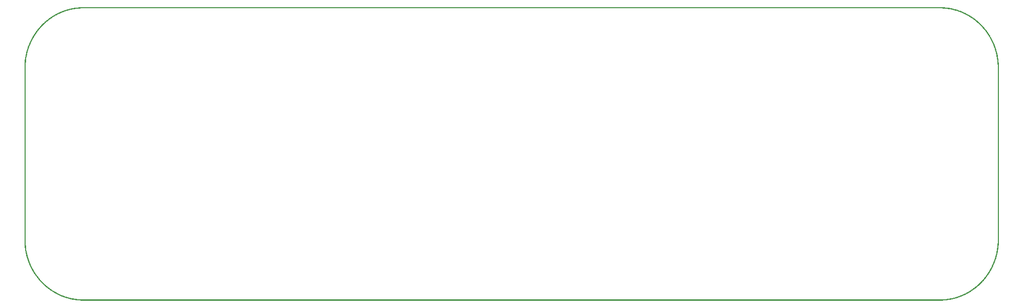
<source format=gbo>
G04 MADE WITH FRITZING*
G04 WWW.FRITZING.ORG*
G04 DOUBLE SIDED*
G04 HOLES PLATED*
G04 CONTOUR ON CENTER OF CONTOUR VECTOR*
%FSLAX26Y26*%
%MOIN*%
%ADD10R,0.001000X0.001000*%
%G04SILK0*%
%FSLAX26Y26*%
%MOIN*%
D10*
X364500Y1908950D02*
X5973500Y1908950D01*
X351500Y1907950D02*
X5986500Y1907950D01*
X341500Y1906950D02*
X5996500Y1906950D01*
X333500Y1905950D02*
X6004500Y1905950D01*
X326500Y1904950D02*
X6011500Y1904950D01*
X320500Y1903950D02*
X6017500Y1903950D01*
X314500Y1902950D02*
X6023500Y1902950D01*
X309500Y1901950D02*
X6028500Y1901950D01*
X304500Y1900950D02*
X364500Y1900950D01*
X5973500Y1900950D02*
X6033500Y1900950D01*
X300500Y1899950D02*
X350500Y1899950D01*
X5987500Y1899950D02*
X6037500Y1899950D01*
X296500Y1898950D02*
X340500Y1898950D01*
X5997500Y1898950D02*
X6041500Y1898950D01*
X292500Y1897950D02*
X332500Y1897950D01*
X6005500Y1897950D02*
X6045500Y1897950D01*
X288500Y1896950D02*
X325500Y1896950D01*
X6012500Y1896950D02*
X6049500Y1896950D01*
X284500Y1895950D02*
X319500Y1895950D01*
X6018500Y1895950D02*
X6053500Y1895950D01*
X281500Y1894950D02*
X314500Y1894950D01*
X6023500Y1894950D02*
X6057500Y1894950D01*
X277500Y1893950D02*
X309500Y1893950D01*
X6028500Y1893950D02*
X6060500Y1893950D01*
X274500Y1892950D02*
X304500Y1892950D01*
X6033500Y1892950D02*
X6063500Y1892950D01*
X271500Y1891950D02*
X299500Y1891950D01*
X6038500Y1891950D02*
X6066500Y1891950D01*
X268500Y1890950D02*
X295500Y1890950D01*
X6042500Y1890950D02*
X6069500Y1890950D01*
X265500Y1889950D02*
X291500Y1889950D01*
X6046500Y1889950D02*
X6072500Y1889950D01*
X262500Y1888950D02*
X287500Y1888950D01*
X6050500Y1888950D02*
X6075500Y1888950D01*
X259500Y1887950D02*
X284500Y1887950D01*
X6053500Y1887950D02*
X6078500Y1887950D01*
X256500Y1886950D02*
X280500Y1886950D01*
X6057500Y1886950D02*
X6081500Y1886950D01*
X253500Y1885950D02*
X277500Y1885950D01*
X6060500Y1885950D02*
X6084500Y1885950D01*
X251500Y1884950D02*
X274500Y1884950D01*
X6063500Y1884950D02*
X6086500Y1884950D01*
X248500Y1883950D02*
X270500Y1883950D01*
X6067500Y1883950D02*
X6089500Y1883950D01*
X246500Y1882950D02*
X268500Y1882950D01*
X6070500Y1882950D02*
X6091500Y1882950D01*
X243500Y1881950D02*
X265500Y1881950D01*
X6072500Y1881950D02*
X6094500Y1881950D01*
X241500Y1880950D02*
X262500Y1880950D01*
X6075500Y1880950D02*
X6096500Y1880950D01*
X238500Y1879950D02*
X259500Y1879950D01*
X6078500Y1879950D02*
X6099500Y1879950D01*
X236500Y1878950D02*
X256500Y1878950D01*
X6081500Y1878950D02*
X6101500Y1878950D01*
X233500Y1877950D02*
X253500Y1877950D01*
X6084500Y1877950D02*
X6104500Y1877950D01*
X231500Y1876950D02*
X251500Y1876950D01*
X6086500Y1876950D02*
X6106500Y1876950D01*
X229500Y1875950D02*
X248500Y1875950D01*
X6089500Y1875950D02*
X6108500Y1875950D01*
X227500Y1874950D02*
X246500Y1874950D01*
X6091500Y1874950D02*
X6110500Y1874950D01*
X225500Y1873950D02*
X243500Y1873950D01*
X6094500Y1873950D02*
X6112500Y1873950D01*
X223500Y1872950D02*
X241500Y1872950D01*
X6096500Y1872950D02*
X6114500Y1872950D01*
X220500Y1871950D02*
X238500Y1871950D01*
X6099500Y1871950D02*
X6117500Y1871950D01*
X218500Y1870950D02*
X236500Y1870950D01*
X6101500Y1870950D02*
X6119500Y1870950D01*
X216500Y1869950D02*
X234500Y1869950D01*
X6103500Y1869950D02*
X6121500Y1869950D01*
X214500Y1868950D02*
X232500Y1868950D01*
X6105500Y1868950D02*
X6123500Y1868950D01*
X212500Y1867950D02*
X229500Y1867950D01*
X6108500Y1867950D02*
X6125500Y1867950D01*
X211500Y1866950D02*
X227500Y1866950D01*
X6110500Y1866950D02*
X6126500Y1866950D01*
X209500Y1865950D02*
X225500Y1865950D01*
X6112500Y1865950D02*
X6128500Y1865950D01*
X207500Y1864950D02*
X223500Y1864950D01*
X6114500Y1864950D02*
X6130500Y1864950D01*
X205500Y1863950D02*
X221500Y1863950D01*
X6116500Y1863950D02*
X6132500Y1863950D01*
X203500Y1862950D02*
X219500Y1862950D01*
X6118500Y1862950D02*
X6134500Y1862950D01*
X201500Y1861950D02*
X217500Y1861950D01*
X6120500Y1861950D02*
X6136500Y1861950D01*
X199500Y1860950D02*
X215500Y1860950D01*
X6122500Y1860950D02*
X6138500Y1860950D01*
X198500Y1859950D02*
X213500Y1859950D01*
X6124500Y1859950D02*
X6139500Y1859950D01*
X196500Y1858950D02*
X211500Y1858950D01*
X6126500Y1858950D02*
X6141500Y1858950D01*
X194500Y1857950D02*
X209500Y1857950D01*
X6128500Y1857950D02*
X6143500Y1857950D01*
X193500Y1856950D02*
X207500Y1856950D01*
X6130500Y1856950D02*
X6144500Y1856950D01*
X191500Y1855950D02*
X206500Y1855950D01*
X6131500Y1855950D02*
X6146500Y1855950D01*
X189500Y1854950D02*
X204500Y1854950D01*
X6133500Y1854950D02*
X6148500Y1854950D01*
X187500Y1853950D02*
X202500Y1853950D01*
X6135500Y1853950D02*
X6150500Y1853950D01*
X186500Y1852950D02*
X200500Y1852950D01*
X6137500Y1852950D02*
X6151500Y1852950D01*
X184500Y1851950D02*
X199500Y1851950D01*
X6138500Y1851950D02*
X6153500Y1851950D01*
X183500Y1850950D02*
X197500Y1850950D01*
X6140500Y1850950D02*
X6154500Y1850950D01*
X181500Y1849950D02*
X195500Y1849950D01*
X6142500Y1849950D02*
X6156500Y1849950D01*
X180500Y1848950D02*
X193500Y1848950D01*
X6144500Y1848950D02*
X6157500Y1848950D01*
X178500Y1847950D02*
X192500Y1847950D01*
X6145500Y1847950D02*
X6159500Y1847950D01*
X176500Y1846950D02*
X190500Y1846950D01*
X6147500Y1846950D02*
X6161500Y1846950D01*
X175500Y1845950D02*
X188500Y1845950D01*
X6149500Y1845950D02*
X6162500Y1845950D01*
X173500Y1844950D02*
X187500Y1844950D01*
X6150500Y1844950D02*
X6164500Y1844950D01*
X172500Y1843950D02*
X185500Y1843950D01*
X6152500Y1843950D02*
X6165500Y1843950D01*
X170500Y1842950D02*
X184500Y1842950D01*
X6153500Y1842950D02*
X6167500Y1842950D01*
X169500Y1841950D02*
X182500Y1841950D01*
X6155500Y1841950D02*
X6168500Y1841950D01*
X168500Y1840950D02*
X181500Y1840950D01*
X6156500Y1840950D02*
X6169500Y1840950D01*
X166500Y1839950D02*
X179500Y1839950D01*
X6158500Y1839950D02*
X6171500Y1839950D01*
X165500Y1838950D02*
X178500Y1838950D01*
X6159500Y1838950D02*
X6172500Y1838950D01*
X163500Y1837950D02*
X176500Y1837950D01*
X6161500Y1837950D02*
X6174500Y1837950D01*
X162500Y1836950D02*
X175500Y1836950D01*
X6162500Y1836950D02*
X6175500Y1836950D01*
X161500Y1835950D02*
X173500Y1835950D01*
X6164500Y1835950D02*
X6176500Y1835950D01*
X159500Y1834950D02*
X172500Y1834950D01*
X6165500Y1834950D02*
X6178500Y1834950D01*
X158500Y1833950D02*
X170500Y1833950D01*
X6167500Y1833950D02*
X6179500Y1833950D01*
X157500Y1832950D02*
X169500Y1832950D01*
X6168500Y1832950D02*
X6180500Y1832950D01*
X155500Y1831950D02*
X168500Y1831950D01*
X6169500Y1831950D02*
X6182500Y1831950D01*
X154500Y1830950D02*
X166500Y1830950D01*
X6171500Y1830950D02*
X6183500Y1830950D01*
X153500Y1829950D02*
X165500Y1829950D01*
X6172500Y1829950D02*
X6184500Y1829950D01*
X151500Y1828950D02*
X164500Y1828950D01*
X6173500Y1828950D02*
X6186500Y1828950D01*
X150500Y1827950D02*
X162500Y1827950D01*
X6175500Y1827950D02*
X6187500Y1827950D01*
X149500Y1826950D02*
X161500Y1826950D01*
X6176500Y1826950D02*
X6188500Y1826950D01*
X148500Y1825950D02*
X159500Y1825950D01*
X6178500Y1825950D02*
X6189500Y1825950D01*
X146500Y1824950D02*
X158500Y1824950D01*
X6179500Y1824950D02*
X6191500Y1824950D01*
X145500Y1823950D02*
X157500Y1823950D01*
X6180500Y1823950D02*
X6192500Y1823950D01*
X144500Y1822950D02*
X156500Y1822950D01*
X6181500Y1822950D02*
X6193500Y1822950D01*
X143500Y1821950D02*
X154500Y1821950D01*
X6183500Y1821950D02*
X6194500Y1821950D01*
X141500Y1820950D02*
X153500Y1820950D01*
X6184500Y1820950D02*
X6196500Y1820950D01*
X140500Y1819950D02*
X152500Y1819950D01*
X6185500Y1819950D02*
X6197500Y1819950D01*
X139500Y1818950D02*
X151500Y1818950D01*
X6186500Y1818950D02*
X6198500Y1818950D01*
X138500Y1817950D02*
X149500Y1817950D01*
X6188500Y1817950D02*
X6199500Y1817950D01*
X137500Y1816950D02*
X148500Y1816950D01*
X6189500Y1816950D02*
X6200500Y1816950D01*
X136500Y1815950D02*
X147500Y1815950D01*
X6190500Y1815950D02*
X6201500Y1815950D01*
X134500Y1814950D02*
X146500Y1814950D01*
X6191500Y1814950D02*
X6202500Y1814950D01*
X133500Y1813950D02*
X144500Y1813950D01*
X6193500Y1813950D02*
X6204500Y1813950D01*
X132500Y1812950D02*
X143500Y1812950D01*
X6194500Y1812950D02*
X6205500Y1812950D01*
X131500Y1811950D02*
X142500Y1811950D01*
X6195500Y1811950D02*
X6206500Y1811950D01*
X130500Y1810950D02*
X141500Y1810950D01*
X6196500Y1810950D02*
X6207500Y1810950D01*
X129500Y1809950D02*
X140500Y1809950D01*
X6197500Y1809950D02*
X6208500Y1809950D01*
X128500Y1808950D02*
X139500Y1808950D01*
X6198500Y1808950D02*
X6209500Y1808950D01*
X127500Y1807950D02*
X138500Y1807950D01*
X6199500Y1807950D02*
X6210500Y1807950D01*
X126500Y1806950D02*
X137500Y1806950D01*
X6200500Y1806950D02*
X6211500Y1806950D01*
X124500Y1805950D02*
X135500Y1805950D01*
X6202500Y1805950D02*
X6213500Y1805950D01*
X123500Y1804950D02*
X134500Y1804950D01*
X6203500Y1804950D02*
X6214500Y1804950D01*
X122500Y1803950D02*
X133500Y1803950D01*
X6204500Y1803950D02*
X6215500Y1803950D01*
X121500Y1802950D02*
X132500Y1802950D01*
X6205500Y1802950D02*
X6216500Y1802950D01*
X120500Y1801950D02*
X131500Y1801950D01*
X6206500Y1801950D02*
X6217500Y1801950D01*
X119500Y1800950D02*
X130500Y1800950D01*
X6207500Y1800950D02*
X6218500Y1800950D01*
X118500Y1799950D02*
X129500Y1799950D01*
X6208500Y1799950D02*
X6219500Y1799950D01*
X117500Y1798950D02*
X128500Y1798950D01*
X6209500Y1798950D02*
X6220500Y1798950D01*
X116500Y1797950D02*
X127500Y1797950D01*
X6210500Y1797950D02*
X6221500Y1797950D01*
X115500Y1796950D02*
X126500Y1796950D01*
X6211500Y1796950D02*
X6222500Y1796950D01*
X114500Y1795950D02*
X125500Y1795950D01*
X6212500Y1795950D02*
X6223500Y1795950D01*
X113500Y1794950D02*
X124500Y1794950D01*
X6213500Y1794950D02*
X6224500Y1794950D01*
X112500Y1793950D02*
X123500Y1793950D01*
X6214500Y1793950D02*
X6225500Y1793950D01*
X111500Y1792950D02*
X122500Y1792950D01*
X6215500Y1792950D02*
X6226500Y1792950D01*
X110500Y1791950D02*
X121500Y1791950D01*
X6216500Y1791950D02*
X6227500Y1791950D01*
X109500Y1790950D02*
X120500Y1790950D01*
X6217500Y1790950D02*
X6228500Y1790950D01*
X109500Y1789950D02*
X119500Y1789950D01*
X6218500Y1789950D02*
X6228500Y1789950D01*
X108500Y1788950D02*
X118500Y1788950D01*
X6219500Y1788950D02*
X6229500Y1788950D01*
X107500Y1787950D02*
X117500Y1787950D01*
X6220500Y1787950D02*
X6230500Y1787950D01*
X106500Y1786950D02*
X116500Y1786950D01*
X6221500Y1786950D02*
X6231500Y1786950D01*
X105500Y1785950D02*
X115500Y1785950D01*
X6222500Y1785950D02*
X6232500Y1785950D01*
X104500Y1784950D02*
X114500Y1784950D01*
X6223500Y1784950D02*
X6233500Y1784950D01*
X103500Y1783950D02*
X113500Y1783950D01*
X6224500Y1783950D02*
X6234500Y1783950D01*
X102500Y1782950D02*
X112500Y1782950D01*
X6225500Y1782950D02*
X6235500Y1782950D01*
X101500Y1781950D02*
X111500Y1781950D01*
X6226500Y1781950D02*
X6236500Y1781950D01*
X100500Y1780950D02*
X110500Y1780950D01*
X6227500Y1780950D02*
X6237500Y1780950D01*
X99500Y1779950D02*
X109500Y1779950D01*
X6228500Y1779950D02*
X6238500Y1779950D01*
X98500Y1778950D02*
X108500Y1778950D01*
X6229500Y1778950D02*
X6239500Y1778950D01*
X98500Y1777950D02*
X107500Y1777950D01*
X6230500Y1777950D02*
X6239500Y1777950D01*
X97500Y1776950D02*
X106500Y1776950D01*
X6231500Y1776950D02*
X6240500Y1776950D01*
X96500Y1775950D02*
X105500Y1775950D01*
X6232500Y1775950D02*
X6241500Y1775950D01*
X95500Y1774950D02*
X105500Y1774950D01*
X6232500Y1774950D02*
X6242500Y1774950D01*
X94500Y1773950D02*
X104500Y1773950D01*
X6233500Y1773950D02*
X6243500Y1773950D01*
X93500Y1772950D02*
X103500Y1772950D01*
X6234500Y1772950D02*
X6244500Y1772950D01*
X93500Y1771950D02*
X102500Y1771950D01*
X6235500Y1771950D02*
X6244500Y1771950D01*
X92500Y1770950D02*
X101500Y1770950D01*
X6236500Y1770950D02*
X6245500Y1770950D01*
X91500Y1769950D02*
X100500Y1769950D01*
X6237500Y1769950D02*
X6246500Y1769950D01*
X90500Y1768950D02*
X99500Y1768950D01*
X6238500Y1768950D02*
X6247500Y1768950D01*
X89500Y1767950D02*
X99500Y1767950D01*
X6238500Y1767950D02*
X6248500Y1767950D01*
X88500Y1766950D02*
X98500Y1766950D01*
X6239500Y1766950D02*
X6249500Y1766950D01*
X87500Y1765950D02*
X97500Y1765950D01*
X6240500Y1765950D02*
X6250500Y1765950D01*
X87500Y1764950D02*
X96500Y1764950D01*
X6241500Y1764950D02*
X6250500Y1764950D01*
X86500Y1763950D02*
X95500Y1763950D01*
X6242500Y1763950D02*
X6251500Y1763950D01*
X85500Y1762950D02*
X94500Y1762950D01*
X6243500Y1762950D02*
X6252500Y1762950D01*
X84500Y1761950D02*
X94500Y1761950D01*
X6243500Y1761950D02*
X6253500Y1761950D01*
X84500Y1760950D02*
X93500Y1760950D01*
X6244500Y1760950D02*
X6253500Y1760950D01*
X83500Y1759950D02*
X92500Y1759950D01*
X6245500Y1759950D02*
X6254500Y1759950D01*
X82500Y1758950D02*
X91500Y1758950D01*
X6246500Y1758950D02*
X6255500Y1758950D01*
X81500Y1757950D02*
X90500Y1757950D01*
X6247500Y1757950D02*
X6256500Y1757950D01*
X81500Y1756950D02*
X90500Y1756950D01*
X6247500Y1756950D02*
X6256500Y1756950D01*
X80500Y1755950D02*
X89500Y1755950D01*
X6248500Y1755950D02*
X6257500Y1755950D01*
X79500Y1754950D02*
X88500Y1754950D01*
X6249500Y1754950D02*
X6258500Y1754950D01*
X78500Y1753950D02*
X87500Y1753950D01*
X6250500Y1753950D02*
X6259500Y1753950D01*
X78500Y1752950D02*
X87500Y1752950D01*
X6250500Y1752950D02*
X6259500Y1752950D01*
X77500Y1751950D02*
X86500Y1751950D01*
X6251500Y1751950D02*
X6260500Y1751950D01*
X76500Y1750950D02*
X85500Y1750950D01*
X6252500Y1750950D02*
X6261500Y1750950D01*
X75500Y1749950D02*
X84500Y1749950D01*
X6253500Y1749950D02*
X6262500Y1749950D01*
X75500Y1748950D02*
X83500Y1748950D01*
X6254500Y1748950D02*
X6262500Y1748950D01*
X74500Y1747950D02*
X83500Y1747950D01*
X6254500Y1747950D02*
X6263500Y1747950D01*
X73500Y1746950D02*
X82500Y1746950D01*
X6255500Y1746950D02*
X6264500Y1746950D01*
X73500Y1745950D02*
X81500Y1745950D01*
X6256500Y1745950D02*
X6264500Y1745950D01*
X72500Y1744950D02*
X81500Y1744950D01*
X6256500Y1744950D02*
X6265500Y1744950D01*
X71500Y1743950D02*
X80500Y1743950D01*
X6257500Y1743950D02*
X6266500Y1743950D01*
X70500Y1742950D02*
X79500Y1742950D01*
X6258500Y1742950D02*
X6267500Y1742950D01*
X70500Y1741950D02*
X78500Y1741950D01*
X6259500Y1741950D02*
X6267500Y1741950D01*
X69500Y1740950D02*
X78500Y1740950D01*
X6259500Y1740950D02*
X6268500Y1740950D01*
X68500Y1739950D02*
X77500Y1739950D01*
X6260500Y1739950D02*
X6269500Y1739950D01*
X68500Y1738950D02*
X76500Y1738950D01*
X6261500Y1738950D02*
X6269500Y1738950D01*
X67500Y1737950D02*
X76500Y1737950D01*
X6261500Y1737950D02*
X6270500Y1737950D01*
X66500Y1736950D02*
X75500Y1736950D01*
X6262500Y1736950D02*
X6271500Y1736950D01*
X66500Y1735950D02*
X74500Y1735950D01*
X6263500Y1735950D02*
X6271500Y1735950D01*
X65500Y1734950D02*
X74500Y1734950D01*
X6263500Y1734950D02*
X6272500Y1734950D01*
X64500Y1733950D02*
X73500Y1733950D01*
X6264500Y1733950D02*
X6273500Y1733950D01*
X64500Y1732950D02*
X72500Y1732950D01*
X6265500Y1732950D02*
X6273500Y1732950D01*
X63500Y1731950D02*
X72500Y1731950D01*
X6265500Y1731950D02*
X6274500Y1731950D01*
X63500Y1730950D02*
X71500Y1730950D01*
X6266500Y1730950D02*
X6274500Y1730950D01*
X62500Y1729950D02*
X70500Y1729950D01*
X6267500Y1729950D02*
X6275500Y1729950D01*
X61500Y1728950D02*
X70500Y1728950D01*
X6267500Y1728950D02*
X6276500Y1728950D01*
X61500Y1727950D02*
X69500Y1727950D01*
X6268500Y1727950D02*
X6276500Y1727950D01*
X60500Y1726950D02*
X68500Y1726950D01*
X6269500Y1726950D02*
X6277500Y1726950D01*
X59500Y1725950D02*
X68500Y1725950D01*
X6269500Y1725950D02*
X6278500Y1725950D01*
X59500Y1724950D02*
X67500Y1724950D01*
X6270500Y1724950D02*
X6278500Y1724950D01*
X58500Y1723950D02*
X66500Y1723950D01*
X6271500Y1723950D02*
X6279500Y1723950D01*
X58500Y1722950D02*
X66500Y1722950D01*
X6271500Y1722950D02*
X6279500Y1722950D01*
X57500Y1721950D02*
X65500Y1721950D01*
X6272500Y1721950D02*
X6280500Y1721950D01*
X56500Y1720950D02*
X65500Y1720950D01*
X6272500Y1720950D02*
X6281500Y1720950D01*
X56500Y1719950D02*
X64500Y1719950D01*
X6273500Y1719950D02*
X6281500Y1719950D01*
X55500Y1718950D02*
X63500Y1718950D01*
X6274500Y1718950D02*
X6282500Y1718950D01*
X55500Y1717950D02*
X63500Y1717950D01*
X6274500Y1717950D02*
X6282500Y1717950D01*
X54500Y1716950D02*
X62500Y1716950D01*
X6275500Y1716950D02*
X6283500Y1716950D01*
X53500Y1715950D02*
X61500Y1715950D01*
X6276500Y1715950D02*
X6284500Y1715950D01*
X53500Y1714950D02*
X61500Y1714950D01*
X6276500Y1714950D02*
X6284500Y1714950D01*
X52500Y1713950D02*
X60500Y1713950D01*
X6277500Y1713950D02*
X6285500Y1713950D01*
X52500Y1712950D02*
X60500Y1712950D01*
X6277500Y1712950D02*
X6285500Y1712950D01*
X51500Y1711950D02*
X59500Y1711950D01*
X6278500Y1711950D02*
X6286500Y1711950D01*
X51500Y1710950D02*
X59500Y1710950D01*
X6278500Y1710950D02*
X6286500Y1710950D01*
X50500Y1709950D02*
X58500Y1709950D01*
X6279500Y1709950D02*
X6287500Y1709950D01*
X49500Y1708950D02*
X58500Y1708950D01*
X6279500Y1708950D02*
X6288500Y1708950D01*
X49500Y1707950D02*
X57500Y1707950D01*
X6280500Y1707950D02*
X6288500Y1707950D01*
X48500Y1706950D02*
X56500Y1706950D01*
X6281500Y1706950D02*
X6289500Y1706950D01*
X48500Y1705950D02*
X56500Y1705950D01*
X6281500Y1705950D02*
X6289500Y1705950D01*
X47500Y1704950D02*
X55500Y1704950D01*
X6282500Y1704950D02*
X6290500Y1704950D01*
X47500Y1703950D02*
X55500Y1703950D01*
X6282500Y1703950D02*
X6290500Y1703950D01*
X46500Y1702950D02*
X54500Y1702950D01*
X6283500Y1702950D02*
X6291500Y1702950D01*
X46500Y1701950D02*
X54500Y1701950D01*
X6283500Y1701950D02*
X6291500Y1701950D01*
X45500Y1700950D02*
X53500Y1700950D01*
X6284500Y1700950D02*
X6292500Y1700950D01*
X45500Y1699950D02*
X52500Y1699950D01*
X6285500Y1699950D02*
X6292500Y1699950D01*
X44500Y1698950D02*
X52500Y1698950D01*
X6285500Y1698950D02*
X6293500Y1698950D01*
X44500Y1697950D02*
X51500Y1697950D01*
X6286500Y1697950D02*
X6293500Y1697950D01*
X43500Y1696950D02*
X51500Y1696950D01*
X6286500Y1696950D02*
X6294500Y1696950D01*
X43500Y1695950D02*
X50500Y1695950D01*
X6287500Y1695950D02*
X6294500Y1695950D01*
X42500Y1694950D02*
X50500Y1694950D01*
X6287500Y1694950D02*
X6295500Y1694950D01*
X42500Y1693950D02*
X49500Y1693950D01*
X6288500Y1693950D02*
X6295500Y1693950D01*
X41500Y1692950D02*
X49500Y1692950D01*
X6288500Y1692950D02*
X6296500Y1692950D01*
X41500Y1691950D02*
X48500Y1691950D01*
X6289500Y1691950D02*
X6296500Y1691950D01*
X40500Y1690950D02*
X48500Y1690950D01*
X6289500Y1690950D02*
X6297500Y1690950D01*
X40500Y1689950D02*
X47500Y1689950D01*
X6290500Y1689950D02*
X6297500Y1689950D01*
X39500Y1688950D02*
X47500Y1688950D01*
X6290500Y1688950D02*
X6298500Y1688950D01*
X39500Y1687950D02*
X46500Y1687950D01*
X6291500Y1687950D02*
X6298500Y1687950D01*
X38500Y1686950D02*
X46500Y1686950D01*
X6291500Y1686950D02*
X6299500Y1686950D01*
X38500Y1685950D02*
X45500Y1685950D01*
X6292500Y1685950D02*
X6299500Y1685950D01*
X37500Y1684950D02*
X45500Y1684950D01*
X6292500Y1684950D02*
X6300500Y1684950D01*
X37500Y1683950D02*
X44500Y1683950D01*
X6293500Y1683950D02*
X6300500Y1683950D01*
X36500Y1682950D02*
X44500Y1682950D01*
X6293500Y1682950D02*
X6301500Y1682950D01*
X36500Y1681950D02*
X44500Y1681950D01*
X6293500Y1681950D02*
X6301500Y1681950D01*
X36500Y1680950D02*
X43500Y1680950D01*
X6294500Y1680950D02*
X6301500Y1680950D01*
X35500Y1679950D02*
X43500Y1679950D01*
X6294500Y1679950D02*
X6302500Y1679950D01*
X35500Y1678950D02*
X42500Y1678950D01*
X6295500Y1678950D02*
X6302500Y1678950D01*
X34500Y1677950D02*
X42500Y1677950D01*
X6295500Y1677950D02*
X6303500Y1677950D01*
X34500Y1676950D02*
X41500Y1676950D01*
X6296500Y1676950D02*
X6303500Y1676950D01*
X33500Y1675950D02*
X41500Y1675950D01*
X6296500Y1675950D02*
X6304500Y1675950D01*
X33500Y1674950D02*
X40500Y1674950D01*
X6297500Y1674950D02*
X6304500Y1674950D01*
X32500Y1673950D02*
X40500Y1673950D01*
X6297500Y1673950D02*
X6305500Y1673950D01*
X32500Y1672950D02*
X40500Y1672950D01*
X6297500Y1672950D02*
X6305500Y1672950D01*
X32500Y1671950D02*
X39500Y1671950D01*
X6298500Y1671950D02*
X6305500Y1671950D01*
X31500Y1670950D02*
X39500Y1670950D01*
X6298500Y1670950D02*
X6306500Y1670950D01*
X31500Y1669950D02*
X38500Y1669950D01*
X6299500Y1669950D02*
X6306500Y1669950D01*
X30500Y1668950D02*
X38500Y1668950D01*
X6299500Y1668950D02*
X6307500Y1668950D01*
X30500Y1667950D02*
X37500Y1667950D01*
X6300500Y1667950D02*
X6307500Y1667950D01*
X29500Y1666950D02*
X37500Y1666950D01*
X6300500Y1666950D02*
X6308500Y1666950D01*
X29500Y1665950D02*
X36500Y1665950D01*
X6301500Y1665950D02*
X6308500Y1665950D01*
X29500Y1664950D02*
X36500Y1664950D01*
X6301500Y1664950D02*
X6308500Y1664950D01*
X28500Y1663950D02*
X36500Y1663950D01*
X6301500Y1663950D02*
X6309500Y1663950D01*
X28500Y1662950D02*
X35500Y1662950D01*
X6302500Y1662950D02*
X6309500Y1662950D01*
X28500Y1661950D02*
X35500Y1661950D01*
X6302500Y1661950D02*
X6309500Y1661950D01*
X27500Y1660950D02*
X35500Y1660950D01*
X6302500Y1660950D02*
X6310500Y1660950D01*
X27500Y1659950D02*
X34500Y1659950D01*
X6303500Y1659950D02*
X6310500Y1659950D01*
X26500Y1658950D02*
X34500Y1658950D01*
X6303500Y1658950D02*
X6311500Y1658950D01*
X26500Y1657950D02*
X33500Y1657950D01*
X6304500Y1657950D02*
X6311500Y1657950D01*
X26500Y1656950D02*
X33500Y1656950D01*
X6304500Y1656950D02*
X6311500Y1656950D01*
X25500Y1655950D02*
X33500Y1655950D01*
X6304500Y1655950D02*
X6312500Y1655950D01*
X25500Y1654950D02*
X32500Y1654950D01*
X6305500Y1654950D02*
X6312500Y1654950D01*
X24500Y1653950D02*
X32500Y1653950D01*
X6305500Y1653950D02*
X6313500Y1653950D01*
X24500Y1652950D02*
X31500Y1652950D01*
X6306500Y1652950D02*
X6313500Y1652950D01*
X24500Y1651950D02*
X31500Y1651950D01*
X6306500Y1651950D02*
X6313500Y1651950D01*
X23500Y1650950D02*
X31500Y1650950D01*
X6306500Y1650950D02*
X6314500Y1650950D01*
X23500Y1649950D02*
X30500Y1649950D01*
X6307500Y1649950D02*
X6314500Y1649950D01*
X23500Y1648950D02*
X30500Y1648950D01*
X6307500Y1648950D02*
X6314500Y1648950D01*
X22500Y1647950D02*
X30500Y1647950D01*
X6307500Y1647950D02*
X6315500Y1647950D01*
X22500Y1646950D02*
X29500Y1646950D01*
X6308500Y1646950D02*
X6315500Y1646950D01*
X22500Y1645950D02*
X29500Y1645950D01*
X6308500Y1645950D02*
X6315500Y1645950D01*
X21500Y1644950D02*
X29500Y1644950D01*
X6308500Y1644950D02*
X6316500Y1644950D01*
X21500Y1643950D02*
X28500Y1643950D01*
X6309500Y1643950D02*
X6316500Y1643950D01*
X21500Y1642950D02*
X28500Y1642950D01*
X6309500Y1642950D02*
X6316500Y1642950D01*
X20500Y1641950D02*
X28500Y1641950D01*
X6309500Y1641950D02*
X6317500Y1641950D01*
X20500Y1640950D02*
X27500Y1640950D01*
X6310500Y1640950D02*
X6317500Y1640950D01*
X20500Y1639950D02*
X27500Y1639950D01*
X6310500Y1639950D02*
X6317500Y1639950D01*
X19500Y1638950D02*
X27500Y1638950D01*
X6310500Y1638950D02*
X6318500Y1638950D01*
X19500Y1637950D02*
X26500Y1637950D01*
X6311500Y1637950D02*
X6318500Y1637950D01*
X19500Y1636950D02*
X26500Y1636950D01*
X6311500Y1636950D02*
X6318500Y1636950D01*
X18500Y1635950D02*
X26500Y1635950D01*
X6311500Y1635950D02*
X6319500Y1635950D01*
X18500Y1634950D02*
X25500Y1634950D01*
X6312500Y1634950D02*
X6319500Y1634950D01*
X18500Y1633950D02*
X25500Y1633950D01*
X6312500Y1633950D02*
X6319500Y1633950D01*
X17500Y1632950D02*
X25500Y1632950D01*
X6312500Y1632950D02*
X6320500Y1632950D01*
X17500Y1631950D02*
X24500Y1631950D01*
X6313500Y1631950D02*
X6320500Y1631950D01*
X17500Y1630950D02*
X24500Y1630950D01*
X6313500Y1630950D02*
X6320500Y1630950D01*
X16500Y1629950D02*
X24500Y1629950D01*
X6313500Y1629950D02*
X6321500Y1629950D01*
X16500Y1628950D02*
X23500Y1628950D01*
X6314500Y1628950D02*
X6321500Y1628950D01*
X16500Y1627950D02*
X23500Y1627950D01*
X6314500Y1627950D02*
X6321500Y1627950D01*
X16500Y1626950D02*
X23500Y1626950D01*
X6314500Y1626950D02*
X6321500Y1626950D01*
X15500Y1625950D02*
X23500Y1625950D01*
X6314500Y1625950D02*
X6322500Y1625950D01*
X15500Y1624950D02*
X22500Y1624950D01*
X6315500Y1624950D02*
X6322500Y1624950D01*
X15500Y1623950D02*
X22500Y1623950D01*
X6315500Y1623950D02*
X6322500Y1623950D01*
X14500Y1622950D02*
X22500Y1622950D01*
X6315500Y1622950D02*
X6323500Y1622950D01*
X14500Y1621950D02*
X21500Y1621950D01*
X6316500Y1621950D02*
X6323500Y1621950D01*
X14500Y1620950D02*
X21500Y1620950D01*
X6316500Y1620950D02*
X6323500Y1620950D01*
X14500Y1619950D02*
X21500Y1619950D01*
X6316500Y1619950D02*
X6323500Y1619950D01*
X13500Y1618950D02*
X21500Y1618950D01*
X6316500Y1618950D02*
X6324500Y1618950D01*
X13500Y1617950D02*
X20500Y1617950D01*
X6317500Y1617950D02*
X6324500Y1617950D01*
X13500Y1616950D02*
X20500Y1616950D01*
X6317500Y1616950D02*
X6324500Y1616950D01*
X13500Y1615950D02*
X20500Y1615950D01*
X6317500Y1615950D02*
X6324500Y1615950D01*
X12500Y1614950D02*
X20500Y1614950D01*
X6317500Y1614950D02*
X6325500Y1614950D01*
X12500Y1613950D02*
X19500Y1613950D01*
X6318500Y1613950D02*
X6325500Y1613950D01*
X12500Y1612950D02*
X19500Y1612950D01*
X6318500Y1612950D02*
X6325500Y1612950D01*
X12500Y1611950D02*
X19500Y1611950D01*
X6318500Y1611950D02*
X6325500Y1611950D01*
X11500Y1610950D02*
X18500Y1610950D01*
X6319500Y1610950D02*
X6326500Y1610950D01*
X11500Y1609950D02*
X18500Y1609950D01*
X6319500Y1609950D02*
X6326500Y1609950D01*
X11500Y1608950D02*
X18500Y1608950D01*
X6319500Y1608950D02*
X6326500Y1608950D01*
X11500Y1607950D02*
X18500Y1607950D01*
X6319500Y1607950D02*
X6326500Y1607950D01*
X10500Y1606950D02*
X18500Y1606950D01*
X6319500Y1606950D02*
X6327500Y1606950D01*
X10500Y1605950D02*
X17500Y1605950D01*
X6320500Y1605950D02*
X6327500Y1605950D01*
X10500Y1604950D02*
X17500Y1604950D01*
X6320500Y1604950D02*
X6327500Y1604950D01*
X10500Y1603950D02*
X17500Y1603950D01*
X6320500Y1603950D02*
X6327500Y1603950D01*
X10500Y1602950D02*
X17500Y1602950D01*
X6320500Y1602950D02*
X6328500Y1602950D01*
X9500Y1601950D02*
X16500Y1601950D01*
X6321500Y1601950D02*
X6328500Y1601950D01*
X9500Y1600950D02*
X16500Y1600950D01*
X6321500Y1600950D02*
X6328500Y1600950D01*
X9500Y1599950D02*
X16500Y1599950D01*
X6321500Y1599950D02*
X6328500Y1599950D01*
X9500Y1598950D02*
X16500Y1598950D01*
X6321500Y1598950D02*
X6328500Y1598950D01*
X8500Y1597950D02*
X16500Y1597950D01*
X6321500Y1597950D02*
X6329500Y1597950D01*
X8500Y1596950D02*
X15500Y1596950D01*
X6322500Y1596950D02*
X6329500Y1596950D01*
X8500Y1595950D02*
X15500Y1595950D01*
X6322500Y1595950D02*
X6329500Y1595950D01*
X8500Y1594950D02*
X15500Y1594950D01*
X6322500Y1594950D02*
X6329500Y1594950D01*
X8500Y1593950D02*
X15500Y1593950D01*
X6322500Y1593950D02*
X6329500Y1593950D01*
X7500Y1592950D02*
X14500Y1592950D01*
X6323500Y1592950D02*
X6330500Y1592950D01*
X7500Y1591950D02*
X14500Y1591950D01*
X6323500Y1591950D02*
X6330500Y1591950D01*
X7500Y1590950D02*
X14500Y1590950D01*
X6323500Y1590950D02*
X6330500Y1590950D01*
X7500Y1589950D02*
X14500Y1589950D01*
X6323500Y1589950D02*
X6330500Y1589950D01*
X7500Y1588950D02*
X14500Y1588950D01*
X6323500Y1588950D02*
X6330500Y1588950D01*
X7500Y1587950D02*
X14500Y1587950D01*
X6323500Y1587950D02*
X6331500Y1587950D01*
X6500Y1586950D02*
X13500Y1586950D01*
X6324500Y1586950D02*
X6331500Y1586950D01*
X6500Y1585950D02*
X13500Y1585950D01*
X6324500Y1585950D02*
X6331500Y1585950D01*
X6500Y1584950D02*
X13500Y1584950D01*
X6324500Y1584950D02*
X6331500Y1584950D01*
X6500Y1583950D02*
X13500Y1583950D01*
X6324500Y1583950D02*
X6331500Y1583950D01*
X6500Y1582950D02*
X13500Y1582950D01*
X6324500Y1582950D02*
X6331500Y1582950D01*
X5500Y1581950D02*
X12500Y1581950D01*
X6325500Y1581950D02*
X6332500Y1581950D01*
X5500Y1580950D02*
X12500Y1580950D01*
X6325500Y1580950D02*
X6332500Y1580950D01*
X5500Y1579950D02*
X12500Y1579950D01*
X6325500Y1579950D02*
X6332500Y1579950D01*
X5500Y1578950D02*
X12500Y1578950D01*
X6325500Y1578950D02*
X6332500Y1578950D01*
X5500Y1577950D02*
X12500Y1577950D01*
X6325500Y1577950D02*
X6332500Y1577950D01*
X5500Y1576950D02*
X12500Y1576950D01*
X6325500Y1576950D02*
X6332500Y1576950D01*
X4500Y1575950D02*
X12500Y1575950D01*
X6325500Y1575950D02*
X6333500Y1575950D01*
X4500Y1574950D02*
X11500Y1574950D01*
X6326500Y1574950D02*
X6333500Y1574950D01*
X4500Y1573950D02*
X11500Y1573950D01*
X6326500Y1573950D02*
X6333500Y1573950D01*
X4500Y1572950D02*
X11500Y1572950D01*
X6326500Y1572950D02*
X6333500Y1572950D01*
X4500Y1571950D02*
X11500Y1571950D01*
X6326500Y1571950D02*
X6333500Y1571950D01*
X4500Y1570950D02*
X11500Y1570950D01*
X6326500Y1570950D02*
X6333500Y1570950D01*
X4500Y1569950D02*
X11500Y1569950D01*
X6326500Y1569950D02*
X6333500Y1569950D01*
X4500Y1568950D02*
X11500Y1568950D01*
X6326500Y1568950D02*
X6333500Y1568950D01*
X3500Y1567950D02*
X10500Y1567950D01*
X6327500Y1567950D02*
X6334500Y1567950D01*
X3500Y1566950D02*
X10500Y1566950D01*
X6327500Y1566950D02*
X6334500Y1566950D01*
X3500Y1565950D02*
X10500Y1565950D01*
X6327500Y1565950D02*
X6334500Y1565950D01*
X3500Y1564950D02*
X10500Y1564950D01*
X6327500Y1564950D02*
X6334500Y1564950D01*
X3500Y1563950D02*
X10500Y1563950D01*
X6327500Y1563950D02*
X6334500Y1563950D01*
X3500Y1562950D02*
X10500Y1562950D01*
X6327500Y1562950D02*
X6334500Y1562950D01*
X3500Y1561950D02*
X10500Y1561950D01*
X6327500Y1561950D02*
X6334500Y1561950D01*
X3500Y1560950D02*
X10500Y1560950D01*
X6327500Y1560950D02*
X6334500Y1560950D01*
X2500Y1559950D02*
X9500Y1559950D01*
X6328500Y1559950D02*
X6335500Y1559950D01*
X2500Y1558950D02*
X9500Y1558950D01*
X6328500Y1558950D02*
X6335500Y1558950D01*
X2500Y1557950D02*
X9500Y1557950D01*
X6328500Y1557950D02*
X6335500Y1557950D01*
X2500Y1556950D02*
X9500Y1556950D01*
X6328500Y1556950D02*
X6335500Y1556950D01*
X2500Y1555950D02*
X9500Y1555950D01*
X6328500Y1555950D02*
X6335500Y1555950D01*
X2500Y1554950D02*
X9500Y1554950D01*
X6328500Y1554950D02*
X6335500Y1554950D01*
X2500Y1553950D02*
X9500Y1553950D01*
X6328500Y1553950D02*
X6335500Y1553950D01*
X2500Y1552950D02*
X9500Y1552950D01*
X6328500Y1552950D02*
X6335500Y1552950D01*
X2500Y1551950D02*
X9500Y1551950D01*
X6328500Y1551950D02*
X6335500Y1551950D01*
X2500Y1550950D02*
X9500Y1550950D01*
X6328500Y1550950D02*
X6335500Y1550950D01*
X1500Y1549950D02*
X8500Y1549950D01*
X6329500Y1549950D02*
X6336500Y1549950D01*
X1500Y1548950D02*
X8500Y1548950D01*
X6329500Y1548950D02*
X6336500Y1548950D01*
X1500Y1547950D02*
X8500Y1547950D01*
X6329500Y1547950D02*
X6336500Y1547950D01*
X1500Y1546950D02*
X8500Y1546950D01*
X6329500Y1546950D02*
X6336500Y1546950D01*
X1500Y1545950D02*
X8500Y1545950D01*
X6329500Y1545950D02*
X6336500Y1545950D01*
X1500Y1544950D02*
X8500Y1544950D01*
X6329500Y1544950D02*
X6336500Y1544950D01*
X1500Y1543950D02*
X8500Y1543950D01*
X6329500Y1543950D02*
X6336500Y1543950D01*
X1500Y1542950D02*
X8500Y1542950D01*
X6329500Y1542950D02*
X6336500Y1542950D01*
X1500Y1541950D02*
X8500Y1541950D01*
X6329500Y1541950D02*
X6336500Y1541950D01*
X1500Y1540950D02*
X8500Y1540950D01*
X6329500Y1540950D02*
X6336500Y1540950D01*
X1500Y1539950D02*
X8500Y1539950D01*
X6329500Y1539950D02*
X6336500Y1539950D01*
X1500Y1538950D02*
X8500Y1538950D01*
X6329500Y1538950D02*
X6336500Y1538950D01*
X1500Y1537950D02*
X8500Y1537950D01*
X6329500Y1537950D02*
X6336500Y1537950D01*
X1500Y1536950D02*
X8500Y1536950D01*
X6329500Y1536950D02*
X6336500Y1536950D01*
X500Y1535950D02*
X8500Y1535950D01*
X6330500Y1535950D02*
X6337500Y1535950D01*
X500Y1534950D02*
X7500Y1534950D01*
X6330500Y1534950D02*
X6337500Y1534950D01*
X500Y1533950D02*
X7500Y1533950D01*
X6330500Y1533950D02*
X6337500Y1533950D01*
X500Y1532950D02*
X7500Y1532950D01*
X6330500Y1532950D02*
X6337500Y1532950D01*
X500Y1531950D02*
X7500Y1531950D01*
X6330500Y1531950D02*
X6337500Y1531950D01*
X500Y1530950D02*
X7500Y1530950D01*
X6330500Y1530950D02*
X6337500Y1530950D01*
X500Y1529950D02*
X7500Y1529950D01*
X6330500Y1529950D02*
X6337500Y1529950D01*
X500Y1528950D02*
X7500Y1528950D01*
X6330500Y1528950D02*
X6337500Y1528950D01*
X500Y1527950D02*
X7500Y1527950D01*
X6330500Y1527950D02*
X6337500Y1527950D01*
X500Y1526950D02*
X7500Y1526950D01*
X6330500Y1526950D02*
X6337500Y1526950D01*
X500Y1525950D02*
X7500Y1525950D01*
X6330500Y1525950D02*
X6337500Y1525950D01*
X500Y1524950D02*
X7500Y1524950D01*
X6330500Y1524950D02*
X6337500Y1524950D01*
X500Y1523950D02*
X7500Y1523950D01*
X6330500Y1523950D02*
X6337500Y1523950D01*
X500Y1522950D02*
X7500Y1522950D01*
X6330500Y1522950D02*
X6337500Y1522950D01*
X500Y1521950D02*
X7500Y1521950D01*
X6330500Y1521950D02*
X6337500Y1521950D01*
X500Y1520950D02*
X7500Y1520950D01*
X6330500Y1520950D02*
X6337500Y1520950D01*
X500Y1519950D02*
X7500Y1519950D01*
X6330500Y1519950D02*
X6337500Y1519950D01*
X500Y1518950D02*
X7500Y1518950D01*
X6330500Y1518950D02*
X6337500Y1518950D01*
X500Y1517950D02*
X7500Y1517950D01*
X6330500Y1517950D02*
X6337500Y1517950D01*
X500Y1516950D02*
X7500Y1516950D01*
X6330500Y1516950D02*
X6337500Y1516950D01*
X500Y1515950D02*
X7500Y1515950D01*
X6330500Y1515950D02*
X6337500Y1515950D01*
X500Y1514950D02*
X7500Y1514950D01*
X6330500Y1514950D02*
X6337500Y1514950D01*
X500Y1513950D02*
X7500Y1513950D01*
X6330500Y1513950D02*
X6337500Y1513950D01*
X500Y1512950D02*
X7500Y1512950D01*
X6330500Y1512950D02*
X6337500Y1512950D01*
X500Y1511950D02*
X7500Y1511950D01*
X6330500Y1511950D02*
X6337500Y1511950D01*
X500Y1510950D02*
X7500Y1510950D01*
X6330500Y1510950D02*
X6337500Y1510950D01*
X500Y1509950D02*
X7500Y1509950D01*
X6330500Y1509950D02*
X6337500Y1509950D01*
X500Y1508950D02*
X7500Y1508950D01*
X6330500Y1508950D02*
X6337500Y1508950D01*
X500Y1507950D02*
X7500Y1507950D01*
X6330500Y1507950D02*
X6337500Y1507950D01*
X500Y1506950D02*
X7500Y1506950D01*
X6330500Y1506950D02*
X6337500Y1506950D01*
X500Y1505950D02*
X7500Y1505950D01*
X6330500Y1505950D02*
X6337500Y1505950D01*
X500Y1504950D02*
X7500Y1504950D01*
X6330500Y1504950D02*
X6337500Y1504950D01*
X500Y1503950D02*
X7500Y1503950D01*
X6330500Y1503950D02*
X6337500Y1503950D01*
X500Y1502950D02*
X7500Y1502950D01*
X6330500Y1502950D02*
X6337500Y1502950D01*
X500Y1501950D02*
X7500Y1501950D01*
X6330500Y1501950D02*
X6337500Y1501950D01*
X500Y1500950D02*
X7500Y1500950D01*
X6330500Y1500950D02*
X6337500Y1500950D01*
X500Y1499950D02*
X7500Y1499950D01*
X6330500Y1499950D02*
X6337500Y1499950D01*
X500Y1498950D02*
X7500Y1498950D01*
X6330500Y1498950D02*
X6337500Y1498950D01*
X500Y1497950D02*
X7500Y1497950D01*
X6330500Y1497950D02*
X6337500Y1497950D01*
X500Y1496950D02*
X7500Y1496950D01*
X6330500Y1496950D02*
X6337500Y1496950D01*
X500Y1495950D02*
X7500Y1495950D01*
X6330500Y1495950D02*
X6337500Y1495950D01*
X500Y1494950D02*
X7500Y1494950D01*
X6330500Y1494950D02*
X6337500Y1494950D01*
X500Y1493950D02*
X7500Y1493950D01*
X6330500Y1493950D02*
X6337500Y1493950D01*
X500Y1492950D02*
X7500Y1492950D01*
X6330500Y1492950D02*
X6337500Y1492950D01*
X500Y1491950D02*
X7500Y1491950D01*
X6330500Y1491950D02*
X6337500Y1491950D01*
X500Y1490950D02*
X7500Y1490950D01*
X6330500Y1490950D02*
X6337500Y1490950D01*
X500Y1489950D02*
X7500Y1489950D01*
X6330500Y1489950D02*
X6337500Y1489950D01*
X500Y1488950D02*
X7500Y1488950D01*
X6330500Y1488950D02*
X6337500Y1488950D01*
X500Y1487950D02*
X7500Y1487950D01*
X6330500Y1487950D02*
X6337500Y1487950D01*
X500Y1486950D02*
X7500Y1486950D01*
X6330500Y1486950D02*
X6337500Y1486950D01*
X500Y1485950D02*
X7500Y1485950D01*
X6330500Y1485950D02*
X6337500Y1485950D01*
X500Y1484950D02*
X7500Y1484950D01*
X6330500Y1484950D02*
X6337500Y1484950D01*
X500Y1483950D02*
X7500Y1483950D01*
X6330500Y1483950D02*
X6337500Y1483950D01*
X500Y1482950D02*
X7500Y1482950D01*
X6330500Y1482950D02*
X6337500Y1482950D01*
X500Y1481950D02*
X7500Y1481950D01*
X6330500Y1481950D02*
X6337500Y1481950D01*
X500Y1480950D02*
X7500Y1480950D01*
X6330500Y1480950D02*
X6337500Y1480950D01*
X500Y1479950D02*
X7500Y1479950D01*
X6330500Y1479950D02*
X6337500Y1479950D01*
X500Y1478950D02*
X7500Y1478950D01*
X6330500Y1478950D02*
X6337500Y1478950D01*
X500Y1477950D02*
X7500Y1477950D01*
X6330500Y1477950D02*
X6337500Y1477950D01*
X500Y1476950D02*
X7500Y1476950D01*
X6330500Y1476950D02*
X6337500Y1476950D01*
X500Y1475950D02*
X7500Y1475950D01*
X6330500Y1475950D02*
X6337500Y1475950D01*
X500Y1474950D02*
X7500Y1474950D01*
X6330500Y1474950D02*
X6337500Y1474950D01*
X500Y1473950D02*
X7500Y1473950D01*
X6330500Y1473950D02*
X6337500Y1473950D01*
X500Y1472950D02*
X7500Y1472950D01*
X6330500Y1472950D02*
X6337500Y1472950D01*
X500Y1471950D02*
X7500Y1471950D01*
X6330500Y1471950D02*
X6337500Y1471950D01*
X500Y1470950D02*
X7500Y1470950D01*
X6330500Y1470950D02*
X6337500Y1470950D01*
X500Y1469950D02*
X7500Y1469950D01*
X6330500Y1469950D02*
X6337500Y1469950D01*
X500Y1468950D02*
X7500Y1468950D01*
X6330500Y1468950D02*
X6337500Y1468950D01*
X500Y1467950D02*
X7500Y1467950D01*
X6330500Y1467950D02*
X6337500Y1467950D01*
X500Y1466950D02*
X7500Y1466950D01*
X6330500Y1466950D02*
X6337500Y1466950D01*
X500Y1465950D02*
X7500Y1465950D01*
X6330500Y1465950D02*
X6337500Y1465950D01*
X500Y1464950D02*
X7500Y1464950D01*
X6330500Y1464950D02*
X6337500Y1464950D01*
X500Y1463950D02*
X7500Y1463950D01*
X6330500Y1463950D02*
X6337500Y1463950D01*
X500Y1462950D02*
X7500Y1462950D01*
X6330500Y1462950D02*
X6337500Y1462950D01*
X500Y1461950D02*
X7500Y1461950D01*
X6330500Y1461950D02*
X6337500Y1461950D01*
X500Y1460950D02*
X7500Y1460950D01*
X6330500Y1460950D02*
X6337500Y1460950D01*
X500Y1459950D02*
X7500Y1459950D01*
X6330500Y1459950D02*
X6337500Y1459950D01*
X500Y1458950D02*
X7500Y1458950D01*
X6330500Y1458950D02*
X6337500Y1458950D01*
X500Y1457950D02*
X7500Y1457950D01*
X6330500Y1457950D02*
X6337500Y1457950D01*
X500Y1456950D02*
X7500Y1456950D01*
X6330500Y1456950D02*
X6337500Y1456950D01*
X500Y1455950D02*
X7500Y1455950D01*
X6330500Y1455950D02*
X6337500Y1455950D01*
X500Y1454950D02*
X7500Y1454950D01*
X6330500Y1454950D02*
X6337500Y1454950D01*
X500Y1453950D02*
X7500Y1453950D01*
X6330500Y1453950D02*
X6337500Y1453950D01*
X500Y1452950D02*
X7500Y1452950D01*
X6330500Y1452950D02*
X6337500Y1452950D01*
X500Y1451950D02*
X7500Y1451950D01*
X6330500Y1451950D02*
X6337500Y1451950D01*
X500Y1450950D02*
X7500Y1450950D01*
X6330500Y1450950D02*
X6337500Y1450950D01*
X500Y1449950D02*
X7500Y1449950D01*
X6330500Y1449950D02*
X6337500Y1449950D01*
X500Y1448950D02*
X7500Y1448950D01*
X6330500Y1448950D02*
X6337500Y1448950D01*
X500Y1447950D02*
X7500Y1447950D01*
X6330500Y1447950D02*
X6337500Y1447950D01*
X500Y1446950D02*
X7500Y1446950D01*
X6330500Y1446950D02*
X6337500Y1446950D01*
X500Y1445950D02*
X7500Y1445950D01*
X6330500Y1445950D02*
X6337500Y1445950D01*
X500Y1444950D02*
X7500Y1444950D01*
X6330500Y1444950D02*
X6337500Y1444950D01*
X500Y1443950D02*
X7500Y1443950D01*
X6330500Y1443950D02*
X6337500Y1443950D01*
X500Y1442950D02*
X7500Y1442950D01*
X6330500Y1442950D02*
X6337500Y1442950D01*
X500Y1441950D02*
X7500Y1441950D01*
X6330500Y1441950D02*
X6337500Y1441950D01*
X500Y1440950D02*
X7500Y1440950D01*
X6330500Y1440950D02*
X6337500Y1440950D01*
X500Y1439950D02*
X7500Y1439950D01*
X6330500Y1439950D02*
X6337500Y1439950D01*
X500Y1438950D02*
X7500Y1438950D01*
X6330500Y1438950D02*
X6337500Y1438950D01*
X500Y1437950D02*
X7500Y1437950D01*
X6330500Y1437950D02*
X6337500Y1437950D01*
X500Y1436950D02*
X7500Y1436950D01*
X6330500Y1436950D02*
X6337500Y1436950D01*
X500Y1435950D02*
X7500Y1435950D01*
X6330500Y1435950D02*
X6337500Y1435950D01*
X500Y1434950D02*
X7500Y1434950D01*
X6330500Y1434950D02*
X6337500Y1434950D01*
X500Y1433950D02*
X7500Y1433950D01*
X6330500Y1433950D02*
X6337500Y1433950D01*
X500Y1432950D02*
X7500Y1432950D01*
X6330500Y1432950D02*
X6337500Y1432950D01*
X500Y1431950D02*
X7500Y1431950D01*
X6330500Y1431950D02*
X6337500Y1431950D01*
X500Y1430950D02*
X7500Y1430950D01*
X6330500Y1430950D02*
X6337500Y1430950D01*
X500Y1429950D02*
X7500Y1429950D01*
X6330500Y1429950D02*
X6337500Y1429950D01*
X500Y1428950D02*
X7500Y1428950D01*
X6330500Y1428950D02*
X6337500Y1428950D01*
X500Y1427950D02*
X7500Y1427950D01*
X6330500Y1427950D02*
X6337500Y1427950D01*
X500Y1426950D02*
X7500Y1426950D01*
X6330500Y1426950D02*
X6337500Y1426950D01*
X500Y1425950D02*
X7500Y1425950D01*
X6330500Y1425950D02*
X6337500Y1425950D01*
X500Y1424950D02*
X7500Y1424950D01*
X6330500Y1424950D02*
X6337500Y1424950D01*
X500Y1423950D02*
X7500Y1423950D01*
X6330500Y1423950D02*
X6337500Y1423950D01*
X500Y1422950D02*
X7500Y1422950D01*
X6330500Y1422950D02*
X6337500Y1422950D01*
X500Y1421950D02*
X7500Y1421950D01*
X6330500Y1421950D02*
X6337500Y1421950D01*
X500Y1420950D02*
X7500Y1420950D01*
X6330500Y1420950D02*
X6337500Y1420950D01*
X500Y1419950D02*
X7500Y1419950D01*
X6330500Y1419950D02*
X6337500Y1419950D01*
X500Y1418950D02*
X7500Y1418950D01*
X6330500Y1418950D02*
X6337500Y1418950D01*
X500Y1417950D02*
X7500Y1417950D01*
X6330500Y1417950D02*
X6337500Y1417950D01*
X500Y1416950D02*
X7500Y1416950D01*
X6330500Y1416950D02*
X6337500Y1416950D01*
X500Y1415950D02*
X7500Y1415950D01*
X6330500Y1415950D02*
X6337500Y1415950D01*
X500Y1414950D02*
X7500Y1414950D01*
X6330500Y1414950D02*
X6337500Y1414950D01*
X500Y1413950D02*
X7500Y1413950D01*
X6330500Y1413950D02*
X6337500Y1413950D01*
X500Y1412950D02*
X7500Y1412950D01*
X6330500Y1412950D02*
X6337500Y1412950D01*
X500Y1411950D02*
X7500Y1411950D01*
X6330500Y1411950D02*
X6337500Y1411950D01*
X500Y1410950D02*
X7500Y1410950D01*
X6330500Y1410950D02*
X6337500Y1410950D01*
X500Y1409950D02*
X7500Y1409950D01*
X6330500Y1409950D02*
X6337500Y1409950D01*
X500Y1408950D02*
X7500Y1408950D01*
X6330500Y1408950D02*
X6337500Y1408950D01*
X500Y1407950D02*
X7500Y1407950D01*
X6330500Y1407950D02*
X6337500Y1407950D01*
X500Y1406950D02*
X7500Y1406950D01*
X6330500Y1406950D02*
X6337500Y1406950D01*
X500Y1405950D02*
X7500Y1405950D01*
X6330500Y1405950D02*
X6337500Y1405950D01*
X500Y1404950D02*
X7500Y1404950D01*
X6330500Y1404950D02*
X6337500Y1404950D01*
X500Y1403950D02*
X7500Y1403950D01*
X6330500Y1403950D02*
X6337500Y1403950D01*
X500Y1402950D02*
X7500Y1402950D01*
X6330500Y1402950D02*
X6337500Y1402950D01*
X500Y1401950D02*
X7500Y1401950D01*
X6330500Y1401950D02*
X6337500Y1401950D01*
X500Y1400950D02*
X7500Y1400950D01*
X6330500Y1400950D02*
X6337500Y1400950D01*
X500Y1399950D02*
X7500Y1399950D01*
X6330500Y1399950D02*
X6337500Y1399950D01*
X500Y1398950D02*
X7500Y1398950D01*
X6330500Y1398950D02*
X6337500Y1398950D01*
X500Y1397950D02*
X7500Y1397950D01*
X6330500Y1397950D02*
X6337500Y1397950D01*
X500Y1396950D02*
X7500Y1396950D01*
X6330500Y1396950D02*
X6337500Y1396950D01*
X500Y1395950D02*
X7500Y1395950D01*
X6330500Y1395950D02*
X6337500Y1395950D01*
X500Y1394950D02*
X7500Y1394950D01*
X6330500Y1394950D02*
X6337500Y1394950D01*
X500Y1393950D02*
X7500Y1393950D01*
X6330500Y1393950D02*
X6337500Y1393950D01*
X500Y1392950D02*
X7500Y1392950D01*
X6330500Y1392950D02*
X6337500Y1392950D01*
X500Y1391950D02*
X7500Y1391950D01*
X6330500Y1391950D02*
X6337500Y1391950D01*
X500Y1390950D02*
X7500Y1390950D01*
X6330500Y1390950D02*
X6337500Y1390950D01*
X500Y1389950D02*
X7500Y1389950D01*
X6330500Y1389950D02*
X6337500Y1389950D01*
X500Y1388950D02*
X7500Y1388950D01*
X6330500Y1388950D02*
X6337500Y1388950D01*
X500Y1387950D02*
X7500Y1387950D01*
X6330500Y1387950D02*
X6337500Y1387950D01*
X500Y1386950D02*
X7500Y1386950D01*
X6330500Y1386950D02*
X6337500Y1386950D01*
X500Y1385950D02*
X7500Y1385950D01*
X6330500Y1385950D02*
X6337500Y1385950D01*
X500Y1384950D02*
X7500Y1384950D01*
X6330500Y1384950D02*
X6337500Y1384950D01*
X500Y1383950D02*
X7500Y1383950D01*
X6330500Y1383950D02*
X6337500Y1383950D01*
X500Y1382950D02*
X7500Y1382950D01*
X6330500Y1382950D02*
X6337500Y1382950D01*
X500Y1381950D02*
X7500Y1381950D01*
X6330500Y1381950D02*
X6337500Y1381950D01*
X500Y1380950D02*
X7500Y1380950D01*
X6330500Y1380950D02*
X6337500Y1380950D01*
X500Y1379950D02*
X7500Y1379950D01*
X6330500Y1379950D02*
X6337500Y1379950D01*
X500Y1378950D02*
X7500Y1378950D01*
X6330500Y1378950D02*
X6337500Y1378950D01*
X500Y1377950D02*
X7500Y1377950D01*
X6330500Y1377950D02*
X6337500Y1377950D01*
X500Y1376950D02*
X7500Y1376950D01*
X6330500Y1376950D02*
X6337500Y1376950D01*
X500Y1375950D02*
X7500Y1375950D01*
X6330500Y1375950D02*
X6337500Y1375950D01*
X500Y1374950D02*
X7500Y1374950D01*
X6330500Y1374950D02*
X6337500Y1374950D01*
X500Y1373950D02*
X7500Y1373950D01*
X6330500Y1373950D02*
X6337500Y1373950D01*
X500Y1372950D02*
X7500Y1372950D01*
X6330500Y1372950D02*
X6337500Y1372950D01*
X500Y1371950D02*
X7500Y1371950D01*
X6330500Y1371950D02*
X6337500Y1371950D01*
X500Y1370950D02*
X7500Y1370950D01*
X6330500Y1370950D02*
X6337500Y1370950D01*
X500Y1369950D02*
X7500Y1369950D01*
X6330500Y1369950D02*
X6337500Y1369950D01*
X500Y1368950D02*
X7500Y1368950D01*
X6330500Y1368950D02*
X6337500Y1368950D01*
X500Y1367950D02*
X7500Y1367950D01*
X6330500Y1367950D02*
X6337500Y1367950D01*
X500Y1366950D02*
X7500Y1366950D01*
X6330500Y1366950D02*
X6337500Y1366950D01*
X500Y1365950D02*
X7500Y1365950D01*
X6330500Y1365950D02*
X6337500Y1365950D01*
X500Y1364950D02*
X7500Y1364950D01*
X6330500Y1364950D02*
X6337500Y1364950D01*
X500Y1363950D02*
X7500Y1363950D01*
X6330500Y1363950D02*
X6337500Y1363950D01*
X500Y1362950D02*
X7500Y1362950D01*
X6330500Y1362950D02*
X6337500Y1362950D01*
X500Y1361950D02*
X7500Y1361950D01*
X6330500Y1361950D02*
X6337500Y1361950D01*
X500Y1360950D02*
X7500Y1360950D01*
X6330500Y1360950D02*
X6337500Y1360950D01*
X500Y1359950D02*
X7500Y1359950D01*
X6330500Y1359950D02*
X6337500Y1359950D01*
X500Y1358950D02*
X7500Y1358950D01*
X6330500Y1358950D02*
X6337500Y1358950D01*
X500Y1357950D02*
X7500Y1357950D01*
X6330500Y1357950D02*
X6337500Y1357950D01*
X500Y1356950D02*
X7500Y1356950D01*
X6330500Y1356950D02*
X6337500Y1356950D01*
X500Y1355950D02*
X7500Y1355950D01*
X6330500Y1355950D02*
X6337500Y1355950D01*
X500Y1354950D02*
X7500Y1354950D01*
X6330500Y1354950D02*
X6337500Y1354950D01*
X500Y1353950D02*
X7500Y1353950D01*
X6330500Y1353950D02*
X6337500Y1353950D01*
X500Y1352950D02*
X7500Y1352950D01*
X6330500Y1352950D02*
X6337500Y1352950D01*
X500Y1351950D02*
X7500Y1351950D01*
X6330500Y1351950D02*
X6337500Y1351950D01*
X500Y1350950D02*
X7500Y1350950D01*
X6330500Y1350950D02*
X6337500Y1350950D01*
X500Y1349950D02*
X7500Y1349950D01*
X6330500Y1349950D02*
X6337500Y1349950D01*
X500Y1348950D02*
X7500Y1348950D01*
X6330500Y1348950D02*
X6337500Y1348950D01*
X500Y1347950D02*
X7500Y1347950D01*
X6330500Y1347950D02*
X6337500Y1347950D01*
X500Y1346950D02*
X7500Y1346950D01*
X6330500Y1346950D02*
X6337500Y1346950D01*
X500Y1345950D02*
X7500Y1345950D01*
X6330500Y1345950D02*
X6337500Y1345950D01*
X500Y1344950D02*
X7500Y1344950D01*
X6330500Y1344950D02*
X6337500Y1344950D01*
X500Y1343950D02*
X7500Y1343950D01*
X6330500Y1343950D02*
X6337500Y1343950D01*
X500Y1342950D02*
X7500Y1342950D01*
X6330500Y1342950D02*
X6337500Y1342950D01*
X500Y1341950D02*
X7500Y1341950D01*
X6330500Y1341950D02*
X6337500Y1341950D01*
X500Y1340950D02*
X7500Y1340950D01*
X6330500Y1340950D02*
X6337500Y1340950D01*
X500Y1339950D02*
X7500Y1339950D01*
X6330500Y1339950D02*
X6337500Y1339950D01*
X500Y1338950D02*
X7500Y1338950D01*
X6330500Y1338950D02*
X6337500Y1338950D01*
X500Y1337950D02*
X7500Y1337950D01*
X6330500Y1337950D02*
X6337500Y1337950D01*
X500Y1336950D02*
X7500Y1336950D01*
X6330500Y1336950D02*
X6337500Y1336950D01*
X500Y1335950D02*
X7500Y1335950D01*
X6330500Y1335950D02*
X6337500Y1335950D01*
X500Y1334950D02*
X7500Y1334950D01*
X6330500Y1334950D02*
X6337500Y1334950D01*
X500Y1333950D02*
X7500Y1333950D01*
X6330500Y1333950D02*
X6337500Y1333950D01*
X500Y1332950D02*
X7500Y1332950D01*
X6330500Y1332950D02*
X6337500Y1332950D01*
X500Y1331950D02*
X7500Y1331950D01*
X6330500Y1331950D02*
X6337500Y1331950D01*
X500Y1330950D02*
X7500Y1330950D01*
X6330500Y1330950D02*
X6337500Y1330950D01*
X500Y1329950D02*
X7500Y1329950D01*
X6330500Y1329950D02*
X6337500Y1329950D01*
X500Y1328950D02*
X7500Y1328950D01*
X6330500Y1328950D02*
X6337500Y1328950D01*
X500Y1327950D02*
X7500Y1327950D01*
X6330500Y1327950D02*
X6337500Y1327950D01*
X500Y1326950D02*
X7500Y1326950D01*
X6330500Y1326950D02*
X6337500Y1326950D01*
X500Y1325950D02*
X7500Y1325950D01*
X6330500Y1325950D02*
X6337500Y1325950D01*
X500Y1324950D02*
X7500Y1324950D01*
X6330500Y1324950D02*
X6337500Y1324950D01*
X500Y1323950D02*
X7500Y1323950D01*
X6330500Y1323950D02*
X6337500Y1323950D01*
X500Y1322950D02*
X7500Y1322950D01*
X6330500Y1322950D02*
X6337500Y1322950D01*
X500Y1321950D02*
X7500Y1321950D01*
X6330500Y1321950D02*
X6337500Y1321950D01*
X500Y1320950D02*
X7500Y1320950D01*
X6330500Y1320950D02*
X6337500Y1320950D01*
X500Y1319950D02*
X7500Y1319950D01*
X6330500Y1319950D02*
X6337500Y1319950D01*
X500Y1318950D02*
X7500Y1318950D01*
X6330500Y1318950D02*
X6337500Y1318950D01*
X500Y1317950D02*
X7500Y1317950D01*
X6330500Y1317950D02*
X6337500Y1317950D01*
X500Y1316950D02*
X7500Y1316950D01*
X6330500Y1316950D02*
X6337500Y1316950D01*
X500Y1315950D02*
X7500Y1315950D01*
X6330500Y1315950D02*
X6337500Y1315950D01*
X500Y1314950D02*
X7500Y1314950D01*
X6330500Y1314950D02*
X6337500Y1314950D01*
X500Y1313950D02*
X7500Y1313950D01*
X6330500Y1313950D02*
X6337500Y1313950D01*
X500Y1312950D02*
X7500Y1312950D01*
X6330500Y1312950D02*
X6337500Y1312950D01*
X500Y1311950D02*
X7500Y1311950D01*
X6330500Y1311950D02*
X6337500Y1311950D01*
X500Y1310950D02*
X7500Y1310950D01*
X6330500Y1310950D02*
X6337500Y1310950D01*
X500Y1309950D02*
X7500Y1309950D01*
X6330500Y1309950D02*
X6337500Y1309950D01*
X500Y1308950D02*
X7500Y1308950D01*
X6330500Y1308950D02*
X6337500Y1308950D01*
X500Y1307950D02*
X7500Y1307950D01*
X6330500Y1307950D02*
X6337500Y1307950D01*
X500Y1306950D02*
X7500Y1306950D01*
X6330500Y1306950D02*
X6337500Y1306950D01*
X500Y1305950D02*
X7500Y1305950D01*
X6330500Y1305950D02*
X6337500Y1305950D01*
X500Y1304950D02*
X7500Y1304950D01*
X6330500Y1304950D02*
X6337500Y1304950D01*
X500Y1303950D02*
X7500Y1303950D01*
X6330500Y1303950D02*
X6337500Y1303950D01*
X500Y1302950D02*
X7500Y1302950D01*
X6330500Y1302950D02*
X6337500Y1302950D01*
X500Y1301950D02*
X7500Y1301950D01*
X6330500Y1301950D02*
X6337500Y1301950D01*
X500Y1300950D02*
X7500Y1300950D01*
X6330500Y1300950D02*
X6337500Y1300950D01*
X500Y1299950D02*
X7500Y1299950D01*
X6330500Y1299950D02*
X6337500Y1299950D01*
X500Y1298950D02*
X7500Y1298950D01*
X6330500Y1298950D02*
X6337500Y1298950D01*
X500Y1297950D02*
X7500Y1297950D01*
X6330500Y1297950D02*
X6337500Y1297950D01*
X500Y1296950D02*
X7500Y1296950D01*
X6330500Y1296950D02*
X6337500Y1296950D01*
X500Y1295950D02*
X7500Y1295950D01*
X6330500Y1295950D02*
X6337500Y1295950D01*
X500Y1294950D02*
X7500Y1294950D01*
X6330500Y1294950D02*
X6337500Y1294950D01*
X500Y1293950D02*
X7500Y1293950D01*
X6330500Y1293950D02*
X6337500Y1293950D01*
X500Y1292950D02*
X7500Y1292950D01*
X6330500Y1292950D02*
X6337500Y1292950D01*
X500Y1291950D02*
X7500Y1291950D01*
X6330500Y1291950D02*
X6337500Y1291950D01*
X500Y1290950D02*
X7500Y1290950D01*
X6330500Y1290950D02*
X6337500Y1290950D01*
X500Y1289950D02*
X7500Y1289950D01*
X6330500Y1289950D02*
X6337500Y1289950D01*
X500Y1288950D02*
X7500Y1288950D01*
X6330500Y1288950D02*
X6337500Y1288950D01*
X500Y1287950D02*
X7500Y1287950D01*
X6330500Y1287950D02*
X6337500Y1287950D01*
X500Y1286950D02*
X7500Y1286950D01*
X6330500Y1286950D02*
X6337500Y1286950D01*
X500Y1285950D02*
X7500Y1285950D01*
X6330500Y1285950D02*
X6337500Y1285950D01*
X500Y1284950D02*
X7500Y1284950D01*
X6330500Y1284950D02*
X6337500Y1284950D01*
X500Y1283950D02*
X7500Y1283950D01*
X6330500Y1283950D02*
X6337500Y1283950D01*
X500Y1282950D02*
X7500Y1282950D01*
X6330500Y1282950D02*
X6337500Y1282950D01*
X500Y1281950D02*
X7500Y1281950D01*
X6330500Y1281950D02*
X6337500Y1281950D01*
X500Y1280950D02*
X7500Y1280950D01*
X6330500Y1280950D02*
X6337500Y1280950D01*
X500Y1279950D02*
X7500Y1279950D01*
X6330500Y1279950D02*
X6337500Y1279950D01*
X500Y1278950D02*
X7500Y1278950D01*
X6330500Y1278950D02*
X6337500Y1278950D01*
X500Y1277950D02*
X7500Y1277950D01*
X6330500Y1277950D02*
X6337500Y1277950D01*
X500Y1276950D02*
X7500Y1276950D01*
X6330500Y1276950D02*
X6337500Y1276950D01*
X500Y1275950D02*
X7500Y1275950D01*
X6330500Y1275950D02*
X6337500Y1275950D01*
X500Y1274950D02*
X7500Y1274950D01*
X6330500Y1274950D02*
X6337500Y1274950D01*
X500Y1273950D02*
X7500Y1273950D01*
X6330500Y1273950D02*
X6337500Y1273950D01*
X500Y1272950D02*
X7500Y1272950D01*
X6330500Y1272950D02*
X6337500Y1272950D01*
X500Y1271950D02*
X7500Y1271950D01*
X6330500Y1271950D02*
X6337500Y1271950D01*
X500Y1270950D02*
X7500Y1270950D01*
X6330500Y1270950D02*
X6337500Y1270950D01*
X500Y1269950D02*
X7500Y1269950D01*
X6330500Y1269950D02*
X6337500Y1269950D01*
X500Y1268950D02*
X7500Y1268950D01*
X6330500Y1268950D02*
X6337500Y1268950D01*
X500Y1267950D02*
X7500Y1267950D01*
X6330500Y1267950D02*
X6337500Y1267950D01*
X500Y1266950D02*
X7500Y1266950D01*
X6330500Y1266950D02*
X6337500Y1266950D01*
X500Y1265950D02*
X7500Y1265950D01*
X6330500Y1265950D02*
X6337500Y1265950D01*
X500Y1264950D02*
X7500Y1264950D01*
X6330500Y1264950D02*
X6337500Y1264950D01*
X500Y1263950D02*
X7500Y1263950D01*
X6330500Y1263950D02*
X6337500Y1263950D01*
X500Y1262950D02*
X7500Y1262950D01*
X6330500Y1262950D02*
X6337500Y1262950D01*
X500Y1261950D02*
X7500Y1261950D01*
X6330500Y1261950D02*
X6337500Y1261950D01*
X500Y1260950D02*
X7500Y1260950D01*
X6330500Y1260950D02*
X6337500Y1260950D01*
X500Y1259950D02*
X7500Y1259950D01*
X6330500Y1259950D02*
X6337500Y1259950D01*
X500Y1258950D02*
X7500Y1258950D01*
X6330500Y1258950D02*
X6337500Y1258950D01*
X500Y1257950D02*
X7500Y1257950D01*
X6330500Y1257950D02*
X6337500Y1257950D01*
X500Y1256950D02*
X7500Y1256950D01*
X6330500Y1256950D02*
X6337500Y1256950D01*
X500Y1255950D02*
X7500Y1255950D01*
X6330500Y1255950D02*
X6337500Y1255950D01*
X500Y1254950D02*
X7500Y1254950D01*
X6330500Y1254950D02*
X6337500Y1254950D01*
X500Y1253950D02*
X7500Y1253950D01*
X6330500Y1253950D02*
X6337500Y1253950D01*
X500Y1252950D02*
X7500Y1252950D01*
X6330500Y1252950D02*
X6337500Y1252950D01*
X500Y1251950D02*
X7500Y1251950D01*
X6330500Y1251950D02*
X6337500Y1251950D01*
X500Y1250950D02*
X7500Y1250950D01*
X6330500Y1250950D02*
X6337500Y1250950D01*
X500Y1249950D02*
X7500Y1249950D01*
X6330500Y1249950D02*
X6337500Y1249950D01*
X500Y1248950D02*
X7500Y1248950D01*
X6330500Y1248950D02*
X6337500Y1248950D01*
X500Y1247950D02*
X7500Y1247950D01*
X6330500Y1247950D02*
X6337500Y1247950D01*
X500Y1246950D02*
X7500Y1246950D01*
X6330500Y1246950D02*
X6337500Y1246950D01*
X500Y1245950D02*
X7500Y1245950D01*
X6330500Y1245950D02*
X6337500Y1245950D01*
X500Y1244950D02*
X7500Y1244950D01*
X6330500Y1244950D02*
X6337500Y1244950D01*
X500Y1243950D02*
X7500Y1243950D01*
X6330500Y1243950D02*
X6337500Y1243950D01*
X500Y1242950D02*
X7500Y1242950D01*
X6330500Y1242950D02*
X6337500Y1242950D01*
X500Y1241950D02*
X7500Y1241950D01*
X6330500Y1241950D02*
X6337500Y1241950D01*
X500Y1240950D02*
X7500Y1240950D01*
X6330500Y1240950D02*
X6337500Y1240950D01*
X500Y1239950D02*
X7500Y1239950D01*
X6330500Y1239950D02*
X6337500Y1239950D01*
X500Y1238950D02*
X7500Y1238950D01*
X6330500Y1238950D02*
X6337500Y1238950D01*
X500Y1237950D02*
X7500Y1237950D01*
X6330500Y1237950D02*
X6337500Y1237950D01*
X500Y1236950D02*
X7500Y1236950D01*
X6330500Y1236950D02*
X6337500Y1236950D01*
X500Y1235950D02*
X7500Y1235950D01*
X6330500Y1235950D02*
X6337500Y1235950D01*
X500Y1234950D02*
X7500Y1234950D01*
X6330500Y1234950D02*
X6337500Y1234950D01*
X500Y1233950D02*
X7500Y1233950D01*
X6330500Y1233950D02*
X6337500Y1233950D01*
X500Y1232950D02*
X7500Y1232950D01*
X6330500Y1232950D02*
X6337500Y1232950D01*
X500Y1231950D02*
X7500Y1231950D01*
X6330500Y1231950D02*
X6337500Y1231950D01*
X500Y1230950D02*
X7500Y1230950D01*
X6330500Y1230950D02*
X6337500Y1230950D01*
X500Y1229950D02*
X7500Y1229950D01*
X6330500Y1229950D02*
X6337500Y1229950D01*
X500Y1228950D02*
X7500Y1228950D01*
X6330500Y1228950D02*
X6337500Y1228950D01*
X500Y1227950D02*
X7500Y1227950D01*
X6330500Y1227950D02*
X6337500Y1227950D01*
X500Y1226950D02*
X7500Y1226950D01*
X6330500Y1226950D02*
X6337500Y1226950D01*
X500Y1225950D02*
X7500Y1225950D01*
X6330500Y1225950D02*
X6337500Y1225950D01*
X500Y1224950D02*
X7500Y1224950D01*
X6330500Y1224950D02*
X6337500Y1224950D01*
X500Y1223950D02*
X7500Y1223950D01*
X6330500Y1223950D02*
X6337500Y1223950D01*
X500Y1222950D02*
X7500Y1222950D01*
X6330500Y1222950D02*
X6337500Y1222950D01*
X500Y1221950D02*
X7500Y1221950D01*
X6330500Y1221950D02*
X6337500Y1221950D01*
X500Y1220950D02*
X7500Y1220950D01*
X6330500Y1220950D02*
X6337500Y1220950D01*
X500Y1219950D02*
X7500Y1219950D01*
X6330500Y1219950D02*
X6337500Y1219950D01*
X500Y1218950D02*
X7500Y1218950D01*
X6330500Y1218950D02*
X6337500Y1218950D01*
X500Y1217950D02*
X7500Y1217950D01*
X6330500Y1217950D02*
X6337500Y1217950D01*
X500Y1216950D02*
X7500Y1216950D01*
X6330500Y1216950D02*
X6337500Y1216950D01*
X500Y1215950D02*
X7500Y1215950D01*
X6330500Y1215950D02*
X6337500Y1215950D01*
X500Y1214950D02*
X7500Y1214950D01*
X6330500Y1214950D02*
X6337500Y1214950D01*
X500Y1213950D02*
X7500Y1213950D01*
X6330500Y1213950D02*
X6337500Y1213950D01*
X500Y1212950D02*
X7500Y1212950D01*
X6330500Y1212950D02*
X6337500Y1212950D01*
X500Y1211950D02*
X7500Y1211950D01*
X6330500Y1211950D02*
X6337500Y1211950D01*
X500Y1210950D02*
X7500Y1210950D01*
X6330500Y1210950D02*
X6337500Y1210950D01*
X500Y1209950D02*
X7500Y1209950D01*
X6330500Y1209950D02*
X6337500Y1209950D01*
X500Y1208950D02*
X7500Y1208950D01*
X6330500Y1208950D02*
X6337500Y1208950D01*
X500Y1207950D02*
X7500Y1207950D01*
X6330500Y1207950D02*
X6337500Y1207950D01*
X500Y1206950D02*
X7500Y1206950D01*
X6330500Y1206950D02*
X6337500Y1206950D01*
X500Y1205950D02*
X7500Y1205950D01*
X6330500Y1205950D02*
X6337500Y1205950D01*
X500Y1204950D02*
X7500Y1204950D01*
X6330500Y1204950D02*
X6337500Y1204950D01*
X500Y1203950D02*
X7500Y1203950D01*
X6330500Y1203950D02*
X6337500Y1203950D01*
X500Y1202950D02*
X7500Y1202950D01*
X6330500Y1202950D02*
X6337500Y1202950D01*
X500Y1201950D02*
X7500Y1201950D01*
X6330500Y1201950D02*
X6337500Y1201950D01*
X500Y1200950D02*
X7500Y1200950D01*
X6330500Y1200950D02*
X6337500Y1200950D01*
X500Y1199950D02*
X7500Y1199950D01*
X6330500Y1199950D02*
X6337500Y1199950D01*
X500Y1198950D02*
X7500Y1198950D01*
X6330500Y1198950D02*
X6337500Y1198950D01*
X500Y1197950D02*
X7500Y1197950D01*
X6330500Y1197950D02*
X6337500Y1197950D01*
X500Y1196950D02*
X7500Y1196950D01*
X6330500Y1196950D02*
X6337500Y1196950D01*
X500Y1195950D02*
X7500Y1195950D01*
X6330500Y1195950D02*
X6337500Y1195950D01*
X500Y1194950D02*
X7500Y1194950D01*
X6330500Y1194950D02*
X6337500Y1194950D01*
X500Y1193950D02*
X7500Y1193950D01*
X6330500Y1193950D02*
X6337500Y1193950D01*
X500Y1192950D02*
X7500Y1192950D01*
X6330500Y1192950D02*
X6337500Y1192950D01*
X500Y1191950D02*
X7500Y1191950D01*
X6330500Y1191950D02*
X6337500Y1191950D01*
X500Y1190950D02*
X7500Y1190950D01*
X6330500Y1190950D02*
X6337500Y1190950D01*
X500Y1189950D02*
X7500Y1189950D01*
X6330500Y1189950D02*
X6337500Y1189950D01*
X500Y1188950D02*
X7500Y1188950D01*
X6330500Y1188950D02*
X6337500Y1188950D01*
X500Y1187950D02*
X7500Y1187950D01*
X6330500Y1187950D02*
X6337500Y1187950D01*
X500Y1186950D02*
X7500Y1186950D01*
X6330500Y1186950D02*
X6337500Y1186950D01*
X500Y1185950D02*
X7500Y1185950D01*
X6330500Y1185950D02*
X6337500Y1185950D01*
X500Y1184950D02*
X7500Y1184950D01*
X6330500Y1184950D02*
X6337500Y1184950D01*
X500Y1183950D02*
X7500Y1183950D01*
X6330500Y1183950D02*
X6337500Y1183950D01*
X500Y1182950D02*
X7500Y1182950D01*
X6330500Y1182950D02*
X6337500Y1182950D01*
X500Y1181950D02*
X7500Y1181950D01*
X6330500Y1181950D02*
X6337500Y1181950D01*
X500Y1180950D02*
X7500Y1180950D01*
X6330500Y1180950D02*
X6337500Y1180950D01*
X500Y1179950D02*
X7500Y1179950D01*
X6330500Y1179950D02*
X6337500Y1179950D01*
X500Y1178950D02*
X7500Y1178950D01*
X6330500Y1178950D02*
X6337500Y1178950D01*
X500Y1177950D02*
X7500Y1177950D01*
X6330500Y1177950D02*
X6337500Y1177950D01*
X500Y1176950D02*
X7500Y1176950D01*
X6330500Y1176950D02*
X6337500Y1176950D01*
X500Y1175950D02*
X7500Y1175950D01*
X6330500Y1175950D02*
X6337500Y1175950D01*
X500Y1174950D02*
X7500Y1174950D01*
X6330500Y1174950D02*
X6337500Y1174950D01*
X500Y1173950D02*
X7500Y1173950D01*
X6330500Y1173950D02*
X6337500Y1173950D01*
X500Y1172950D02*
X7500Y1172950D01*
X6330500Y1172950D02*
X6337500Y1172950D01*
X500Y1171950D02*
X7500Y1171950D01*
X6330500Y1171950D02*
X6337500Y1171950D01*
X500Y1170950D02*
X7500Y1170950D01*
X6330500Y1170950D02*
X6337500Y1170950D01*
X500Y1169950D02*
X7500Y1169950D01*
X6330500Y1169950D02*
X6337500Y1169950D01*
X500Y1168950D02*
X7500Y1168950D01*
X6330500Y1168950D02*
X6337500Y1168950D01*
X500Y1167950D02*
X7500Y1167950D01*
X6330500Y1167950D02*
X6337500Y1167950D01*
X500Y1166950D02*
X7500Y1166950D01*
X6330500Y1166950D02*
X6337500Y1166950D01*
X500Y1165950D02*
X7500Y1165950D01*
X6330500Y1165950D02*
X6337500Y1165950D01*
X500Y1164950D02*
X7500Y1164950D01*
X6330500Y1164950D02*
X6337500Y1164950D01*
X500Y1163950D02*
X7500Y1163950D01*
X6330500Y1163950D02*
X6337500Y1163950D01*
X500Y1162950D02*
X7500Y1162950D01*
X6330500Y1162950D02*
X6337500Y1162950D01*
X500Y1161950D02*
X7500Y1161950D01*
X6330500Y1161950D02*
X6337500Y1161950D01*
X500Y1160950D02*
X7500Y1160950D01*
X6330500Y1160950D02*
X6337500Y1160950D01*
X500Y1159950D02*
X7500Y1159950D01*
X6330500Y1159950D02*
X6337500Y1159950D01*
X500Y1158950D02*
X7500Y1158950D01*
X6330500Y1158950D02*
X6337500Y1158950D01*
X500Y1157950D02*
X7500Y1157950D01*
X6330500Y1157950D02*
X6337500Y1157950D01*
X500Y1156950D02*
X7500Y1156950D01*
X6330500Y1156950D02*
X6337500Y1156950D01*
X500Y1155950D02*
X7500Y1155950D01*
X6330500Y1155950D02*
X6337500Y1155950D01*
X500Y1154950D02*
X7500Y1154950D01*
X6330500Y1154950D02*
X6337500Y1154950D01*
X500Y1153950D02*
X7500Y1153950D01*
X6330500Y1153950D02*
X6337500Y1153950D01*
X500Y1152950D02*
X7500Y1152950D01*
X6330500Y1152950D02*
X6337500Y1152950D01*
X500Y1151950D02*
X7500Y1151950D01*
X6330500Y1151950D02*
X6337500Y1151950D01*
X500Y1150950D02*
X7500Y1150950D01*
X6330500Y1150950D02*
X6337500Y1150950D01*
X500Y1149950D02*
X7500Y1149950D01*
X6330500Y1149950D02*
X6337500Y1149950D01*
X500Y1148950D02*
X7500Y1148950D01*
X6330500Y1148950D02*
X6337500Y1148950D01*
X500Y1147950D02*
X7500Y1147950D01*
X6330500Y1147950D02*
X6337500Y1147950D01*
X500Y1146950D02*
X7500Y1146950D01*
X6330500Y1146950D02*
X6337500Y1146950D01*
X500Y1145950D02*
X7500Y1145950D01*
X6330500Y1145950D02*
X6337500Y1145950D01*
X500Y1144950D02*
X7500Y1144950D01*
X6330500Y1144950D02*
X6337500Y1144950D01*
X500Y1143950D02*
X7500Y1143950D01*
X6330500Y1143950D02*
X6337500Y1143950D01*
X500Y1142950D02*
X7500Y1142950D01*
X6330500Y1142950D02*
X6337500Y1142950D01*
X500Y1141950D02*
X7500Y1141950D01*
X6330500Y1141950D02*
X6337500Y1141950D01*
X500Y1140950D02*
X7500Y1140950D01*
X6330500Y1140950D02*
X6337500Y1140950D01*
X500Y1139950D02*
X7500Y1139950D01*
X6330500Y1139950D02*
X6337500Y1139950D01*
X500Y1138950D02*
X7500Y1138950D01*
X6330500Y1138950D02*
X6337500Y1138950D01*
X500Y1137950D02*
X7500Y1137950D01*
X6330500Y1137950D02*
X6337500Y1137950D01*
X500Y1136950D02*
X7500Y1136950D01*
X6330500Y1136950D02*
X6337500Y1136950D01*
X500Y1135950D02*
X7500Y1135950D01*
X6330500Y1135950D02*
X6337500Y1135950D01*
X500Y1134950D02*
X7500Y1134950D01*
X6330500Y1134950D02*
X6337500Y1134950D01*
X500Y1133950D02*
X7500Y1133950D01*
X6330500Y1133950D02*
X6337500Y1133950D01*
X500Y1132950D02*
X7500Y1132950D01*
X6330500Y1132950D02*
X6337500Y1132950D01*
X500Y1131950D02*
X7500Y1131950D01*
X6330500Y1131950D02*
X6337500Y1131950D01*
X500Y1130950D02*
X7500Y1130950D01*
X6330500Y1130950D02*
X6337500Y1130950D01*
X500Y1129950D02*
X7500Y1129950D01*
X6330500Y1129950D02*
X6337500Y1129950D01*
X500Y1128950D02*
X7500Y1128950D01*
X6330500Y1128950D02*
X6337500Y1128950D01*
X500Y1127950D02*
X7500Y1127950D01*
X6330500Y1127950D02*
X6337500Y1127950D01*
X500Y1126950D02*
X7500Y1126950D01*
X6330500Y1126950D02*
X6337500Y1126950D01*
X500Y1125950D02*
X7500Y1125950D01*
X6330500Y1125950D02*
X6337500Y1125950D01*
X500Y1124950D02*
X7500Y1124950D01*
X6330500Y1124950D02*
X6337500Y1124950D01*
X500Y1123950D02*
X7500Y1123950D01*
X6330500Y1123950D02*
X6337500Y1123950D01*
X500Y1122950D02*
X7500Y1122950D01*
X6330500Y1122950D02*
X6337500Y1122950D01*
X500Y1121950D02*
X7500Y1121950D01*
X6330500Y1121950D02*
X6337500Y1121950D01*
X500Y1120950D02*
X7500Y1120950D01*
X6330500Y1120950D02*
X6337500Y1120950D01*
X500Y1119950D02*
X7500Y1119950D01*
X6330500Y1119950D02*
X6337500Y1119950D01*
X500Y1118950D02*
X7500Y1118950D01*
X6330500Y1118950D02*
X6337500Y1118950D01*
X500Y1117950D02*
X7500Y1117950D01*
X6330500Y1117950D02*
X6337500Y1117950D01*
X500Y1116950D02*
X7500Y1116950D01*
X6330500Y1116950D02*
X6337500Y1116950D01*
X500Y1115950D02*
X7500Y1115950D01*
X6330500Y1115950D02*
X6337500Y1115950D01*
X500Y1114950D02*
X7500Y1114950D01*
X6330500Y1114950D02*
X6337500Y1114950D01*
X500Y1113950D02*
X7500Y1113950D01*
X6330500Y1113950D02*
X6337500Y1113950D01*
X500Y1112950D02*
X7500Y1112950D01*
X6330500Y1112950D02*
X6337500Y1112950D01*
X500Y1111950D02*
X7500Y1111950D01*
X6330500Y1111950D02*
X6337500Y1111950D01*
X500Y1110950D02*
X7500Y1110950D01*
X6330500Y1110950D02*
X6337500Y1110950D01*
X500Y1109950D02*
X7500Y1109950D01*
X6330500Y1109950D02*
X6337500Y1109950D01*
X500Y1108950D02*
X7500Y1108950D01*
X6330500Y1108950D02*
X6337500Y1108950D01*
X500Y1107950D02*
X7500Y1107950D01*
X6330500Y1107950D02*
X6337500Y1107950D01*
X500Y1106950D02*
X7500Y1106950D01*
X6330500Y1106950D02*
X6337500Y1106950D01*
X500Y1105950D02*
X7500Y1105950D01*
X6330500Y1105950D02*
X6337500Y1105950D01*
X500Y1104950D02*
X7500Y1104950D01*
X6330500Y1104950D02*
X6337500Y1104950D01*
X500Y1103950D02*
X7500Y1103950D01*
X6330500Y1103950D02*
X6337500Y1103950D01*
X500Y1102950D02*
X7500Y1102950D01*
X6330500Y1102950D02*
X6337500Y1102950D01*
X500Y1101950D02*
X7500Y1101950D01*
X6330500Y1101950D02*
X6337500Y1101950D01*
X500Y1100950D02*
X7500Y1100950D01*
X6330500Y1100950D02*
X6337500Y1100950D01*
X500Y1099950D02*
X7500Y1099950D01*
X6330500Y1099950D02*
X6337500Y1099950D01*
X500Y1098950D02*
X7500Y1098950D01*
X6330500Y1098950D02*
X6337500Y1098950D01*
X500Y1097950D02*
X7500Y1097950D01*
X6330500Y1097950D02*
X6337500Y1097950D01*
X500Y1096950D02*
X7500Y1096950D01*
X6330500Y1096950D02*
X6337500Y1096950D01*
X500Y1095950D02*
X7500Y1095950D01*
X6330500Y1095950D02*
X6337500Y1095950D01*
X500Y1094950D02*
X7500Y1094950D01*
X6330500Y1094950D02*
X6337500Y1094950D01*
X500Y1093950D02*
X7500Y1093950D01*
X6330500Y1093950D02*
X6337500Y1093950D01*
X500Y1092950D02*
X7500Y1092950D01*
X6330500Y1092950D02*
X6337500Y1092950D01*
X500Y1091950D02*
X7500Y1091950D01*
X6330500Y1091950D02*
X6337500Y1091950D01*
X500Y1090950D02*
X7500Y1090950D01*
X6330500Y1090950D02*
X6337500Y1090950D01*
X500Y1089950D02*
X7500Y1089950D01*
X6330500Y1089950D02*
X6337500Y1089950D01*
X500Y1088950D02*
X7500Y1088950D01*
X6330500Y1088950D02*
X6337500Y1088950D01*
X500Y1087950D02*
X7500Y1087950D01*
X6330500Y1087950D02*
X6337500Y1087950D01*
X500Y1086950D02*
X7500Y1086950D01*
X6330500Y1086950D02*
X6337500Y1086950D01*
X500Y1085950D02*
X7500Y1085950D01*
X6330500Y1085950D02*
X6337500Y1085950D01*
X500Y1084950D02*
X7500Y1084950D01*
X6330500Y1084950D02*
X6337500Y1084950D01*
X500Y1083950D02*
X7500Y1083950D01*
X6330500Y1083950D02*
X6337500Y1083950D01*
X500Y1082950D02*
X7500Y1082950D01*
X6330500Y1082950D02*
X6337500Y1082950D01*
X500Y1081950D02*
X7500Y1081950D01*
X6330500Y1081950D02*
X6337500Y1081950D01*
X500Y1080950D02*
X7500Y1080950D01*
X6330500Y1080950D02*
X6337500Y1080950D01*
X500Y1079950D02*
X7500Y1079950D01*
X6330500Y1079950D02*
X6337500Y1079950D01*
X500Y1078950D02*
X7500Y1078950D01*
X6330500Y1078950D02*
X6337500Y1078950D01*
X500Y1077950D02*
X7500Y1077950D01*
X6330500Y1077950D02*
X6337500Y1077950D01*
X500Y1076950D02*
X7500Y1076950D01*
X6330500Y1076950D02*
X6337500Y1076950D01*
X500Y1075950D02*
X7500Y1075950D01*
X6330500Y1075950D02*
X6337500Y1075950D01*
X500Y1074950D02*
X7500Y1074950D01*
X6330500Y1074950D02*
X6337500Y1074950D01*
X500Y1073950D02*
X7500Y1073950D01*
X6330500Y1073950D02*
X6337500Y1073950D01*
X500Y1072950D02*
X7500Y1072950D01*
X6330500Y1072950D02*
X6337500Y1072950D01*
X500Y1071950D02*
X7500Y1071950D01*
X6330500Y1071950D02*
X6337500Y1071950D01*
X500Y1070950D02*
X7500Y1070950D01*
X6330500Y1070950D02*
X6337500Y1070950D01*
X500Y1069950D02*
X7500Y1069950D01*
X6330500Y1069950D02*
X6337500Y1069950D01*
X500Y1068950D02*
X7500Y1068950D01*
X6330500Y1068950D02*
X6337500Y1068950D01*
X500Y1067950D02*
X7500Y1067950D01*
X6330500Y1067950D02*
X6337500Y1067950D01*
X500Y1066950D02*
X7500Y1066950D01*
X6330500Y1066950D02*
X6337500Y1066950D01*
X500Y1065950D02*
X7500Y1065950D01*
X6330500Y1065950D02*
X6337500Y1065950D01*
X500Y1064950D02*
X7500Y1064950D01*
X6330500Y1064950D02*
X6337500Y1064950D01*
X500Y1063950D02*
X7500Y1063950D01*
X6330500Y1063950D02*
X6337500Y1063950D01*
X500Y1062950D02*
X7500Y1062950D01*
X6330500Y1062950D02*
X6337500Y1062950D01*
X500Y1061950D02*
X7500Y1061950D01*
X6330500Y1061950D02*
X6337500Y1061950D01*
X500Y1060950D02*
X7500Y1060950D01*
X6330500Y1060950D02*
X6337500Y1060950D01*
X500Y1059950D02*
X7500Y1059950D01*
X6330500Y1059950D02*
X6337500Y1059950D01*
X500Y1058950D02*
X7500Y1058950D01*
X6330500Y1058950D02*
X6337500Y1058950D01*
X500Y1057950D02*
X7500Y1057950D01*
X6330500Y1057950D02*
X6337500Y1057950D01*
X500Y1056950D02*
X7500Y1056950D01*
X6330500Y1056950D02*
X6337500Y1056950D01*
X500Y1055950D02*
X7500Y1055950D01*
X6330500Y1055950D02*
X6337500Y1055950D01*
X500Y1054950D02*
X7500Y1054950D01*
X6330500Y1054950D02*
X6337500Y1054950D01*
X500Y1053950D02*
X7500Y1053950D01*
X6330500Y1053950D02*
X6337500Y1053950D01*
X500Y1052950D02*
X7500Y1052950D01*
X6330500Y1052950D02*
X6337500Y1052950D01*
X500Y1051950D02*
X7500Y1051950D01*
X6330500Y1051950D02*
X6337500Y1051950D01*
X500Y1050950D02*
X7500Y1050950D01*
X6330500Y1050950D02*
X6337500Y1050950D01*
X500Y1049950D02*
X7500Y1049950D01*
X6330500Y1049950D02*
X6337500Y1049950D01*
X500Y1048950D02*
X7500Y1048950D01*
X6330500Y1048950D02*
X6337500Y1048950D01*
X500Y1047950D02*
X7500Y1047950D01*
X6330500Y1047950D02*
X6337500Y1047950D01*
X500Y1046950D02*
X7500Y1046950D01*
X6330500Y1046950D02*
X6337500Y1046950D01*
X500Y1045950D02*
X7500Y1045950D01*
X6330500Y1045950D02*
X6337500Y1045950D01*
X500Y1044950D02*
X7500Y1044950D01*
X6330500Y1044950D02*
X6337500Y1044950D01*
X500Y1043950D02*
X7500Y1043950D01*
X6330500Y1043950D02*
X6337500Y1043950D01*
X500Y1042950D02*
X7500Y1042950D01*
X6330500Y1042950D02*
X6337500Y1042950D01*
X500Y1041950D02*
X7500Y1041950D01*
X6330500Y1041950D02*
X6337500Y1041950D01*
X500Y1040950D02*
X7500Y1040950D01*
X6330500Y1040950D02*
X6337500Y1040950D01*
X500Y1039950D02*
X7500Y1039950D01*
X6330500Y1039950D02*
X6337500Y1039950D01*
X500Y1038950D02*
X7500Y1038950D01*
X6330500Y1038950D02*
X6337500Y1038950D01*
X500Y1037950D02*
X7500Y1037950D01*
X6330500Y1037950D02*
X6337500Y1037950D01*
X500Y1036950D02*
X7500Y1036950D01*
X6330500Y1036950D02*
X6337500Y1036950D01*
X500Y1035950D02*
X7500Y1035950D01*
X6330500Y1035950D02*
X6337500Y1035950D01*
X500Y1034950D02*
X7500Y1034950D01*
X6330500Y1034950D02*
X6337500Y1034950D01*
X500Y1033950D02*
X7500Y1033950D01*
X6330500Y1033950D02*
X6337500Y1033950D01*
X500Y1032950D02*
X7500Y1032950D01*
X6330500Y1032950D02*
X6337500Y1032950D01*
X500Y1031950D02*
X7500Y1031950D01*
X6330500Y1031950D02*
X6337500Y1031950D01*
X500Y1030950D02*
X7500Y1030950D01*
X6330500Y1030950D02*
X6337500Y1030950D01*
X500Y1029950D02*
X7500Y1029950D01*
X6330500Y1029950D02*
X6337500Y1029950D01*
X500Y1028950D02*
X7500Y1028950D01*
X6330500Y1028950D02*
X6337500Y1028950D01*
X500Y1027950D02*
X7500Y1027950D01*
X6330500Y1027950D02*
X6337500Y1027950D01*
X500Y1026950D02*
X7500Y1026950D01*
X6330500Y1026950D02*
X6337500Y1026950D01*
X500Y1025950D02*
X7500Y1025950D01*
X6330500Y1025950D02*
X6337500Y1025950D01*
X500Y1024950D02*
X7500Y1024950D01*
X6330500Y1024950D02*
X6337500Y1024950D01*
X500Y1023950D02*
X7500Y1023950D01*
X6330500Y1023950D02*
X6337500Y1023950D01*
X500Y1022950D02*
X7500Y1022950D01*
X6330500Y1022950D02*
X6337500Y1022950D01*
X500Y1021950D02*
X7500Y1021950D01*
X6330500Y1021950D02*
X6337500Y1021950D01*
X500Y1020950D02*
X7500Y1020950D01*
X6330500Y1020950D02*
X6337500Y1020950D01*
X500Y1019950D02*
X7500Y1019950D01*
X6330500Y1019950D02*
X6337500Y1019950D01*
X500Y1018950D02*
X7500Y1018950D01*
X6330500Y1018950D02*
X6337500Y1018950D01*
X500Y1017950D02*
X7500Y1017950D01*
X6330500Y1017950D02*
X6337500Y1017950D01*
X500Y1016950D02*
X7500Y1016950D01*
X6330500Y1016950D02*
X6337500Y1016950D01*
X500Y1015950D02*
X7500Y1015950D01*
X6330500Y1015950D02*
X6337500Y1015950D01*
X500Y1014950D02*
X7500Y1014950D01*
X6330500Y1014950D02*
X6337500Y1014950D01*
X500Y1013950D02*
X7500Y1013950D01*
X6330500Y1013950D02*
X6337500Y1013950D01*
X500Y1012950D02*
X7500Y1012950D01*
X6330500Y1012950D02*
X6337500Y1012950D01*
X500Y1011950D02*
X7500Y1011950D01*
X6330500Y1011950D02*
X6337500Y1011950D01*
X500Y1010950D02*
X7500Y1010950D01*
X6330500Y1010950D02*
X6337500Y1010950D01*
X500Y1009950D02*
X7500Y1009950D01*
X6330500Y1009950D02*
X6337500Y1009950D01*
X500Y1008950D02*
X7500Y1008950D01*
X6330500Y1008950D02*
X6337500Y1008950D01*
X500Y1007950D02*
X7500Y1007950D01*
X6330500Y1007950D02*
X6337500Y1007950D01*
X500Y1006950D02*
X7500Y1006950D01*
X6330500Y1006950D02*
X6337500Y1006950D01*
X500Y1005950D02*
X7500Y1005950D01*
X6330500Y1005950D02*
X6337500Y1005950D01*
X500Y1004950D02*
X7500Y1004950D01*
X6330500Y1004950D02*
X6337500Y1004950D01*
X500Y1003950D02*
X7500Y1003950D01*
X6330500Y1003950D02*
X6337500Y1003950D01*
X500Y1002950D02*
X7500Y1002950D01*
X6330500Y1002950D02*
X6337500Y1002950D01*
X500Y1001950D02*
X7500Y1001950D01*
X6330500Y1001950D02*
X6337500Y1001950D01*
X500Y1000950D02*
X7500Y1000950D01*
X6330500Y1000950D02*
X6337500Y1000950D01*
X500Y999950D02*
X7500Y999950D01*
X6330500Y999950D02*
X6337500Y999950D01*
X500Y998950D02*
X7500Y998950D01*
X6330500Y998950D02*
X6337500Y998950D01*
X500Y997950D02*
X7500Y997950D01*
X6330500Y997950D02*
X6337500Y997950D01*
X500Y996950D02*
X7500Y996950D01*
X6330500Y996950D02*
X6337500Y996950D01*
X500Y995950D02*
X7500Y995950D01*
X6330500Y995950D02*
X6337500Y995950D01*
X500Y994950D02*
X7500Y994950D01*
X6330500Y994950D02*
X6337500Y994950D01*
X500Y993950D02*
X7500Y993950D01*
X6330500Y993950D02*
X6337500Y993950D01*
X500Y992950D02*
X7500Y992950D01*
X6330500Y992950D02*
X6337500Y992950D01*
X500Y991950D02*
X7500Y991950D01*
X6330500Y991950D02*
X6337500Y991950D01*
X500Y990950D02*
X7500Y990950D01*
X6330500Y990950D02*
X6337500Y990950D01*
X500Y989950D02*
X7500Y989950D01*
X6330500Y989950D02*
X6337500Y989950D01*
X500Y988950D02*
X7500Y988950D01*
X6330500Y988950D02*
X6337500Y988950D01*
X500Y987950D02*
X7500Y987950D01*
X6330500Y987950D02*
X6337500Y987950D01*
X500Y986950D02*
X7500Y986950D01*
X6330500Y986950D02*
X6337500Y986950D01*
X500Y985950D02*
X7500Y985950D01*
X6330500Y985950D02*
X6337500Y985950D01*
X500Y984950D02*
X7500Y984950D01*
X6330500Y984950D02*
X6337500Y984950D01*
X500Y983950D02*
X7500Y983950D01*
X6330500Y983950D02*
X6337500Y983950D01*
X500Y982950D02*
X7500Y982950D01*
X6330500Y982950D02*
X6337500Y982950D01*
X500Y981950D02*
X7500Y981950D01*
X6330500Y981950D02*
X6337500Y981950D01*
X500Y980950D02*
X7500Y980950D01*
X6330500Y980950D02*
X6337500Y980950D01*
X500Y979950D02*
X7500Y979950D01*
X6330500Y979950D02*
X6337500Y979950D01*
X500Y978950D02*
X7500Y978950D01*
X6330500Y978950D02*
X6337500Y978950D01*
X500Y977950D02*
X7500Y977950D01*
X6330500Y977950D02*
X6337500Y977950D01*
X500Y976950D02*
X7500Y976950D01*
X6330500Y976950D02*
X6337500Y976950D01*
X500Y975950D02*
X7500Y975950D01*
X6330500Y975950D02*
X6337500Y975950D01*
X500Y974950D02*
X7500Y974950D01*
X6330500Y974950D02*
X6337500Y974950D01*
X500Y973950D02*
X7500Y973950D01*
X6330500Y973950D02*
X6337500Y973950D01*
X500Y972950D02*
X7500Y972950D01*
X6330500Y972950D02*
X6337500Y972950D01*
X500Y971950D02*
X7500Y971950D01*
X6330500Y971950D02*
X6337500Y971950D01*
X500Y970950D02*
X7500Y970950D01*
X6330500Y970950D02*
X6337500Y970950D01*
X500Y969950D02*
X7500Y969950D01*
X6330500Y969950D02*
X6337500Y969950D01*
X500Y968950D02*
X7500Y968950D01*
X6330500Y968950D02*
X6337500Y968950D01*
X500Y967950D02*
X7500Y967950D01*
X6330500Y967950D02*
X6337500Y967950D01*
X500Y966950D02*
X7500Y966950D01*
X6330500Y966950D02*
X6337500Y966950D01*
X500Y965950D02*
X7500Y965950D01*
X6330500Y965950D02*
X6337500Y965950D01*
X500Y964950D02*
X7500Y964950D01*
X6330500Y964950D02*
X6337500Y964950D01*
X500Y963950D02*
X7500Y963950D01*
X6330500Y963950D02*
X6337500Y963950D01*
X500Y962950D02*
X7500Y962950D01*
X6330500Y962950D02*
X6337500Y962950D01*
X500Y961950D02*
X7500Y961950D01*
X6330500Y961950D02*
X6337500Y961950D01*
X500Y960950D02*
X7500Y960950D01*
X6330500Y960950D02*
X6337500Y960950D01*
X500Y959950D02*
X7500Y959950D01*
X6330500Y959950D02*
X6337500Y959950D01*
X500Y958950D02*
X7500Y958950D01*
X6330500Y958950D02*
X6337500Y958950D01*
X500Y957950D02*
X7500Y957950D01*
X6330500Y957950D02*
X6337500Y957950D01*
X500Y956950D02*
X7500Y956950D01*
X6330500Y956950D02*
X6337500Y956950D01*
X500Y955950D02*
X7500Y955950D01*
X6330500Y955950D02*
X6337500Y955950D01*
X500Y954950D02*
X7500Y954950D01*
X6330500Y954950D02*
X6337500Y954950D01*
X500Y953950D02*
X7500Y953950D01*
X6330500Y953950D02*
X6337500Y953950D01*
X500Y952950D02*
X7500Y952950D01*
X6330500Y952950D02*
X6337500Y952950D01*
X500Y951950D02*
X7500Y951950D01*
X6330500Y951950D02*
X6337500Y951950D01*
X500Y950950D02*
X7500Y950950D01*
X6330500Y950950D02*
X6337500Y950950D01*
X500Y949950D02*
X7500Y949950D01*
X6330500Y949950D02*
X6337500Y949950D01*
X500Y948950D02*
X7500Y948950D01*
X6330500Y948950D02*
X6337500Y948950D01*
X500Y947950D02*
X7500Y947950D01*
X6330500Y947950D02*
X6337500Y947950D01*
X500Y946950D02*
X7500Y946950D01*
X6330500Y946950D02*
X6337500Y946950D01*
X500Y945950D02*
X7500Y945950D01*
X6330500Y945950D02*
X6337500Y945950D01*
X500Y944950D02*
X7500Y944950D01*
X6330500Y944950D02*
X6337500Y944950D01*
X500Y943950D02*
X7500Y943950D01*
X6330500Y943950D02*
X6337500Y943950D01*
X500Y942950D02*
X7500Y942950D01*
X6330500Y942950D02*
X6337500Y942950D01*
X500Y941950D02*
X7500Y941950D01*
X6330500Y941950D02*
X6337500Y941950D01*
X500Y940950D02*
X7500Y940950D01*
X6330500Y940950D02*
X6337500Y940950D01*
X500Y939950D02*
X7500Y939950D01*
X6330500Y939950D02*
X6337500Y939950D01*
X500Y938950D02*
X7500Y938950D01*
X6330500Y938950D02*
X6337500Y938950D01*
X500Y937950D02*
X7500Y937950D01*
X6330500Y937950D02*
X6337500Y937950D01*
X500Y936950D02*
X7500Y936950D01*
X6330500Y936950D02*
X6337500Y936950D01*
X500Y935950D02*
X7500Y935950D01*
X6330500Y935950D02*
X6337500Y935950D01*
X500Y934950D02*
X7500Y934950D01*
X6330500Y934950D02*
X6337500Y934950D01*
X500Y933950D02*
X7500Y933950D01*
X6330500Y933950D02*
X6337500Y933950D01*
X500Y932950D02*
X7500Y932950D01*
X6330500Y932950D02*
X6337500Y932950D01*
X500Y931950D02*
X7500Y931950D01*
X6330500Y931950D02*
X6337500Y931950D01*
X500Y930950D02*
X7500Y930950D01*
X6330500Y930950D02*
X6337500Y930950D01*
X500Y929950D02*
X7500Y929950D01*
X6330500Y929950D02*
X6337500Y929950D01*
X500Y928950D02*
X7500Y928950D01*
X6330500Y928950D02*
X6337500Y928950D01*
X500Y927950D02*
X7500Y927950D01*
X6330500Y927950D02*
X6337500Y927950D01*
X500Y926950D02*
X7500Y926950D01*
X6330500Y926950D02*
X6337500Y926950D01*
X500Y925950D02*
X7500Y925950D01*
X6330500Y925950D02*
X6337500Y925950D01*
X500Y924950D02*
X7500Y924950D01*
X6330500Y924950D02*
X6337500Y924950D01*
X500Y923950D02*
X7500Y923950D01*
X6330500Y923950D02*
X6337500Y923950D01*
X500Y922950D02*
X7500Y922950D01*
X6330500Y922950D02*
X6337500Y922950D01*
X500Y921950D02*
X7500Y921950D01*
X6330500Y921950D02*
X6337500Y921950D01*
X500Y920950D02*
X7500Y920950D01*
X6330500Y920950D02*
X6337500Y920950D01*
X500Y919950D02*
X7500Y919950D01*
X6330500Y919950D02*
X6337500Y919950D01*
X500Y918950D02*
X7500Y918950D01*
X6330500Y918950D02*
X6337500Y918950D01*
X500Y917950D02*
X7500Y917950D01*
X6330500Y917950D02*
X6337500Y917950D01*
X500Y916950D02*
X7500Y916950D01*
X6330500Y916950D02*
X6337500Y916950D01*
X500Y915950D02*
X7500Y915950D01*
X6330500Y915950D02*
X6337500Y915950D01*
X500Y914950D02*
X7500Y914950D01*
X6330500Y914950D02*
X6337500Y914950D01*
X500Y913950D02*
X7500Y913950D01*
X6330500Y913950D02*
X6337500Y913950D01*
X500Y912950D02*
X7500Y912950D01*
X6330500Y912950D02*
X6337500Y912950D01*
X500Y911950D02*
X7500Y911950D01*
X6330500Y911950D02*
X6337500Y911950D01*
X500Y910950D02*
X7500Y910950D01*
X6330500Y910950D02*
X6337500Y910950D01*
X500Y909950D02*
X7500Y909950D01*
X6330500Y909950D02*
X6337500Y909950D01*
X500Y908950D02*
X7500Y908950D01*
X6330500Y908950D02*
X6337500Y908950D01*
X500Y907950D02*
X7500Y907950D01*
X6330500Y907950D02*
X6337500Y907950D01*
X500Y906950D02*
X7500Y906950D01*
X6330500Y906950D02*
X6337500Y906950D01*
X500Y905950D02*
X7500Y905950D01*
X6330500Y905950D02*
X6337500Y905950D01*
X500Y904950D02*
X7500Y904950D01*
X6330500Y904950D02*
X6337500Y904950D01*
X500Y903950D02*
X7500Y903950D01*
X6330500Y903950D02*
X6337500Y903950D01*
X500Y902950D02*
X7500Y902950D01*
X6330500Y902950D02*
X6337500Y902950D01*
X500Y901950D02*
X7500Y901950D01*
X6330500Y901950D02*
X6337500Y901950D01*
X500Y900950D02*
X7500Y900950D01*
X6330500Y900950D02*
X6337500Y900950D01*
X500Y899950D02*
X7500Y899950D01*
X6330500Y899950D02*
X6337500Y899950D01*
X500Y898950D02*
X7500Y898950D01*
X6330500Y898950D02*
X6337500Y898950D01*
X500Y897950D02*
X7500Y897950D01*
X6330500Y897950D02*
X6337500Y897950D01*
X500Y896950D02*
X7500Y896950D01*
X6330500Y896950D02*
X6337500Y896950D01*
X500Y895950D02*
X7500Y895950D01*
X6330500Y895950D02*
X6337500Y895950D01*
X500Y894950D02*
X7500Y894950D01*
X6330500Y894950D02*
X6337500Y894950D01*
X500Y893950D02*
X7500Y893950D01*
X6330500Y893950D02*
X6337500Y893950D01*
X500Y892950D02*
X7500Y892950D01*
X6330500Y892950D02*
X6337500Y892950D01*
X500Y891950D02*
X7500Y891950D01*
X6330500Y891950D02*
X6337500Y891950D01*
X500Y890950D02*
X7500Y890950D01*
X6330500Y890950D02*
X6337500Y890950D01*
X500Y889950D02*
X7500Y889950D01*
X6330500Y889950D02*
X6337500Y889950D01*
X500Y888950D02*
X7500Y888950D01*
X6330500Y888950D02*
X6337500Y888950D01*
X500Y887950D02*
X7500Y887950D01*
X6330500Y887950D02*
X6337500Y887950D01*
X500Y886950D02*
X7500Y886950D01*
X6330500Y886950D02*
X6337500Y886950D01*
X500Y885950D02*
X7500Y885950D01*
X6330500Y885950D02*
X6337500Y885950D01*
X500Y884950D02*
X7500Y884950D01*
X6330500Y884950D02*
X6337500Y884950D01*
X500Y883950D02*
X7500Y883950D01*
X6330500Y883950D02*
X6337500Y883950D01*
X500Y882950D02*
X7500Y882950D01*
X6330500Y882950D02*
X6337500Y882950D01*
X500Y881950D02*
X7500Y881950D01*
X6330500Y881950D02*
X6337500Y881950D01*
X500Y880950D02*
X7500Y880950D01*
X6330500Y880950D02*
X6337500Y880950D01*
X500Y879950D02*
X7500Y879950D01*
X6330500Y879950D02*
X6337500Y879950D01*
X500Y878950D02*
X7500Y878950D01*
X6330500Y878950D02*
X6337500Y878950D01*
X500Y877950D02*
X7500Y877950D01*
X6330500Y877950D02*
X6337500Y877950D01*
X500Y876950D02*
X7500Y876950D01*
X6330500Y876950D02*
X6337500Y876950D01*
X500Y875950D02*
X7500Y875950D01*
X6330500Y875950D02*
X6337500Y875950D01*
X500Y874950D02*
X7500Y874950D01*
X6330500Y874950D02*
X6337500Y874950D01*
X500Y873950D02*
X7500Y873950D01*
X6330500Y873950D02*
X6337500Y873950D01*
X500Y872950D02*
X7500Y872950D01*
X6330500Y872950D02*
X6337500Y872950D01*
X500Y871950D02*
X7500Y871950D01*
X6330500Y871950D02*
X6337500Y871950D01*
X500Y870950D02*
X7500Y870950D01*
X6330500Y870950D02*
X6337500Y870950D01*
X500Y869950D02*
X7500Y869950D01*
X6330500Y869950D02*
X6337500Y869950D01*
X500Y868950D02*
X7500Y868950D01*
X6330500Y868950D02*
X6337500Y868950D01*
X500Y867950D02*
X7500Y867950D01*
X6330500Y867950D02*
X6337500Y867950D01*
X500Y866950D02*
X7500Y866950D01*
X6330500Y866950D02*
X6337500Y866950D01*
X500Y865950D02*
X7500Y865950D01*
X6330500Y865950D02*
X6337500Y865950D01*
X500Y864950D02*
X7500Y864950D01*
X6330500Y864950D02*
X6337500Y864950D01*
X500Y863950D02*
X7500Y863950D01*
X6330500Y863950D02*
X6337500Y863950D01*
X500Y862950D02*
X7500Y862950D01*
X6330500Y862950D02*
X6337500Y862950D01*
X500Y861950D02*
X7500Y861950D01*
X6330500Y861950D02*
X6337500Y861950D01*
X500Y860950D02*
X7500Y860950D01*
X6330500Y860950D02*
X6337500Y860950D01*
X500Y859950D02*
X7500Y859950D01*
X6330500Y859950D02*
X6337500Y859950D01*
X500Y858950D02*
X7500Y858950D01*
X6330500Y858950D02*
X6337500Y858950D01*
X500Y857950D02*
X7500Y857950D01*
X6330500Y857950D02*
X6337500Y857950D01*
X500Y856950D02*
X7500Y856950D01*
X6330500Y856950D02*
X6337500Y856950D01*
X500Y855950D02*
X7500Y855950D01*
X6330500Y855950D02*
X6337500Y855950D01*
X500Y854950D02*
X7500Y854950D01*
X6330500Y854950D02*
X6337500Y854950D01*
X500Y853950D02*
X7500Y853950D01*
X6330500Y853950D02*
X6337500Y853950D01*
X500Y852950D02*
X7500Y852950D01*
X6330500Y852950D02*
X6337500Y852950D01*
X500Y851950D02*
X7500Y851950D01*
X6330500Y851950D02*
X6337500Y851950D01*
X500Y850950D02*
X7500Y850950D01*
X6330500Y850950D02*
X6337500Y850950D01*
X500Y849950D02*
X7500Y849950D01*
X6330500Y849950D02*
X6337500Y849950D01*
X500Y848950D02*
X7500Y848950D01*
X6330500Y848950D02*
X6337500Y848950D01*
X500Y847950D02*
X7500Y847950D01*
X6330500Y847950D02*
X6337500Y847950D01*
X500Y846950D02*
X7500Y846950D01*
X6330500Y846950D02*
X6337500Y846950D01*
X500Y845950D02*
X7500Y845950D01*
X6330500Y845950D02*
X6337500Y845950D01*
X500Y844950D02*
X7500Y844950D01*
X6330500Y844950D02*
X6337500Y844950D01*
X500Y843950D02*
X7500Y843950D01*
X6330500Y843950D02*
X6337500Y843950D01*
X500Y842950D02*
X7500Y842950D01*
X6330500Y842950D02*
X6337500Y842950D01*
X500Y841950D02*
X7500Y841950D01*
X6330500Y841950D02*
X6337500Y841950D01*
X500Y840950D02*
X7500Y840950D01*
X6330500Y840950D02*
X6337500Y840950D01*
X500Y839950D02*
X7500Y839950D01*
X6330500Y839950D02*
X6337500Y839950D01*
X500Y838950D02*
X7500Y838950D01*
X6330500Y838950D02*
X6337500Y838950D01*
X500Y837950D02*
X7500Y837950D01*
X6330500Y837950D02*
X6337500Y837950D01*
X500Y836950D02*
X7500Y836950D01*
X6330500Y836950D02*
X6337500Y836950D01*
X500Y835950D02*
X7500Y835950D01*
X6330500Y835950D02*
X6337500Y835950D01*
X500Y834950D02*
X7500Y834950D01*
X6330500Y834950D02*
X6337500Y834950D01*
X500Y833950D02*
X7500Y833950D01*
X6330500Y833950D02*
X6337500Y833950D01*
X500Y832950D02*
X7500Y832950D01*
X6330500Y832950D02*
X6337500Y832950D01*
X500Y831950D02*
X7500Y831950D01*
X6330500Y831950D02*
X6337500Y831950D01*
X500Y830950D02*
X7500Y830950D01*
X6330500Y830950D02*
X6337500Y830950D01*
X500Y829950D02*
X7500Y829950D01*
X6330500Y829950D02*
X6337500Y829950D01*
X500Y828950D02*
X7500Y828950D01*
X6330500Y828950D02*
X6337500Y828950D01*
X500Y827950D02*
X7500Y827950D01*
X6330500Y827950D02*
X6337500Y827950D01*
X500Y826950D02*
X7500Y826950D01*
X6330500Y826950D02*
X6337500Y826950D01*
X500Y825950D02*
X7500Y825950D01*
X6330500Y825950D02*
X6337500Y825950D01*
X500Y824950D02*
X7500Y824950D01*
X6330500Y824950D02*
X6337500Y824950D01*
X500Y823950D02*
X7500Y823950D01*
X6330500Y823950D02*
X6337500Y823950D01*
X500Y822950D02*
X7500Y822950D01*
X6330500Y822950D02*
X6337500Y822950D01*
X500Y821950D02*
X7500Y821950D01*
X6330500Y821950D02*
X6337500Y821950D01*
X500Y820950D02*
X7500Y820950D01*
X6330500Y820950D02*
X6337500Y820950D01*
X500Y819950D02*
X7500Y819950D01*
X6330500Y819950D02*
X6337500Y819950D01*
X500Y818950D02*
X7500Y818950D01*
X6330500Y818950D02*
X6337500Y818950D01*
X500Y817950D02*
X7500Y817950D01*
X6330500Y817950D02*
X6337500Y817950D01*
X500Y816950D02*
X7500Y816950D01*
X6330500Y816950D02*
X6337500Y816950D01*
X500Y815950D02*
X7500Y815950D01*
X6330500Y815950D02*
X6337500Y815950D01*
X500Y814950D02*
X7500Y814950D01*
X6330500Y814950D02*
X6337500Y814950D01*
X500Y813950D02*
X7500Y813950D01*
X6330500Y813950D02*
X6337500Y813950D01*
X500Y812950D02*
X7500Y812950D01*
X6330500Y812950D02*
X6337500Y812950D01*
X500Y811950D02*
X7500Y811950D01*
X6330500Y811950D02*
X6337500Y811950D01*
X500Y810950D02*
X7500Y810950D01*
X6330500Y810950D02*
X6337500Y810950D01*
X500Y809950D02*
X7500Y809950D01*
X6330500Y809950D02*
X6337500Y809950D01*
X500Y808950D02*
X7500Y808950D01*
X6330500Y808950D02*
X6337500Y808950D01*
X500Y807950D02*
X7500Y807950D01*
X6330500Y807950D02*
X6337500Y807950D01*
X500Y806950D02*
X7500Y806950D01*
X6330500Y806950D02*
X6337500Y806950D01*
X500Y805950D02*
X7500Y805950D01*
X6330500Y805950D02*
X6337500Y805950D01*
X500Y804950D02*
X7500Y804950D01*
X6330500Y804950D02*
X6337500Y804950D01*
X500Y803950D02*
X7500Y803950D01*
X6330500Y803950D02*
X6337500Y803950D01*
X500Y802950D02*
X7500Y802950D01*
X6330500Y802950D02*
X6337500Y802950D01*
X500Y801950D02*
X7500Y801950D01*
X6330500Y801950D02*
X6337500Y801950D01*
X500Y800950D02*
X7500Y800950D01*
X6330500Y800950D02*
X6337500Y800950D01*
X500Y799950D02*
X7500Y799950D01*
X6330500Y799950D02*
X6337500Y799950D01*
X500Y798950D02*
X7500Y798950D01*
X6330500Y798950D02*
X6337500Y798950D01*
X500Y797950D02*
X7500Y797950D01*
X6330500Y797950D02*
X6337500Y797950D01*
X500Y796950D02*
X7500Y796950D01*
X6330500Y796950D02*
X6337500Y796950D01*
X500Y795950D02*
X7500Y795950D01*
X6330500Y795950D02*
X6337500Y795950D01*
X500Y794950D02*
X7500Y794950D01*
X6330500Y794950D02*
X6337500Y794950D01*
X500Y793950D02*
X7500Y793950D01*
X6330500Y793950D02*
X6337500Y793950D01*
X500Y792950D02*
X7500Y792950D01*
X6330500Y792950D02*
X6337500Y792950D01*
X500Y791950D02*
X7500Y791950D01*
X6330500Y791950D02*
X6337500Y791950D01*
X500Y790950D02*
X7500Y790950D01*
X6330500Y790950D02*
X6337500Y790950D01*
X500Y789950D02*
X7500Y789950D01*
X6330500Y789950D02*
X6337500Y789950D01*
X500Y788950D02*
X7500Y788950D01*
X6330500Y788950D02*
X6337500Y788950D01*
X500Y787950D02*
X7500Y787950D01*
X6330500Y787950D02*
X6337500Y787950D01*
X500Y786950D02*
X7500Y786950D01*
X6330500Y786950D02*
X6337500Y786950D01*
X500Y785950D02*
X7500Y785950D01*
X6330500Y785950D02*
X6337500Y785950D01*
X500Y784950D02*
X7500Y784950D01*
X6330500Y784950D02*
X6337500Y784950D01*
X500Y783950D02*
X7500Y783950D01*
X6330500Y783950D02*
X6337500Y783950D01*
X500Y782950D02*
X7500Y782950D01*
X6330500Y782950D02*
X6337500Y782950D01*
X500Y781950D02*
X7500Y781950D01*
X6330500Y781950D02*
X6337500Y781950D01*
X500Y780950D02*
X7500Y780950D01*
X6330500Y780950D02*
X6337500Y780950D01*
X500Y779950D02*
X7500Y779950D01*
X6330500Y779950D02*
X6337500Y779950D01*
X500Y778950D02*
X7500Y778950D01*
X6330500Y778950D02*
X6337500Y778950D01*
X500Y777950D02*
X7500Y777950D01*
X6330500Y777950D02*
X6337500Y777950D01*
X500Y776950D02*
X7500Y776950D01*
X6330500Y776950D02*
X6337500Y776950D01*
X500Y775950D02*
X7500Y775950D01*
X6330500Y775950D02*
X6337500Y775950D01*
X500Y774950D02*
X7500Y774950D01*
X6330500Y774950D02*
X6337500Y774950D01*
X500Y773950D02*
X7500Y773950D01*
X6330500Y773950D02*
X6337500Y773950D01*
X500Y772950D02*
X7500Y772950D01*
X6330500Y772950D02*
X6337500Y772950D01*
X500Y771950D02*
X7500Y771950D01*
X6330500Y771950D02*
X6337500Y771950D01*
X500Y770950D02*
X7500Y770950D01*
X6330500Y770950D02*
X6337500Y770950D01*
X500Y769950D02*
X7500Y769950D01*
X6330500Y769950D02*
X6337500Y769950D01*
X500Y768950D02*
X7500Y768950D01*
X6330500Y768950D02*
X6337500Y768950D01*
X500Y767950D02*
X7500Y767950D01*
X6330500Y767950D02*
X6337500Y767950D01*
X500Y766950D02*
X7500Y766950D01*
X6330500Y766950D02*
X6337500Y766950D01*
X500Y765950D02*
X7500Y765950D01*
X6330500Y765950D02*
X6337500Y765950D01*
X500Y764950D02*
X7500Y764950D01*
X6330500Y764950D02*
X6337500Y764950D01*
X500Y763950D02*
X7500Y763950D01*
X6330500Y763950D02*
X6337500Y763950D01*
X500Y762950D02*
X7500Y762950D01*
X6330500Y762950D02*
X6337500Y762950D01*
X500Y761950D02*
X7500Y761950D01*
X6330500Y761950D02*
X6337500Y761950D01*
X500Y760950D02*
X7500Y760950D01*
X6330500Y760950D02*
X6337500Y760950D01*
X500Y759950D02*
X7500Y759950D01*
X6330500Y759950D02*
X6337500Y759950D01*
X500Y758950D02*
X7500Y758950D01*
X6330500Y758950D02*
X6337500Y758950D01*
X500Y757950D02*
X7500Y757950D01*
X6330500Y757950D02*
X6337500Y757950D01*
X500Y756950D02*
X7500Y756950D01*
X6330500Y756950D02*
X6337500Y756950D01*
X500Y755950D02*
X7500Y755950D01*
X6330500Y755950D02*
X6337500Y755950D01*
X500Y754950D02*
X7500Y754950D01*
X6330500Y754950D02*
X6337500Y754950D01*
X500Y753950D02*
X7500Y753950D01*
X6330500Y753950D02*
X6337500Y753950D01*
X500Y752950D02*
X7500Y752950D01*
X6330500Y752950D02*
X6337500Y752950D01*
X500Y751950D02*
X7500Y751950D01*
X6330500Y751950D02*
X6337500Y751950D01*
X500Y750950D02*
X7500Y750950D01*
X6330500Y750950D02*
X6337500Y750950D01*
X500Y749950D02*
X7500Y749950D01*
X6330500Y749950D02*
X6337500Y749950D01*
X500Y748950D02*
X7500Y748950D01*
X6330500Y748950D02*
X6337500Y748950D01*
X500Y747950D02*
X7500Y747950D01*
X6330500Y747950D02*
X6337500Y747950D01*
X500Y746950D02*
X7500Y746950D01*
X6330500Y746950D02*
X6337500Y746950D01*
X500Y745950D02*
X7500Y745950D01*
X6330500Y745950D02*
X6337500Y745950D01*
X500Y744950D02*
X7500Y744950D01*
X6330500Y744950D02*
X6337500Y744950D01*
X500Y743950D02*
X7500Y743950D01*
X6330500Y743950D02*
X6337500Y743950D01*
X500Y742950D02*
X7500Y742950D01*
X6330500Y742950D02*
X6337500Y742950D01*
X500Y741950D02*
X7500Y741950D01*
X6330500Y741950D02*
X6337500Y741950D01*
X500Y740950D02*
X7500Y740950D01*
X6330500Y740950D02*
X6337500Y740950D01*
X500Y739950D02*
X7500Y739950D01*
X6330500Y739950D02*
X6337500Y739950D01*
X500Y738950D02*
X7500Y738950D01*
X6330500Y738950D02*
X6337500Y738950D01*
X500Y737950D02*
X7500Y737950D01*
X6330500Y737950D02*
X6337500Y737950D01*
X500Y736950D02*
X7500Y736950D01*
X6330500Y736950D02*
X6337500Y736950D01*
X500Y735950D02*
X7500Y735950D01*
X6330500Y735950D02*
X6337500Y735950D01*
X500Y734950D02*
X7500Y734950D01*
X6330500Y734950D02*
X6337500Y734950D01*
X500Y733950D02*
X7500Y733950D01*
X6330500Y733950D02*
X6337500Y733950D01*
X500Y732950D02*
X7500Y732950D01*
X6330500Y732950D02*
X6337500Y732950D01*
X500Y731950D02*
X7500Y731950D01*
X6330500Y731950D02*
X6337500Y731950D01*
X500Y730950D02*
X7500Y730950D01*
X6330500Y730950D02*
X6337500Y730950D01*
X500Y729950D02*
X7500Y729950D01*
X6330500Y729950D02*
X6337500Y729950D01*
X500Y728950D02*
X7500Y728950D01*
X6330500Y728950D02*
X6337500Y728950D01*
X500Y727950D02*
X7500Y727950D01*
X6330500Y727950D02*
X6337500Y727950D01*
X500Y726950D02*
X7500Y726950D01*
X6330500Y726950D02*
X6337500Y726950D01*
X500Y725950D02*
X7500Y725950D01*
X6330500Y725950D02*
X6337500Y725950D01*
X500Y724950D02*
X7500Y724950D01*
X6330500Y724950D02*
X6337500Y724950D01*
X500Y723950D02*
X7500Y723950D01*
X6330500Y723950D02*
X6337500Y723950D01*
X500Y722950D02*
X7500Y722950D01*
X6330500Y722950D02*
X6337500Y722950D01*
X500Y721950D02*
X7500Y721950D01*
X6330500Y721950D02*
X6337500Y721950D01*
X500Y720950D02*
X7500Y720950D01*
X6330500Y720950D02*
X6337500Y720950D01*
X500Y719950D02*
X7500Y719950D01*
X6330500Y719950D02*
X6337500Y719950D01*
X500Y718950D02*
X7500Y718950D01*
X6330500Y718950D02*
X6337500Y718950D01*
X500Y717950D02*
X7500Y717950D01*
X6330500Y717950D02*
X6337500Y717950D01*
X500Y716950D02*
X7500Y716950D01*
X6330500Y716950D02*
X6337500Y716950D01*
X500Y715950D02*
X7500Y715950D01*
X6330500Y715950D02*
X6337500Y715950D01*
X500Y714950D02*
X7500Y714950D01*
X6330500Y714950D02*
X6337500Y714950D01*
X500Y713950D02*
X7500Y713950D01*
X6330500Y713950D02*
X6337500Y713950D01*
X500Y712950D02*
X7500Y712950D01*
X6330500Y712950D02*
X6337500Y712950D01*
X500Y711950D02*
X7500Y711950D01*
X6330500Y711950D02*
X6337500Y711950D01*
X500Y710950D02*
X7500Y710950D01*
X6330500Y710950D02*
X6337500Y710950D01*
X500Y709950D02*
X7500Y709950D01*
X6330500Y709950D02*
X6337500Y709950D01*
X500Y708950D02*
X7500Y708950D01*
X6330500Y708950D02*
X6337500Y708950D01*
X500Y707950D02*
X7500Y707950D01*
X6330500Y707950D02*
X6337500Y707950D01*
X500Y706950D02*
X7500Y706950D01*
X6330500Y706950D02*
X6337500Y706950D01*
X500Y705950D02*
X7500Y705950D01*
X6330500Y705950D02*
X6337500Y705950D01*
X500Y704950D02*
X7500Y704950D01*
X6330500Y704950D02*
X6337500Y704950D01*
X500Y703950D02*
X7500Y703950D01*
X6330500Y703950D02*
X6337500Y703950D01*
X500Y702950D02*
X7500Y702950D01*
X6330500Y702950D02*
X6337500Y702950D01*
X500Y701950D02*
X7500Y701950D01*
X6330500Y701950D02*
X6337500Y701950D01*
X500Y700950D02*
X7500Y700950D01*
X6330500Y700950D02*
X6337500Y700950D01*
X500Y699950D02*
X7500Y699950D01*
X6330500Y699950D02*
X6337500Y699950D01*
X500Y698950D02*
X7500Y698950D01*
X6330500Y698950D02*
X6337500Y698950D01*
X500Y697950D02*
X7500Y697950D01*
X6330500Y697950D02*
X6337500Y697950D01*
X500Y696950D02*
X7500Y696950D01*
X6330500Y696950D02*
X6337500Y696950D01*
X500Y695950D02*
X7500Y695950D01*
X6330500Y695950D02*
X6337500Y695950D01*
X500Y694950D02*
X7500Y694950D01*
X6330500Y694950D02*
X6337500Y694950D01*
X500Y693950D02*
X7500Y693950D01*
X6330500Y693950D02*
X6337500Y693950D01*
X500Y692950D02*
X7500Y692950D01*
X6330500Y692950D02*
X6337500Y692950D01*
X500Y691950D02*
X7500Y691950D01*
X6330500Y691950D02*
X6337500Y691950D01*
X500Y690950D02*
X7500Y690950D01*
X6330500Y690950D02*
X6337500Y690950D01*
X500Y689950D02*
X7500Y689950D01*
X6330500Y689950D02*
X6337500Y689950D01*
X500Y688950D02*
X7500Y688950D01*
X6330500Y688950D02*
X6337500Y688950D01*
X500Y687950D02*
X7500Y687950D01*
X6330500Y687950D02*
X6337500Y687950D01*
X500Y686950D02*
X7500Y686950D01*
X6330500Y686950D02*
X6337500Y686950D01*
X500Y685950D02*
X7500Y685950D01*
X6330500Y685950D02*
X6337500Y685950D01*
X500Y684950D02*
X7500Y684950D01*
X6330500Y684950D02*
X6337500Y684950D01*
X500Y683950D02*
X7500Y683950D01*
X6330500Y683950D02*
X6337500Y683950D01*
X500Y682950D02*
X7500Y682950D01*
X6330500Y682950D02*
X6337500Y682950D01*
X500Y681950D02*
X7500Y681950D01*
X6330500Y681950D02*
X6337500Y681950D01*
X500Y680950D02*
X7500Y680950D01*
X6330500Y680950D02*
X6337500Y680950D01*
X500Y679950D02*
X7500Y679950D01*
X6330500Y679950D02*
X6337500Y679950D01*
X500Y678950D02*
X7500Y678950D01*
X6330500Y678950D02*
X6337500Y678950D01*
X500Y677950D02*
X7500Y677950D01*
X6330500Y677950D02*
X6337500Y677950D01*
X500Y676950D02*
X7500Y676950D01*
X6330500Y676950D02*
X6337500Y676950D01*
X500Y675950D02*
X7500Y675950D01*
X6330500Y675950D02*
X6337500Y675950D01*
X500Y674950D02*
X7500Y674950D01*
X6330500Y674950D02*
X6337500Y674950D01*
X500Y673950D02*
X7500Y673950D01*
X6330500Y673950D02*
X6337500Y673950D01*
X500Y672950D02*
X7500Y672950D01*
X6330500Y672950D02*
X6337500Y672950D01*
X500Y671950D02*
X7500Y671950D01*
X6330500Y671950D02*
X6337500Y671950D01*
X500Y670950D02*
X7500Y670950D01*
X6330500Y670950D02*
X6337500Y670950D01*
X500Y669950D02*
X7500Y669950D01*
X6330500Y669950D02*
X6337500Y669950D01*
X500Y668950D02*
X7500Y668950D01*
X6330500Y668950D02*
X6337500Y668950D01*
X500Y667950D02*
X7500Y667950D01*
X6330500Y667950D02*
X6337500Y667950D01*
X500Y666950D02*
X7500Y666950D01*
X6330500Y666950D02*
X6337500Y666950D01*
X500Y665950D02*
X7500Y665950D01*
X6330500Y665950D02*
X6337500Y665950D01*
X500Y664950D02*
X7500Y664950D01*
X6330500Y664950D02*
X6337500Y664950D01*
X500Y663950D02*
X7500Y663950D01*
X6330500Y663950D02*
X6337500Y663950D01*
X500Y662950D02*
X7500Y662950D01*
X6330500Y662950D02*
X6337500Y662950D01*
X500Y661950D02*
X7500Y661950D01*
X6330500Y661950D02*
X6337500Y661950D01*
X500Y660950D02*
X7500Y660950D01*
X6330500Y660950D02*
X6337500Y660950D01*
X500Y659950D02*
X7500Y659950D01*
X6330500Y659950D02*
X6337500Y659950D01*
X500Y658950D02*
X7500Y658950D01*
X6330500Y658950D02*
X6337500Y658950D01*
X500Y657950D02*
X7500Y657950D01*
X6330500Y657950D02*
X6337500Y657950D01*
X500Y656950D02*
X7500Y656950D01*
X6330500Y656950D02*
X6337500Y656950D01*
X500Y655950D02*
X7500Y655950D01*
X6330500Y655950D02*
X6337500Y655950D01*
X500Y654950D02*
X7500Y654950D01*
X6330500Y654950D02*
X6337500Y654950D01*
X500Y653950D02*
X7500Y653950D01*
X6330500Y653950D02*
X6337500Y653950D01*
X500Y652950D02*
X7500Y652950D01*
X6330500Y652950D02*
X6337500Y652950D01*
X500Y651950D02*
X7500Y651950D01*
X6330500Y651950D02*
X6337500Y651950D01*
X500Y650950D02*
X7500Y650950D01*
X6330500Y650950D02*
X6337500Y650950D01*
X500Y649950D02*
X7500Y649950D01*
X6330500Y649950D02*
X6337500Y649950D01*
X500Y648950D02*
X7500Y648950D01*
X6330500Y648950D02*
X6337500Y648950D01*
X500Y647950D02*
X7500Y647950D01*
X6330500Y647950D02*
X6337500Y647950D01*
X500Y646950D02*
X7500Y646950D01*
X6330500Y646950D02*
X6337500Y646950D01*
X500Y645950D02*
X7500Y645950D01*
X6330500Y645950D02*
X6337500Y645950D01*
X500Y644950D02*
X7500Y644950D01*
X6330500Y644950D02*
X6337500Y644950D01*
X500Y643950D02*
X7500Y643950D01*
X6330500Y643950D02*
X6337500Y643950D01*
X500Y642950D02*
X7500Y642950D01*
X6330500Y642950D02*
X6337500Y642950D01*
X500Y641950D02*
X7500Y641950D01*
X6330500Y641950D02*
X6337500Y641950D01*
X500Y640950D02*
X7500Y640950D01*
X6330500Y640950D02*
X6337500Y640950D01*
X500Y639950D02*
X7500Y639950D01*
X6330500Y639950D02*
X6337500Y639950D01*
X500Y638950D02*
X7500Y638950D01*
X6330500Y638950D02*
X6337500Y638950D01*
X500Y637950D02*
X7500Y637950D01*
X6330500Y637950D02*
X6337500Y637950D01*
X500Y636950D02*
X7500Y636950D01*
X6330500Y636950D02*
X6337500Y636950D01*
X500Y635950D02*
X7500Y635950D01*
X6330500Y635950D02*
X6337500Y635950D01*
X500Y634950D02*
X7500Y634950D01*
X6330500Y634950D02*
X6337500Y634950D01*
X500Y633950D02*
X7500Y633950D01*
X6330500Y633950D02*
X6337500Y633950D01*
X500Y632950D02*
X7500Y632950D01*
X6330500Y632950D02*
X6337500Y632950D01*
X500Y631950D02*
X7500Y631950D01*
X6330500Y631950D02*
X6337500Y631950D01*
X500Y630950D02*
X7500Y630950D01*
X6330500Y630950D02*
X6337500Y630950D01*
X500Y629950D02*
X7500Y629950D01*
X6330500Y629950D02*
X6337500Y629950D01*
X500Y628950D02*
X7500Y628950D01*
X6330500Y628950D02*
X6337500Y628950D01*
X500Y627950D02*
X7500Y627950D01*
X6330500Y627950D02*
X6337500Y627950D01*
X500Y626950D02*
X7500Y626950D01*
X6330500Y626950D02*
X6337500Y626950D01*
X500Y625950D02*
X7500Y625950D01*
X6330500Y625950D02*
X6337500Y625950D01*
X500Y624950D02*
X7500Y624950D01*
X6330500Y624950D02*
X6337500Y624950D01*
X500Y623950D02*
X7500Y623950D01*
X6330500Y623950D02*
X6337500Y623950D01*
X500Y622950D02*
X7500Y622950D01*
X6330500Y622950D02*
X6337500Y622950D01*
X500Y621950D02*
X7500Y621950D01*
X6330500Y621950D02*
X6337500Y621950D01*
X500Y620950D02*
X7500Y620950D01*
X6330500Y620950D02*
X6337500Y620950D01*
X500Y619950D02*
X7500Y619950D01*
X6330500Y619950D02*
X6337500Y619950D01*
X500Y618950D02*
X7500Y618950D01*
X6330500Y618950D02*
X6337500Y618950D01*
X500Y617950D02*
X7500Y617950D01*
X6330500Y617950D02*
X6337500Y617950D01*
X500Y616950D02*
X7500Y616950D01*
X6330500Y616950D02*
X6337500Y616950D01*
X500Y615950D02*
X7500Y615950D01*
X6330500Y615950D02*
X6337500Y615950D01*
X500Y614950D02*
X7500Y614950D01*
X6330500Y614950D02*
X6337500Y614950D01*
X500Y613950D02*
X7500Y613950D01*
X6330500Y613950D02*
X6337500Y613950D01*
X500Y612950D02*
X7500Y612950D01*
X6330500Y612950D02*
X6337500Y612950D01*
X500Y611950D02*
X7500Y611950D01*
X6330500Y611950D02*
X6337500Y611950D01*
X500Y610950D02*
X7500Y610950D01*
X6330500Y610950D02*
X6337500Y610950D01*
X500Y609950D02*
X7500Y609950D01*
X6330500Y609950D02*
X6337500Y609950D01*
X500Y608950D02*
X7500Y608950D01*
X6330500Y608950D02*
X6337500Y608950D01*
X500Y607950D02*
X7500Y607950D01*
X6330500Y607950D02*
X6337500Y607950D01*
X500Y606950D02*
X7500Y606950D01*
X6330500Y606950D02*
X6337500Y606950D01*
X500Y605950D02*
X7500Y605950D01*
X6330500Y605950D02*
X6337500Y605950D01*
X500Y604950D02*
X7500Y604950D01*
X6330500Y604950D02*
X6337500Y604950D01*
X500Y603950D02*
X7500Y603950D01*
X6330500Y603950D02*
X6337500Y603950D01*
X500Y602950D02*
X7500Y602950D01*
X6330500Y602950D02*
X6337500Y602950D01*
X500Y601950D02*
X7500Y601950D01*
X6330500Y601950D02*
X6337500Y601950D01*
X500Y600950D02*
X7500Y600950D01*
X6330500Y600950D02*
X6337500Y600950D01*
X500Y599950D02*
X7500Y599950D01*
X6330500Y599950D02*
X6337500Y599950D01*
X500Y598950D02*
X7500Y598950D01*
X6330500Y598950D02*
X6337500Y598950D01*
X500Y597950D02*
X7500Y597950D01*
X6330500Y597950D02*
X6337500Y597950D01*
X500Y596950D02*
X7500Y596950D01*
X6330500Y596950D02*
X6337500Y596950D01*
X500Y595950D02*
X7500Y595950D01*
X6330500Y595950D02*
X6337500Y595950D01*
X500Y594950D02*
X7500Y594950D01*
X6330500Y594950D02*
X6337500Y594950D01*
X500Y593950D02*
X7500Y593950D01*
X6330500Y593950D02*
X6337500Y593950D01*
X500Y592950D02*
X7500Y592950D01*
X6330500Y592950D02*
X6337500Y592950D01*
X500Y591950D02*
X7500Y591950D01*
X6330500Y591950D02*
X6337500Y591950D01*
X500Y590950D02*
X7500Y590950D01*
X6330500Y590950D02*
X6337500Y590950D01*
X500Y589950D02*
X7500Y589950D01*
X6330500Y589950D02*
X6337500Y589950D01*
X500Y588950D02*
X7500Y588950D01*
X6330500Y588950D02*
X6337500Y588950D01*
X500Y587950D02*
X7500Y587950D01*
X6330500Y587950D02*
X6337500Y587950D01*
X500Y586950D02*
X7500Y586950D01*
X6330500Y586950D02*
X6337500Y586950D01*
X500Y585950D02*
X7500Y585950D01*
X6330500Y585950D02*
X6337500Y585950D01*
X500Y584950D02*
X7500Y584950D01*
X6330500Y584950D02*
X6337500Y584950D01*
X500Y583950D02*
X7500Y583950D01*
X6330500Y583950D02*
X6337500Y583950D01*
X500Y582950D02*
X7500Y582950D01*
X6330500Y582950D02*
X6337500Y582950D01*
X500Y581950D02*
X7500Y581950D01*
X6330500Y581950D02*
X6337500Y581950D01*
X500Y580950D02*
X7500Y580950D01*
X6330500Y580950D02*
X6337500Y580950D01*
X500Y579950D02*
X7500Y579950D01*
X6330500Y579950D02*
X6337500Y579950D01*
X500Y578950D02*
X7500Y578950D01*
X6330500Y578950D02*
X6337500Y578950D01*
X500Y577950D02*
X7500Y577950D01*
X6330500Y577950D02*
X6337500Y577950D01*
X500Y576950D02*
X7500Y576950D01*
X6330500Y576950D02*
X6337500Y576950D01*
X500Y575950D02*
X7500Y575950D01*
X6330500Y575950D02*
X6337500Y575950D01*
X500Y574950D02*
X7500Y574950D01*
X6330500Y574950D02*
X6337500Y574950D01*
X500Y573950D02*
X7500Y573950D01*
X6330500Y573950D02*
X6337500Y573950D01*
X500Y572950D02*
X7500Y572950D01*
X6330500Y572950D02*
X6337500Y572950D01*
X500Y571950D02*
X7500Y571950D01*
X6330500Y571950D02*
X6337500Y571950D01*
X500Y570950D02*
X7500Y570950D01*
X6330500Y570950D02*
X6337500Y570950D01*
X500Y569950D02*
X7500Y569950D01*
X6330500Y569950D02*
X6337500Y569950D01*
X500Y568950D02*
X7500Y568950D01*
X6330500Y568950D02*
X6337500Y568950D01*
X500Y567950D02*
X7500Y567950D01*
X6330500Y567950D02*
X6337500Y567950D01*
X500Y566950D02*
X7500Y566950D01*
X6330500Y566950D02*
X6337500Y566950D01*
X500Y565950D02*
X7500Y565950D01*
X6330500Y565950D02*
X6337500Y565950D01*
X500Y564950D02*
X7500Y564950D01*
X6330500Y564950D02*
X6337500Y564950D01*
X500Y563950D02*
X7500Y563950D01*
X6330500Y563950D02*
X6337500Y563950D01*
X500Y562950D02*
X7500Y562950D01*
X6330500Y562950D02*
X6337500Y562950D01*
X500Y561950D02*
X7500Y561950D01*
X6330500Y561950D02*
X6337500Y561950D01*
X500Y560950D02*
X7500Y560950D01*
X6330500Y560950D02*
X6337500Y560950D01*
X500Y559950D02*
X7500Y559950D01*
X6330500Y559950D02*
X6337500Y559950D01*
X500Y558950D02*
X7500Y558950D01*
X6330500Y558950D02*
X6337500Y558950D01*
X500Y557950D02*
X7500Y557950D01*
X6330500Y557950D02*
X6337500Y557950D01*
X500Y556950D02*
X7500Y556950D01*
X6330500Y556950D02*
X6337500Y556950D01*
X500Y555950D02*
X7500Y555950D01*
X6330500Y555950D02*
X6337500Y555950D01*
X500Y554950D02*
X7500Y554950D01*
X6330500Y554950D02*
X6337500Y554950D01*
X500Y553950D02*
X7500Y553950D01*
X6330500Y553950D02*
X6337500Y553950D01*
X500Y552950D02*
X7500Y552950D01*
X6330500Y552950D02*
X6337500Y552950D01*
X500Y551950D02*
X7500Y551950D01*
X6330500Y551950D02*
X6337500Y551950D01*
X500Y550950D02*
X7500Y550950D01*
X6330500Y550950D02*
X6337500Y550950D01*
X500Y549950D02*
X7500Y549950D01*
X6330500Y549950D02*
X6337500Y549950D01*
X500Y548950D02*
X7500Y548950D01*
X6330500Y548950D02*
X6337500Y548950D01*
X500Y547950D02*
X7500Y547950D01*
X6330500Y547950D02*
X6337500Y547950D01*
X500Y546950D02*
X7500Y546950D01*
X6330500Y546950D02*
X6337500Y546950D01*
X500Y545950D02*
X7500Y545950D01*
X6330500Y545950D02*
X6337500Y545950D01*
X500Y544950D02*
X7500Y544950D01*
X6330500Y544950D02*
X6337500Y544950D01*
X500Y543950D02*
X7500Y543950D01*
X6330500Y543950D02*
X6337500Y543950D01*
X500Y542950D02*
X7500Y542950D01*
X6330500Y542950D02*
X6337500Y542950D01*
X500Y541950D02*
X7500Y541950D01*
X6330500Y541950D02*
X6337500Y541950D01*
X500Y540950D02*
X7500Y540950D01*
X6330500Y540950D02*
X6337500Y540950D01*
X500Y539950D02*
X7500Y539950D01*
X6330500Y539950D02*
X6337500Y539950D01*
X500Y538950D02*
X7500Y538950D01*
X6330500Y538950D02*
X6337500Y538950D01*
X500Y537950D02*
X7500Y537950D01*
X6330500Y537950D02*
X6337500Y537950D01*
X500Y536950D02*
X7500Y536950D01*
X6330500Y536950D02*
X6337500Y536950D01*
X500Y535950D02*
X7500Y535950D01*
X6330500Y535950D02*
X6337500Y535950D01*
X500Y534950D02*
X7500Y534950D01*
X6330500Y534950D02*
X6337500Y534950D01*
X500Y533950D02*
X7500Y533950D01*
X6330500Y533950D02*
X6337500Y533950D01*
X500Y532950D02*
X7500Y532950D01*
X6330500Y532950D02*
X6337500Y532950D01*
X500Y531950D02*
X7500Y531950D01*
X6330500Y531950D02*
X6337500Y531950D01*
X500Y530950D02*
X7500Y530950D01*
X6330500Y530950D02*
X6337500Y530950D01*
X500Y529950D02*
X7500Y529950D01*
X6330500Y529950D02*
X6337500Y529950D01*
X500Y528950D02*
X7500Y528950D01*
X6330500Y528950D02*
X6337500Y528950D01*
X500Y527950D02*
X7500Y527950D01*
X6330500Y527950D02*
X6337500Y527950D01*
X500Y526950D02*
X7500Y526950D01*
X6330500Y526950D02*
X6337500Y526950D01*
X500Y525950D02*
X7500Y525950D01*
X6330500Y525950D02*
X6337500Y525950D01*
X500Y524950D02*
X7500Y524950D01*
X6330500Y524950D02*
X6337500Y524950D01*
X500Y523950D02*
X7500Y523950D01*
X6330500Y523950D02*
X6337500Y523950D01*
X500Y522950D02*
X7500Y522950D01*
X6330500Y522950D02*
X6337500Y522950D01*
X500Y521950D02*
X7500Y521950D01*
X6330500Y521950D02*
X6337500Y521950D01*
X500Y520950D02*
X7500Y520950D01*
X6330500Y520950D02*
X6337500Y520950D01*
X500Y519950D02*
X7500Y519950D01*
X6330500Y519950D02*
X6337500Y519950D01*
X500Y518950D02*
X7500Y518950D01*
X6330500Y518950D02*
X6337500Y518950D01*
X500Y517950D02*
X7500Y517950D01*
X6330500Y517950D02*
X6337500Y517950D01*
X500Y516950D02*
X7500Y516950D01*
X6330500Y516950D02*
X6337500Y516950D01*
X500Y515950D02*
X7500Y515950D01*
X6330500Y515950D02*
X6337500Y515950D01*
X500Y514950D02*
X7500Y514950D01*
X6330500Y514950D02*
X6337500Y514950D01*
X500Y513950D02*
X7500Y513950D01*
X6330500Y513950D02*
X6337500Y513950D01*
X500Y512950D02*
X7500Y512950D01*
X6330500Y512950D02*
X6337500Y512950D01*
X500Y511950D02*
X7500Y511950D01*
X6330500Y511950D02*
X6337500Y511950D01*
X500Y510950D02*
X7500Y510950D01*
X6330500Y510950D02*
X6337500Y510950D01*
X500Y509950D02*
X7500Y509950D01*
X6330500Y509950D02*
X6337500Y509950D01*
X500Y508950D02*
X7500Y508950D01*
X6330500Y508950D02*
X6337500Y508950D01*
X500Y507950D02*
X7500Y507950D01*
X6330500Y507950D02*
X6337500Y507950D01*
X500Y506950D02*
X7500Y506950D01*
X6330500Y506950D02*
X6337500Y506950D01*
X500Y505950D02*
X7500Y505950D01*
X6330500Y505950D02*
X6337500Y505950D01*
X500Y504950D02*
X7500Y504950D01*
X6330500Y504950D02*
X6337500Y504950D01*
X500Y503950D02*
X7500Y503950D01*
X6330500Y503950D02*
X6337500Y503950D01*
X500Y502950D02*
X7500Y502950D01*
X6330500Y502950D02*
X6337500Y502950D01*
X500Y501950D02*
X7500Y501950D01*
X6330500Y501950D02*
X6337500Y501950D01*
X500Y500950D02*
X7500Y500950D01*
X6330500Y500950D02*
X6337500Y500950D01*
X500Y499950D02*
X7500Y499950D01*
X6330500Y499950D02*
X6337500Y499950D01*
X500Y498950D02*
X7500Y498950D01*
X6330500Y498950D02*
X6337500Y498950D01*
X500Y497950D02*
X7500Y497950D01*
X6330500Y497950D02*
X6337500Y497950D01*
X500Y496950D02*
X7500Y496950D01*
X6330500Y496950D02*
X6337500Y496950D01*
X500Y495950D02*
X7500Y495950D01*
X6330500Y495950D02*
X6337500Y495950D01*
X500Y494950D02*
X7500Y494950D01*
X6330500Y494950D02*
X6337500Y494950D01*
X500Y493950D02*
X7500Y493950D01*
X6330500Y493950D02*
X6337500Y493950D01*
X500Y492950D02*
X7500Y492950D01*
X6330500Y492950D02*
X6337500Y492950D01*
X500Y491950D02*
X7500Y491950D01*
X6330500Y491950D02*
X6337500Y491950D01*
X500Y490950D02*
X7500Y490950D01*
X6330500Y490950D02*
X6337500Y490950D01*
X500Y489950D02*
X7500Y489950D01*
X6330500Y489950D02*
X6337500Y489950D01*
X500Y488950D02*
X7500Y488950D01*
X6330500Y488950D02*
X6337500Y488950D01*
X500Y487950D02*
X7500Y487950D01*
X6330500Y487950D02*
X6337500Y487950D01*
X500Y486950D02*
X7500Y486950D01*
X6330500Y486950D02*
X6337500Y486950D01*
X500Y485950D02*
X7500Y485950D01*
X6330500Y485950D02*
X6337500Y485950D01*
X500Y484950D02*
X7500Y484950D01*
X6330500Y484950D02*
X6337500Y484950D01*
X500Y483950D02*
X7500Y483950D01*
X6330500Y483950D02*
X6337500Y483950D01*
X500Y482950D02*
X7500Y482950D01*
X6330500Y482950D02*
X6337500Y482950D01*
X500Y481950D02*
X7500Y481950D01*
X6330500Y481950D02*
X6337500Y481950D01*
X500Y480950D02*
X7500Y480950D01*
X6330500Y480950D02*
X6337500Y480950D01*
X500Y479950D02*
X7500Y479950D01*
X6330500Y479950D02*
X6337500Y479950D01*
X500Y478950D02*
X7500Y478950D01*
X6330500Y478950D02*
X6337500Y478950D01*
X500Y477950D02*
X7500Y477950D01*
X6330500Y477950D02*
X6337500Y477950D01*
X500Y476950D02*
X7500Y476950D01*
X6330500Y476950D02*
X6337500Y476950D01*
X500Y475950D02*
X7500Y475950D01*
X6330500Y475950D02*
X6337500Y475950D01*
X500Y474950D02*
X7500Y474950D01*
X6330500Y474950D02*
X6337500Y474950D01*
X500Y473950D02*
X7500Y473950D01*
X6330500Y473950D02*
X6337500Y473950D01*
X500Y472950D02*
X7500Y472950D01*
X6330500Y472950D02*
X6337500Y472950D01*
X500Y471950D02*
X7500Y471950D01*
X6330500Y471950D02*
X6337500Y471950D01*
X500Y470950D02*
X7500Y470950D01*
X6330500Y470950D02*
X6337500Y470950D01*
X500Y469950D02*
X7500Y469950D01*
X6330500Y469950D02*
X6337500Y469950D01*
X500Y468950D02*
X7500Y468950D01*
X6330500Y468950D02*
X6337500Y468950D01*
X500Y467950D02*
X7500Y467950D01*
X6330500Y467950D02*
X6337500Y467950D01*
X500Y466950D02*
X7500Y466950D01*
X6330500Y466950D02*
X6337500Y466950D01*
X500Y465950D02*
X7500Y465950D01*
X6330500Y465950D02*
X6337500Y465950D01*
X500Y464950D02*
X7500Y464950D01*
X6330500Y464950D02*
X6337500Y464950D01*
X500Y463950D02*
X7500Y463950D01*
X6330500Y463950D02*
X6337500Y463950D01*
X500Y462950D02*
X7500Y462950D01*
X6330500Y462950D02*
X6337500Y462950D01*
X500Y461950D02*
X7500Y461950D01*
X6330500Y461950D02*
X6337500Y461950D01*
X500Y460950D02*
X7500Y460950D01*
X6330500Y460950D02*
X6337500Y460950D01*
X500Y459950D02*
X7500Y459950D01*
X6330500Y459950D02*
X6337500Y459950D01*
X500Y458950D02*
X7500Y458950D01*
X6330500Y458950D02*
X6337500Y458950D01*
X500Y457950D02*
X7500Y457950D01*
X6330500Y457950D02*
X6337500Y457950D01*
X500Y456950D02*
X7500Y456950D01*
X6330500Y456950D02*
X6337500Y456950D01*
X500Y455950D02*
X7500Y455950D01*
X6330500Y455950D02*
X6337500Y455950D01*
X500Y454950D02*
X7500Y454950D01*
X6330500Y454950D02*
X6337500Y454950D01*
X500Y453950D02*
X7500Y453950D01*
X6330500Y453950D02*
X6337500Y453950D01*
X500Y452950D02*
X7500Y452950D01*
X6330500Y452950D02*
X6337500Y452950D01*
X500Y451950D02*
X7500Y451950D01*
X6330500Y451950D02*
X6337500Y451950D01*
X500Y450950D02*
X7500Y450950D01*
X6330500Y450950D02*
X6337500Y450950D01*
X500Y449950D02*
X7500Y449950D01*
X6330500Y449950D02*
X6337500Y449950D01*
X500Y448950D02*
X7500Y448950D01*
X6330500Y448950D02*
X6337500Y448950D01*
X500Y447950D02*
X7500Y447950D01*
X6330500Y447950D02*
X6337500Y447950D01*
X500Y446950D02*
X7500Y446950D01*
X6330500Y446950D02*
X6337500Y446950D01*
X500Y445950D02*
X7500Y445950D01*
X6330500Y445950D02*
X6337500Y445950D01*
X500Y444950D02*
X7500Y444950D01*
X6330500Y444950D02*
X6337500Y444950D01*
X500Y443950D02*
X7500Y443950D01*
X6330500Y443950D02*
X6337500Y443950D01*
X500Y442950D02*
X7500Y442950D01*
X6330500Y442950D02*
X6337500Y442950D01*
X500Y441950D02*
X7500Y441950D01*
X6330500Y441950D02*
X6337500Y441950D01*
X500Y440950D02*
X7500Y440950D01*
X6330500Y440950D02*
X6337500Y440950D01*
X500Y439950D02*
X7500Y439950D01*
X6330500Y439950D02*
X6337500Y439950D01*
X500Y438950D02*
X7500Y438950D01*
X6330500Y438950D02*
X6337500Y438950D01*
X500Y437950D02*
X7500Y437950D01*
X6330500Y437950D02*
X6337500Y437950D01*
X500Y436950D02*
X7500Y436950D01*
X6330500Y436950D02*
X6337500Y436950D01*
X500Y435950D02*
X7500Y435950D01*
X6330500Y435950D02*
X6337500Y435950D01*
X500Y434950D02*
X7500Y434950D01*
X6330500Y434950D02*
X6337500Y434950D01*
X500Y433950D02*
X7500Y433950D01*
X6330500Y433950D02*
X6337500Y433950D01*
X500Y432950D02*
X7500Y432950D01*
X6330500Y432950D02*
X6337500Y432950D01*
X500Y431950D02*
X7500Y431950D01*
X6330500Y431950D02*
X6337500Y431950D01*
X500Y430950D02*
X7500Y430950D01*
X6330500Y430950D02*
X6337500Y430950D01*
X500Y429950D02*
X7500Y429950D01*
X6330500Y429950D02*
X6337500Y429950D01*
X500Y428950D02*
X7500Y428950D01*
X6330500Y428950D02*
X6337500Y428950D01*
X500Y427950D02*
X7500Y427950D01*
X6330500Y427950D02*
X6337500Y427950D01*
X500Y426950D02*
X7500Y426950D01*
X6330500Y426950D02*
X6337500Y426950D01*
X500Y425950D02*
X7500Y425950D01*
X6330500Y425950D02*
X6337500Y425950D01*
X500Y424950D02*
X7500Y424950D01*
X6330500Y424950D02*
X6337500Y424950D01*
X500Y423950D02*
X7500Y423950D01*
X6330500Y423950D02*
X6337500Y423950D01*
X500Y422950D02*
X7500Y422950D01*
X6330500Y422950D02*
X6337500Y422950D01*
X500Y421950D02*
X7500Y421950D01*
X6330500Y421950D02*
X6337500Y421950D01*
X500Y420950D02*
X7500Y420950D01*
X6330500Y420950D02*
X6337500Y420950D01*
X500Y419950D02*
X7500Y419950D01*
X6330500Y419950D02*
X6337500Y419950D01*
X500Y418950D02*
X7500Y418950D01*
X6330500Y418950D02*
X6337500Y418950D01*
X500Y417950D02*
X7500Y417950D01*
X6330500Y417950D02*
X6337500Y417950D01*
X500Y416950D02*
X7500Y416950D01*
X6330500Y416950D02*
X6337500Y416950D01*
X500Y415950D02*
X7500Y415950D01*
X6330500Y415950D02*
X6337500Y415950D01*
X500Y414950D02*
X7500Y414950D01*
X6330500Y414950D02*
X6337500Y414950D01*
X500Y413950D02*
X7500Y413950D01*
X6330500Y413950D02*
X6337500Y413950D01*
X500Y412950D02*
X7500Y412950D01*
X6330500Y412950D02*
X6337500Y412950D01*
X500Y411950D02*
X7500Y411950D01*
X6330500Y411950D02*
X6337500Y411950D01*
X500Y410950D02*
X7500Y410950D01*
X6330500Y410950D02*
X6337500Y410950D01*
X500Y409950D02*
X7500Y409950D01*
X6330500Y409950D02*
X6337500Y409950D01*
X500Y408950D02*
X7500Y408950D01*
X6330500Y408950D02*
X6337500Y408950D01*
X500Y407950D02*
X7500Y407950D01*
X6330500Y407950D02*
X6337500Y407950D01*
X500Y406950D02*
X7500Y406950D01*
X6330500Y406950D02*
X6337500Y406950D01*
X500Y405950D02*
X7500Y405950D01*
X6330500Y405950D02*
X6337500Y405950D01*
X500Y404950D02*
X7500Y404950D01*
X6330500Y404950D02*
X6337500Y404950D01*
X500Y403950D02*
X7500Y403950D01*
X6330500Y403950D02*
X6337500Y403950D01*
X500Y402950D02*
X7500Y402950D01*
X6330500Y402950D02*
X6337500Y402950D01*
X500Y401950D02*
X7500Y401950D01*
X6330500Y401950D02*
X6337500Y401950D01*
X500Y400950D02*
X7500Y400950D01*
X6330500Y400950D02*
X6337500Y400950D01*
X500Y399950D02*
X7500Y399950D01*
X6330500Y399950D02*
X6337500Y399950D01*
X500Y398950D02*
X7500Y398950D01*
X6330500Y398950D02*
X6337500Y398950D01*
X500Y397950D02*
X7500Y397950D01*
X6330500Y397950D02*
X6337500Y397950D01*
X500Y396950D02*
X7500Y396950D01*
X6330500Y396950D02*
X6337500Y396950D01*
X500Y395950D02*
X7500Y395950D01*
X6330500Y395950D02*
X6337500Y395950D01*
X500Y394950D02*
X7500Y394950D01*
X6330500Y394950D02*
X6337500Y394950D01*
X500Y393950D02*
X7500Y393950D01*
X6330500Y393950D02*
X6337500Y393950D01*
X500Y392950D02*
X7500Y392950D01*
X6330500Y392950D02*
X6337500Y392950D01*
X500Y391950D02*
X7500Y391950D01*
X6330500Y391950D02*
X6337500Y391950D01*
X500Y390950D02*
X7500Y390950D01*
X6330500Y390950D02*
X6337500Y390950D01*
X500Y389950D02*
X7500Y389950D01*
X6330500Y389950D02*
X6337500Y389950D01*
X500Y388950D02*
X7500Y388950D01*
X6330500Y388950D02*
X6337500Y388950D01*
X500Y387950D02*
X7500Y387950D01*
X6330500Y387950D02*
X6337500Y387950D01*
X500Y386950D02*
X7500Y386950D01*
X6330500Y386950D02*
X6337500Y386950D01*
X500Y385950D02*
X7500Y385950D01*
X6330500Y385950D02*
X6337500Y385950D01*
X500Y384950D02*
X7500Y384950D01*
X6330500Y384950D02*
X6337500Y384950D01*
X500Y383950D02*
X7500Y383950D01*
X6330500Y383950D02*
X6337500Y383950D01*
X500Y382950D02*
X7500Y382950D01*
X6330500Y382950D02*
X6337500Y382950D01*
X500Y381950D02*
X7500Y381950D01*
X6330500Y381950D02*
X6337500Y381950D01*
X500Y380950D02*
X7500Y380950D01*
X6330500Y380950D02*
X6337500Y380950D01*
X500Y379950D02*
X7500Y379950D01*
X6330500Y379950D02*
X6337500Y379950D01*
X500Y378950D02*
X7500Y378950D01*
X6330500Y378950D02*
X6337500Y378950D01*
X500Y377950D02*
X7500Y377950D01*
X6330500Y377950D02*
X6337500Y377950D01*
X500Y376950D02*
X7500Y376950D01*
X6330500Y376950D02*
X6337500Y376950D01*
X500Y375950D02*
X7500Y375950D01*
X6330500Y375950D02*
X6337500Y375950D01*
X500Y374950D02*
X7500Y374950D01*
X6330500Y374950D02*
X6337500Y374950D01*
X500Y373950D02*
X8500Y373950D01*
X6330500Y373950D02*
X6337500Y373950D01*
X1500Y372950D02*
X8500Y372950D01*
X6329500Y372950D02*
X6336500Y372950D01*
X1500Y371950D02*
X8500Y371950D01*
X6329500Y371950D02*
X6336500Y371950D01*
X1500Y370950D02*
X8500Y370950D01*
X6329500Y370950D02*
X6336500Y370950D01*
X1500Y369950D02*
X8500Y369950D01*
X6329500Y369950D02*
X6336500Y369950D01*
X1500Y368950D02*
X8500Y368950D01*
X6329500Y368950D02*
X6336500Y368950D01*
X1500Y367950D02*
X8500Y367950D01*
X6329500Y367950D02*
X6336500Y367950D01*
X1500Y366950D02*
X8500Y366950D01*
X6329500Y366950D02*
X6336500Y366950D01*
X1500Y365950D02*
X8500Y365950D01*
X6329500Y365950D02*
X6336500Y365950D01*
X1500Y364950D02*
X8500Y364950D01*
X6329500Y364950D02*
X6336500Y364950D01*
X1500Y363950D02*
X8500Y363950D01*
X6329500Y363950D02*
X6336500Y363950D01*
X1500Y362950D02*
X8500Y362950D01*
X6329500Y362950D02*
X6336500Y362950D01*
X1500Y361950D02*
X8500Y361950D01*
X6329500Y361950D02*
X6336500Y361950D01*
X1500Y360950D02*
X8500Y360950D01*
X6329500Y360950D02*
X6336500Y360950D01*
X1500Y359950D02*
X8500Y359950D01*
X6329500Y359950D02*
X6336500Y359950D01*
X2500Y358950D02*
X9500Y358950D01*
X6328500Y358950D02*
X6335500Y358950D01*
X2500Y357950D02*
X9500Y357950D01*
X6328500Y357950D02*
X6335500Y357950D01*
X2500Y356950D02*
X9500Y356950D01*
X6328500Y356950D02*
X6335500Y356950D01*
X2500Y355950D02*
X9500Y355950D01*
X6328500Y355950D02*
X6335500Y355950D01*
X2500Y354950D02*
X9500Y354950D01*
X6328500Y354950D02*
X6335500Y354950D01*
X2500Y353950D02*
X9500Y353950D01*
X6328500Y353950D02*
X6335500Y353950D01*
X2500Y352950D02*
X9500Y352950D01*
X6328500Y352950D02*
X6335500Y352950D01*
X2500Y351950D02*
X9500Y351950D01*
X6328500Y351950D02*
X6335500Y351950D01*
X2500Y350950D02*
X9500Y350950D01*
X6328500Y350950D02*
X6335500Y350950D01*
X2500Y349950D02*
X9500Y349950D01*
X6328500Y349950D02*
X6335500Y349950D01*
X3500Y348950D02*
X10500Y348950D01*
X6327500Y348950D02*
X6334500Y348950D01*
X3500Y347950D02*
X10500Y347950D01*
X6327500Y347950D02*
X6334500Y347950D01*
X3500Y346950D02*
X10500Y346950D01*
X6327500Y346950D02*
X6334500Y346950D01*
X3500Y345950D02*
X10500Y345950D01*
X6327500Y345950D02*
X6334500Y345950D01*
X3500Y344950D02*
X10500Y344950D01*
X6327500Y344950D02*
X6334500Y344950D01*
X3500Y343950D02*
X10500Y343950D01*
X6327500Y343950D02*
X6334500Y343950D01*
X3500Y342950D02*
X10500Y342950D01*
X6327500Y342950D02*
X6334500Y342950D01*
X3500Y341950D02*
X10500Y341950D01*
X6327500Y341950D02*
X6334500Y341950D01*
X4500Y340950D02*
X11500Y340950D01*
X6326500Y340950D02*
X6333500Y340950D01*
X4500Y339950D02*
X11500Y339950D01*
X6326500Y339950D02*
X6333500Y339950D01*
X4500Y338950D02*
X11500Y338950D01*
X6326500Y338950D02*
X6333500Y338950D01*
X4500Y337950D02*
X11500Y337950D01*
X6326500Y337950D02*
X6333500Y337950D01*
X4500Y336950D02*
X11500Y336950D01*
X6326500Y336950D02*
X6333500Y336950D01*
X4500Y335950D02*
X11500Y335950D01*
X6326500Y335950D02*
X6333500Y335950D01*
X4500Y334950D02*
X11500Y334950D01*
X6326500Y334950D02*
X6333500Y334950D01*
X4500Y333950D02*
X12500Y333950D01*
X6325500Y333950D02*
X6333500Y333950D01*
X5500Y332950D02*
X12500Y332950D01*
X6325500Y332950D02*
X6332500Y332950D01*
X5500Y331950D02*
X12500Y331950D01*
X6325500Y331950D02*
X6332500Y331950D01*
X5500Y330950D02*
X12500Y330950D01*
X6325500Y330950D02*
X6332500Y330950D01*
X5500Y329950D02*
X12500Y329950D01*
X6325500Y329950D02*
X6332500Y329950D01*
X5500Y328950D02*
X12500Y328950D01*
X6325500Y328950D02*
X6332500Y328950D01*
X5500Y327950D02*
X12500Y327950D01*
X6325500Y327950D02*
X6332500Y327950D01*
X6500Y326950D02*
X13500Y326950D01*
X6324500Y326950D02*
X6331500Y326950D01*
X6500Y325950D02*
X13500Y325950D01*
X6324500Y325950D02*
X6331500Y325950D01*
X6500Y324950D02*
X13500Y324950D01*
X6324500Y324950D02*
X6331500Y324950D01*
X6500Y323950D02*
X13500Y323950D01*
X6324500Y323950D02*
X6331500Y323950D01*
X6500Y322950D02*
X13500Y322950D01*
X6324500Y322950D02*
X6331500Y322950D01*
X7500Y321950D02*
X14500Y321950D01*
X6323500Y321950D02*
X6331500Y321950D01*
X7500Y320950D02*
X14500Y320950D01*
X6323500Y320950D02*
X6330500Y320950D01*
X7500Y319950D02*
X14500Y319950D01*
X6323500Y319950D02*
X6330500Y319950D01*
X7500Y318950D02*
X14500Y318950D01*
X6323500Y318950D02*
X6330500Y318950D01*
X7500Y317950D02*
X14500Y317950D01*
X6323500Y317950D02*
X6330500Y317950D01*
X7500Y316950D02*
X14500Y316950D01*
X6323500Y316950D02*
X6330500Y316950D01*
X8500Y315950D02*
X15500Y315950D01*
X6322500Y315950D02*
X6329500Y315950D01*
X8500Y314950D02*
X15500Y314950D01*
X6322500Y314950D02*
X6329500Y314950D01*
X8500Y313950D02*
X15500Y313950D01*
X6322500Y313950D02*
X6329500Y313950D01*
X8500Y312950D02*
X15500Y312950D01*
X6322500Y312950D02*
X6329500Y312950D01*
X8500Y311950D02*
X16500Y311950D01*
X6321500Y311950D02*
X6329500Y311950D01*
X9500Y310950D02*
X16500Y310950D01*
X6321500Y310950D02*
X6328500Y310950D01*
X9500Y309950D02*
X16500Y309950D01*
X6321500Y309950D02*
X6328500Y309950D01*
X9500Y308950D02*
X16500Y308950D01*
X6321500Y308950D02*
X6328500Y308950D01*
X9500Y307950D02*
X16500Y307950D01*
X6321500Y307950D02*
X6328500Y307950D01*
X10500Y306950D02*
X17500Y306950D01*
X6320500Y306950D02*
X6328500Y306950D01*
X10500Y305950D02*
X17500Y305950D01*
X6320500Y305950D02*
X6327500Y305950D01*
X10500Y304950D02*
X17500Y304950D01*
X6320500Y304950D02*
X6327500Y304950D01*
X10500Y303950D02*
X17500Y303950D01*
X6320500Y303950D02*
X6327500Y303950D01*
X10500Y302950D02*
X18500Y302950D01*
X6319500Y302950D02*
X6327500Y302950D01*
X11500Y301950D02*
X18500Y301950D01*
X6319500Y301950D02*
X6326500Y301950D01*
X11500Y300950D02*
X18500Y300950D01*
X6319500Y300950D02*
X6326500Y300950D01*
X11500Y299950D02*
X18500Y299950D01*
X6319500Y299950D02*
X6326500Y299950D01*
X11500Y298950D02*
X18500Y298950D01*
X6319500Y298950D02*
X6326500Y298950D01*
X12500Y297950D02*
X19500Y297950D01*
X6318500Y297950D02*
X6325500Y297950D01*
X12500Y296950D02*
X19500Y296950D01*
X6318500Y296950D02*
X6325500Y296950D01*
X12500Y295950D02*
X19500Y295950D01*
X6318500Y295950D02*
X6325500Y295950D01*
X12500Y294950D02*
X20500Y294950D01*
X6317500Y294950D02*
X6325500Y294950D01*
X13500Y293950D02*
X20500Y293950D01*
X6317500Y293950D02*
X6324500Y293950D01*
X13500Y292950D02*
X20500Y292950D01*
X6317500Y292950D02*
X6324500Y292950D01*
X13500Y291950D02*
X20500Y291950D01*
X6317500Y291950D02*
X6324500Y291950D01*
X13500Y290950D02*
X21500Y290950D01*
X6316500Y290950D02*
X6324500Y290950D01*
X14500Y289950D02*
X21500Y289950D01*
X6316500Y289950D02*
X6323500Y289950D01*
X14500Y288950D02*
X21500Y288950D01*
X6316500Y288950D02*
X6323500Y288950D01*
X14500Y287950D02*
X21500Y287950D01*
X6316500Y287950D02*
X6323500Y287950D01*
X14500Y286950D02*
X22500Y286950D01*
X6315500Y286950D02*
X6323500Y286950D01*
X15500Y285950D02*
X22500Y285950D01*
X6315500Y285950D02*
X6322500Y285950D01*
X15500Y284950D02*
X22500Y284950D01*
X6315500Y284950D02*
X6322500Y284950D01*
X15500Y283950D02*
X23500Y283950D01*
X6314500Y283950D02*
X6322500Y283950D01*
X16500Y282950D02*
X23500Y282950D01*
X6314500Y282950D02*
X6321500Y282950D01*
X16500Y281950D02*
X23500Y281950D01*
X6314500Y281950D02*
X6321500Y281950D01*
X16500Y280950D02*
X23500Y280950D01*
X6314500Y280950D02*
X6321500Y280950D01*
X16500Y279950D02*
X24500Y279950D01*
X6313500Y279950D02*
X6321500Y279950D01*
X17500Y278950D02*
X24500Y278950D01*
X6313500Y278950D02*
X6320500Y278950D01*
X17500Y277950D02*
X24500Y277950D01*
X6313500Y277950D02*
X6320500Y277950D01*
X17500Y276950D02*
X25500Y276950D01*
X6312500Y276950D02*
X6320500Y276950D01*
X18500Y275950D02*
X25500Y275950D01*
X6312500Y275950D02*
X6319500Y275950D01*
X18500Y274950D02*
X25500Y274950D01*
X6312500Y274950D02*
X6319500Y274950D01*
X18500Y273950D02*
X26500Y273950D01*
X6311500Y273950D02*
X6319500Y273950D01*
X19500Y272950D02*
X26500Y272950D01*
X6311500Y272950D02*
X6318500Y272950D01*
X19500Y271950D02*
X26500Y271950D01*
X6311500Y271950D02*
X6318500Y271950D01*
X19500Y270950D02*
X27500Y270950D01*
X6310500Y270950D02*
X6318500Y270950D01*
X20500Y269950D02*
X27500Y269950D01*
X6310500Y269950D02*
X6317500Y269950D01*
X20500Y268950D02*
X27500Y268950D01*
X6310500Y268950D02*
X6317500Y268950D01*
X20500Y267950D02*
X28500Y267950D01*
X6309500Y267950D02*
X6317500Y267950D01*
X21500Y266950D02*
X28500Y266950D01*
X6309500Y266950D02*
X6316500Y266950D01*
X21500Y265950D02*
X28500Y265950D01*
X6309500Y265950D02*
X6316500Y265950D01*
X21500Y264950D02*
X29500Y264950D01*
X6308500Y264950D02*
X6316500Y264950D01*
X22500Y263950D02*
X29500Y263950D01*
X6308500Y263950D02*
X6315500Y263950D01*
X22500Y262950D02*
X29500Y262950D01*
X6308500Y262950D02*
X6315500Y262950D01*
X22500Y261950D02*
X30500Y261950D01*
X6307500Y261950D02*
X6315500Y261950D01*
X23500Y260950D02*
X30500Y260950D01*
X6307500Y260950D02*
X6314500Y260950D01*
X23500Y259950D02*
X30500Y259950D01*
X6307500Y259950D02*
X6314500Y259950D01*
X23500Y258950D02*
X31500Y258950D01*
X6306500Y258950D02*
X6314500Y258950D01*
X24500Y257950D02*
X31500Y257950D01*
X6306500Y257950D02*
X6313500Y257950D01*
X24500Y256950D02*
X31500Y256950D01*
X6306500Y256950D02*
X6313500Y256950D01*
X24500Y255950D02*
X32500Y255950D01*
X6305500Y255950D02*
X6313500Y255950D01*
X25500Y254950D02*
X32500Y254950D01*
X6305500Y254950D02*
X6312500Y254950D01*
X25500Y253950D02*
X33500Y253950D01*
X6304500Y253950D02*
X6312500Y253950D01*
X26500Y252950D02*
X33500Y252950D01*
X6304500Y252950D02*
X6311500Y252950D01*
X26500Y251950D02*
X33500Y251950D01*
X6304500Y251950D02*
X6311500Y251950D01*
X26500Y250950D02*
X34500Y250950D01*
X6303500Y250950D02*
X6311500Y250950D01*
X27500Y249950D02*
X34500Y249950D01*
X6303500Y249950D02*
X6310500Y249950D01*
X27500Y248950D02*
X35500Y248950D01*
X6302500Y248950D02*
X6310500Y248950D01*
X28500Y247950D02*
X35500Y247950D01*
X6302500Y247950D02*
X6309500Y247950D01*
X28500Y246950D02*
X35500Y246950D01*
X6302500Y246950D02*
X6309500Y246950D01*
X28500Y245950D02*
X36500Y245950D01*
X6301500Y245950D02*
X6309500Y245950D01*
X29500Y244950D02*
X36500Y244950D01*
X6301500Y244950D02*
X6308500Y244950D01*
X29500Y243950D02*
X36500Y243950D01*
X6301500Y243950D02*
X6308500Y243950D01*
X29500Y242950D02*
X37500Y242950D01*
X6300500Y242950D02*
X6308500Y242950D01*
X30500Y241950D02*
X37500Y241950D01*
X6300500Y241950D02*
X6307500Y241950D01*
X30500Y240950D02*
X38500Y240950D01*
X6299500Y240950D02*
X6307500Y240950D01*
X31500Y239950D02*
X38500Y239950D01*
X6299500Y239950D02*
X6306500Y239950D01*
X31500Y238950D02*
X39500Y238950D01*
X6298500Y238950D02*
X6306500Y238950D01*
X32500Y237950D02*
X39500Y237950D01*
X6298500Y237950D02*
X6305500Y237950D01*
X32500Y236950D02*
X40500Y236950D01*
X6297500Y236950D02*
X6305500Y236950D01*
X32500Y235950D02*
X40500Y235950D01*
X6297500Y235950D02*
X6305500Y235950D01*
X33500Y234950D02*
X40500Y234950D01*
X6297500Y234950D02*
X6304500Y234950D01*
X33500Y233950D02*
X41500Y233950D01*
X6296500Y233950D02*
X6304500Y233950D01*
X34500Y232950D02*
X41500Y232950D01*
X6296500Y232950D02*
X6303500Y232950D01*
X34500Y231950D02*
X42500Y231950D01*
X6295500Y231950D02*
X6303500Y231950D01*
X35500Y230950D02*
X42500Y230950D01*
X6295500Y230950D02*
X6302500Y230950D01*
X35500Y229950D02*
X43500Y229950D01*
X6294500Y229950D02*
X6302500Y229950D01*
X36500Y228950D02*
X43500Y228950D01*
X6294500Y228950D02*
X6301500Y228950D01*
X36500Y227950D02*
X44500Y227950D01*
X6293500Y227950D02*
X6301500Y227950D01*
X36500Y226950D02*
X44500Y226950D01*
X6293500Y226950D02*
X6301500Y226950D01*
X37500Y225950D02*
X44500Y225950D01*
X6293500Y225950D02*
X6300500Y225950D01*
X37500Y224950D02*
X45500Y224950D01*
X6292500Y224950D02*
X6300500Y224950D01*
X38500Y223950D02*
X45500Y223950D01*
X6292500Y223950D02*
X6299500Y223950D01*
X38500Y222950D02*
X46500Y222950D01*
X6291500Y222950D02*
X6299500Y222950D01*
X39500Y221950D02*
X46500Y221950D01*
X6291500Y221950D02*
X6298500Y221950D01*
X39500Y220950D02*
X47500Y220950D01*
X6290500Y220950D02*
X6298500Y220950D01*
X40500Y219950D02*
X47500Y219950D01*
X6290500Y219950D02*
X6297500Y219950D01*
X40500Y218950D02*
X48500Y218950D01*
X6289500Y218950D02*
X6297500Y218950D01*
X41500Y217950D02*
X48500Y217950D01*
X6289500Y217950D02*
X6296500Y217950D01*
X41500Y216950D02*
X49500Y216950D01*
X6288500Y216950D02*
X6296500Y216950D01*
X42500Y215950D02*
X49500Y215950D01*
X6288500Y215950D02*
X6295500Y215950D01*
X42500Y214950D02*
X50500Y214950D01*
X6287500Y214950D02*
X6295500Y214950D01*
X43500Y213950D02*
X50500Y213950D01*
X6287500Y213950D02*
X6294500Y213950D01*
X43500Y212950D02*
X51500Y212950D01*
X6286500Y212950D02*
X6294500Y212950D01*
X44500Y211950D02*
X51500Y211950D01*
X6286500Y211950D02*
X6293500Y211950D01*
X44500Y210950D02*
X52500Y210950D01*
X6285500Y210950D02*
X6293500Y210950D01*
X45500Y209950D02*
X52500Y209950D01*
X6285500Y209950D02*
X6292500Y209950D01*
X45500Y208950D02*
X53500Y208950D01*
X6284500Y208950D02*
X6292500Y208950D01*
X46500Y207950D02*
X54500Y207950D01*
X6283500Y207950D02*
X6291500Y207950D01*
X46500Y206950D02*
X54500Y206950D01*
X6283500Y206950D02*
X6291500Y206950D01*
X47500Y205950D02*
X55500Y205950D01*
X6282500Y205950D02*
X6290500Y205950D01*
X47500Y204950D02*
X55500Y204950D01*
X6282500Y204950D02*
X6290500Y204950D01*
X48500Y203950D02*
X56500Y203950D01*
X6281500Y203950D02*
X6289500Y203950D01*
X48500Y202950D02*
X56500Y202950D01*
X6281500Y202950D02*
X6289500Y202950D01*
X49500Y201950D02*
X57500Y201950D01*
X6280500Y201950D02*
X6288500Y201950D01*
X49500Y200950D02*
X58500Y200950D01*
X6279500Y200950D02*
X6288500Y200950D01*
X50500Y199950D02*
X58500Y199950D01*
X6279500Y199950D02*
X6287500Y199950D01*
X51500Y198950D02*
X59500Y198950D01*
X6278500Y198950D02*
X6286500Y198950D01*
X51500Y197950D02*
X59500Y197950D01*
X6278500Y197950D02*
X6286500Y197950D01*
X52500Y196950D02*
X60500Y196950D01*
X6277500Y196950D02*
X6285500Y196950D01*
X52500Y195950D02*
X60500Y195950D01*
X6277500Y195950D02*
X6285500Y195950D01*
X53500Y194950D02*
X61500Y194950D01*
X6276500Y194950D02*
X6284500Y194950D01*
X53500Y193950D02*
X61500Y193950D01*
X6276500Y193950D02*
X6284500Y193950D01*
X54500Y192950D02*
X62500Y192950D01*
X6275500Y192950D02*
X6283500Y192950D01*
X55500Y191950D02*
X63500Y191950D01*
X6274500Y191950D02*
X6282500Y191950D01*
X55500Y190950D02*
X63500Y190950D01*
X6274500Y190950D02*
X6282500Y190950D01*
X56500Y189950D02*
X64500Y189950D01*
X6273500Y189950D02*
X6281500Y189950D01*
X56500Y188950D02*
X65500Y188950D01*
X6272500Y188950D02*
X6281500Y188950D01*
X57500Y187950D02*
X65500Y187950D01*
X6272500Y187950D02*
X6280500Y187950D01*
X58500Y186950D02*
X66500Y186950D01*
X6271500Y186950D02*
X6279500Y186950D01*
X58500Y185950D02*
X66500Y185950D01*
X6271500Y185950D02*
X6279500Y185950D01*
X59500Y184950D02*
X67500Y184950D01*
X6270500Y184950D02*
X6278500Y184950D01*
X59500Y183950D02*
X68500Y183950D01*
X6269500Y183950D02*
X6278500Y183950D01*
X60500Y182950D02*
X68500Y182950D01*
X6269500Y182950D02*
X6277500Y182950D01*
X61500Y181950D02*
X69500Y181950D01*
X6268500Y181950D02*
X6276500Y181950D01*
X61500Y180950D02*
X70500Y180950D01*
X6267500Y180950D02*
X6276500Y180950D01*
X62500Y179950D02*
X70500Y179950D01*
X6267500Y179950D02*
X6275500Y179950D01*
X63500Y178950D02*
X71500Y178950D01*
X6266500Y178950D02*
X6274500Y178950D01*
X63500Y177950D02*
X72500Y177950D01*
X6265500Y177950D02*
X6274500Y177950D01*
X64500Y176950D02*
X72500Y176950D01*
X6265500Y176950D02*
X6273500Y176950D01*
X64500Y175950D02*
X73500Y175950D01*
X6264500Y175950D02*
X6273500Y175950D01*
X65500Y174950D02*
X74500Y174950D01*
X6263500Y174950D02*
X6272500Y174950D01*
X66500Y173950D02*
X74500Y173950D01*
X6263500Y173950D02*
X6271500Y173950D01*
X66500Y172950D02*
X75500Y172950D01*
X6262500Y172950D02*
X6271500Y172950D01*
X67500Y171950D02*
X76500Y171950D01*
X6261500Y171950D02*
X6270500Y171950D01*
X68500Y170950D02*
X76500Y170950D01*
X6261500Y170950D02*
X6269500Y170950D01*
X68500Y169950D02*
X77500Y169950D01*
X6260500Y169950D02*
X6269500Y169950D01*
X69500Y168950D02*
X78500Y168950D01*
X6259500Y168950D02*
X6268500Y168950D01*
X70500Y167950D02*
X78500Y167950D01*
X6259500Y167950D02*
X6267500Y167950D01*
X70500Y166950D02*
X79500Y166950D01*
X6258500Y166950D02*
X6267500Y166950D01*
X71500Y165950D02*
X80500Y165950D01*
X6257500Y165950D02*
X6266500Y165950D01*
X72500Y164950D02*
X81500Y164950D01*
X6256500Y164950D02*
X6265500Y164950D01*
X73500Y163950D02*
X81500Y163950D01*
X6256500Y163950D02*
X6264500Y163950D01*
X73500Y162950D02*
X82500Y162950D01*
X6255500Y162950D02*
X6264500Y162950D01*
X74500Y161950D02*
X83500Y161950D01*
X6254500Y161950D02*
X6263500Y161950D01*
X75500Y160950D02*
X83500Y160950D01*
X6254500Y160950D02*
X6262500Y160950D01*
X75500Y159950D02*
X84500Y159950D01*
X6253500Y159950D02*
X6262500Y159950D01*
X76500Y158950D02*
X85500Y158950D01*
X6252500Y158950D02*
X6261500Y158950D01*
X77500Y157950D02*
X86500Y157950D01*
X6251500Y157950D02*
X6260500Y157950D01*
X78500Y156950D02*
X87500Y156950D01*
X6250500Y156950D02*
X6259500Y156950D01*
X78500Y155950D02*
X87500Y155950D01*
X6250500Y155950D02*
X6259500Y155950D01*
X79500Y154950D02*
X88500Y154950D01*
X6249500Y154950D02*
X6258500Y154950D01*
X80500Y153950D02*
X89500Y153950D01*
X6248500Y153950D02*
X6257500Y153950D01*
X81500Y152950D02*
X90500Y152950D01*
X6247500Y152950D02*
X6256500Y152950D01*
X81500Y151950D02*
X90500Y151950D01*
X6247500Y151950D02*
X6256500Y151950D01*
X82500Y150950D02*
X91500Y150950D01*
X6246500Y150950D02*
X6255500Y150950D01*
X83500Y149950D02*
X92500Y149950D01*
X6245500Y149950D02*
X6254500Y149950D01*
X84500Y148950D02*
X93500Y148950D01*
X6244500Y148950D02*
X6253500Y148950D01*
X84500Y147950D02*
X94500Y147950D01*
X6243500Y147950D02*
X6253500Y147950D01*
X85500Y146950D02*
X94500Y146950D01*
X6243500Y146950D02*
X6252500Y146950D01*
X86500Y145950D02*
X95500Y145950D01*
X6242500Y145950D02*
X6251500Y145950D01*
X87500Y144950D02*
X96500Y144950D01*
X6241500Y144950D02*
X6250500Y144950D01*
X87500Y143950D02*
X97500Y143950D01*
X6240500Y143950D02*
X6250500Y143950D01*
X88500Y142950D02*
X98500Y142950D01*
X6239500Y142950D02*
X6249500Y142950D01*
X89500Y141950D02*
X99500Y141950D01*
X6238500Y141950D02*
X6248500Y141950D01*
X90500Y140950D02*
X99500Y140950D01*
X6238500Y140950D02*
X6247500Y140950D01*
X91500Y139950D02*
X100500Y139950D01*
X6237500Y139950D02*
X6246500Y139950D01*
X92500Y138950D02*
X101500Y138950D01*
X6236500Y138950D02*
X6245500Y138950D01*
X93500Y137950D02*
X102500Y137950D01*
X6235500Y137950D02*
X6244500Y137950D01*
X93500Y136950D02*
X103500Y136950D01*
X6234500Y136950D02*
X6244500Y136950D01*
X94500Y135950D02*
X104500Y135950D01*
X6233500Y135950D02*
X6243500Y135950D01*
X95500Y134950D02*
X105500Y134950D01*
X6232500Y134950D02*
X6242500Y134950D01*
X96500Y133950D02*
X105500Y133950D01*
X6232500Y133950D02*
X6241500Y133950D01*
X97500Y132950D02*
X106500Y132950D01*
X6231500Y132950D02*
X6240500Y132950D01*
X98500Y131950D02*
X107500Y131950D01*
X6230500Y131950D02*
X6239500Y131950D01*
X98500Y130950D02*
X108500Y130950D01*
X6229500Y130950D02*
X6239500Y130950D01*
X99500Y129950D02*
X109500Y129950D01*
X6228500Y129950D02*
X6238500Y129950D01*
X100500Y128950D02*
X110500Y128950D01*
X6227500Y128950D02*
X6237500Y128950D01*
X101500Y127950D02*
X111500Y127950D01*
X6226500Y127950D02*
X6236500Y127950D01*
X102500Y126950D02*
X112500Y126950D01*
X6225500Y126950D02*
X6235500Y126950D01*
X103500Y125950D02*
X113500Y125950D01*
X6224500Y125950D02*
X6234500Y125950D01*
X104500Y124950D02*
X114500Y124950D01*
X6223500Y124950D02*
X6233500Y124950D01*
X105500Y123950D02*
X115500Y123950D01*
X6222500Y123950D02*
X6232500Y123950D01*
X106500Y122950D02*
X116500Y122950D01*
X6221500Y122950D02*
X6231500Y122950D01*
X107500Y121950D02*
X117500Y121950D01*
X6220500Y121950D02*
X6230500Y121950D01*
X108500Y120950D02*
X118500Y120950D01*
X6219500Y120950D02*
X6229500Y120950D01*
X109500Y119950D02*
X119500Y119950D01*
X6218500Y119950D02*
X6228500Y119950D01*
X109500Y118950D02*
X120500Y118950D01*
X6217500Y118950D02*
X6228500Y118950D01*
X110500Y117950D02*
X121500Y117950D01*
X6216500Y117950D02*
X6227500Y117950D01*
X111500Y116950D02*
X122500Y116950D01*
X6215500Y116950D02*
X6226500Y116950D01*
X112500Y115950D02*
X123500Y115950D01*
X6214500Y115950D02*
X6225500Y115950D01*
X113500Y114950D02*
X124500Y114950D01*
X6213500Y114950D02*
X6224500Y114950D01*
X114500Y113950D02*
X125500Y113950D01*
X6212500Y113950D02*
X6223500Y113950D01*
X115500Y112950D02*
X126500Y112950D01*
X6211500Y112950D02*
X6222500Y112950D01*
X116500Y111950D02*
X127500Y111950D01*
X6210500Y111950D02*
X6221500Y111950D01*
X117500Y110950D02*
X128500Y110950D01*
X6209500Y110950D02*
X6220500Y110950D01*
X118500Y109950D02*
X129500Y109950D01*
X6208500Y109950D02*
X6219500Y109950D01*
X119500Y108950D02*
X130500Y108950D01*
X6207500Y108950D02*
X6218500Y108950D01*
X120500Y107950D02*
X131500Y107950D01*
X6206500Y107950D02*
X6217500Y107950D01*
X121500Y106950D02*
X132500Y106950D01*
X6205500Y106950D02*
X6216500Y106950D01*
X122500Y105950D02*
X133500Y105950D01*
X6204500Y105950D02*
X6215500Y105950D01*
X123500Y104950D02*
X134500Y104950D01*
X6203500Y104950D02*
X6214500Y104950D01*
X124500Y103950D02*
X135500Y103950D01*
X6202500Y103950D02*
X6213500Y103950D01*
X126500Y102950D02*
X137500Y102950D01*
X6200500Y102950D02*
X6211500Y102950D01*
X127500Y101950D02*
X138500Y101950D01*
X6199500Y101950D02*
X6210500Y101950D01*
X128500Y100950D02*
X139500Y100950D01*
X6198500Y100950D02*
X6209500Y100950D01*
X129500Y99950D02*
X140500Y99950D01*
X6197500Y99950D02*
X6208500Y99950D01*
X130500Y98950D02*
X141500Y98950D01*
X6196500Y98950D02*
X6207500Y98950D01*
X131500Y97950D02*
X142500Y97950D01*
X6195500Y97950D02*
X6206500Y97950D01*
X132500Y96950D02*
X143500Y96950D01*
X6194500Y96950D02*
X6205500Y96950D01*
X133500Y95950D02*
X144500Y95950D01*
X6193500Y95950D02*
X6204500Y95950D01*
X135500Y94950D02*
X146500Y94950D01*
X6191500Y94950D02*
X6202500Y94950D01*
X136500Y93950D02*
X147500Y93950D01*
X6190500Y93950D02*
X6201500Y93950D01*
X137500Y92950D02*
X148500Y92950D01*
X6189500Y92950D02*
X6200500Y92950D01*
X138500Y91950D02*
X149500Y91950D01*
X6188500Y91950D02*
X6199500Y91950D01*
X139500Y90950D02*
X151500Y90950D01*
X6186500Y90950D02*
X6198500Y90950D01*
X140500Y89950D02*
X152500Y89950D01*
X6185500Y89950D02*
X6197500Y89950D01*
X141500Y88950D02*
X153500Y88950D01*
X6184500Y88950D02*
X6196500Y88950D01*
X143500Y87950D02*
X154500Y87950D01*
X6183500Y87950D02*
X6194500Y87950D01*
X144500Y86950D02*
X156500Y86950D01*
X6181500Y86950D02*
X6193500Y86950D01*
X145500Y85950D02*
X157500Y85950D01*
X6180500Y85950D02*
X6192500Y85950D01*
X146500Y84950D02*
X158500Y84950D01*
X6179500Y84950D02*
X6191500Y84950D01*
X148500Y83950D02*
X159500Y83950D01*
X6178500Y83950D02*
X6189500Y83950D01*
X149500Y82950D02*
X161500Y82950D01*
X6176500Y82950D02*
X6188500Y82950D01*
X150500Y81950D02*
X162500Y81950D01*
X6175500Y81950D02*
X6187500Y81950D01*
X151500Y80950D02*
X164500Y80950D01*
X6173500Y80950D02*
X6186500Y80950D01*
X153500Y79950D02*
X165500Y79950D01*
X6172500Y79950D02*
X6184500Y79950D01*
X154500Y78950D02*
X166500Y78950D01*
X6171500Y78950D02*
X6183500Y78950D01*
X155500Y77950D02*
X168500Y77950D01*
X6169500Y77950D02*
X6182500Y77950D01*
X157500Y76950D02*
X169500Y76950D01*
X6168500Y76950D02*
X6180500Y76950D01*
X158500Y75950D02*
X170500Y75950D01*
X6167500Y75950D02*
X6179500Y75950D01*
X159500Y74950D02*
X172500Y74950D01*
X6165500Y74950D02*
X6178500Y74950D01*
X161500Y73950D02*
X173500Y73950D01*
X6164500Y73950D02*
X6176500Y73950D01*
X162500Y72950D02*
X175500Y72950D01*
X6162500Y72950D02*
X6175500Y72950D01*
X163500Y71950D02*
X176500Y71950D01*
X6161500Y71950D02*
X6174500Y71950D01*
X165500Y70950D02*
X178500Y70950D01*
X6159500Y70950D02*
X6172500Y70950D01*
X166500Y69950D02*
X179500Y69950D01*
X6158500Y69950D02*
X6171500Y69950D01*
X168500Y68950D02*
X181500Y68950D01*
X6156500Y68950D02*
X6169500Y68950D01*
X169500Y67950D02*
X182500Y67950D01*
X6155500Y67950D02*
X6168500Y67950D01*
X170500Y66950D02*
X184500Y66950D01*
X6153500Y66950D02*
X6167500Y66950D01*
X172500Y65950D02*
X185500Y65950D01*
X6152500Y65950D02*
X6165500Y65950D01*
X173500Y64950D02*
X187500Y64950D01*
X6150500Y64950D02*
X6164500Y64950D01*
X175500Y63950D02*
X188500Y63950D01*
X6149500Y63950D02*
X6162500Y63950D01*
X177500Y62950D02*
X190500Y62950D01*
X6147500Y62950D02*
X6161500Y62950D01*
X178500Y61950D02*
X192500Y61950D01*
X6145500Y61950D02*
X6159500Y61950D01*
X180500Y60950D02*
X193500Y60950D01*
X6144500Y60950D02*
X6157500Y60950D01*
X181500Y59950D02*
X195500Y59950D01*
X6142500Y59950D02*
X6156500Y59950D01*
X183500Y58950D02*
X197500Y58950D01*
X6140500Y58950D02*
X6154500Y58950D01*
X184500Y57950D02*
X199500Y57950D01*
X6138500Y57950D02*
X6153500Y57950D01*
X186500Y56950D02*
X200500Y56950D01*
X6137500Y56950D02*
X6151500Y56950D01*
X187500Y55950D02*
X202500Y55950D01*
X6135500Y55950D02*
X6150500Y55950D01*
X189500Y54950D02*
X204500Y54950D01*
X6133500Y54950D02*
X6148500Y54950D01*
X191500Y53950D02*
X206500Y53950D01*
X6131500Y53950D02*
X6146500Y53950D01*
X193500Y52950D02*
X207500Y52950D01*
X6130500Y52950D02*
X6144500Y52950D01*
X194500Y51950D02*
X209500Y51950D01*
X6128500Y51950D02*
X6143500Y51950D01*
X196500Y50950D02*
X211500Y50950D01*
X6126500Y50950D02*
X6141500Y50950D01*
X198500Y49950D02*
X213500Y49950D01*
X6124500Y49950D02*
X6139500Y49950D01*
X199500Y48950D02*
X215500Y48950D01*
X6122500Y48950D02*
X6138500Y48950D01*
X201500Y47950D02*
X217500Y47950D01*
X6120500Y47950D02*
X6136500Y47950D01*
X203500Y46950D02*
X219500Y46950D01*
X6118500Y46950D02*
X6134500Y46950D01*
X205500Y45950D02*
X221500Y45950D01*
X6116500Y45950D02*
X6132500Y45950D01*
X207500Y44950D02*
X223500Y44950D01*
X6114500Y44950D02*
X6130500Y44950D01*
X209500Y43950D02*
X225500Y43950D01*
X6112500Y43950D02*
X6128500Y43950D01*
X211500Y42950D02*
X227500Y42950D01*
X6110500Y42950D02*
X6126500Y42950D01*
X212500Y41950D02*
X229500Y41950D01*
X6108500Y41950D02*
X6125500Y41950D01*
X214500Y40950D02*
X232500Y40950D01*
X6105500Y40950D02*
X6123500Y40950D01*
X216500Y39950D02*
X234500Y39950D01*
X6103500Y39950D02*
X6121500Y39950D01*
X218500Y38950D02*
X236500Y38950D01*
X6101500Y38950D02*
X6119500Y38950D01*
X220500Y37950D02*
X238500Y37950D01*
X6099500Y37950D02*
X6117500Y37950D01*
X223500Y36950D02*
X241500Y36950D01*
X6096500Y36950D02*
X6114500Y36950D01*
X225500Y35950D02*
X243500Y35950D01*
X6094500Y35950D02*
X6112500Y35950D01*
X227500Y34950D02*
X246500Y34950D01*
X6091500Y34950D02*
X6110500Y34950D01*
X229500Y33950D02*
X248500Y33950D01*
X6089500Y33950D02*
X6108500Y33950D01*
X231500Y32950D02*
X251500Y32950D01*
X6086500Y32950D02*
X6106500Y32950D01*
X233500Y31950D02*
X253500Y31950D01*
X6084500Y31950D02*
X6104500Y31950D01*
X236500Y30950D02*
X256500Y30950D01*
X6081500Y30950D02*
X6101500Y30950D01*
X238500Y29950D02*
X259500Y29950D01*
X6078500Y29950D02*
X6099500Y29950D01*
X241500Y28950D02*
X262500Y28950D01*
X6075500Y28950D02*
X6096500Y28950D01*
X243500Y27950D02*
X265500Y27950D01*
X6072500Y27950D02*
X6094500Y27950D01*
X246500Y26950D02*
X268500Y26950D01*
X6069500Y26950D02*
X6091500Y26950D01*
X248500Y25950D02*
X270500Y25950D01*
X6067500Y25950D02*
X6089500Y25950D01*
X251500Y24950D02*
X274500Y24950D01*
X6063500Y24950D02*
X6086500Y24950D01*
X253500Y23950D02*
X277500Y23950D01*
X6060500Y23950D02*
X6084500Y23950D01*
X256500Y22950D02*
X280500Y22950D01*
X6057500Y22950D02*
X6081500Y22950D01*
X259500Y21950D02*
X284500Y21950D01*
X6053500Y21950D02*
X6078500Y21950D01*
X262500Y20950D02*
X287500Y20950D01*
X6050500Y20950D02*
X6075500Y20950D01*
X265500Y19950D02*
X291500Y19950D01*
X6046500Y19950D02*
X6072500Y19950D01*
X268500Y18950D02*
X295500Y18950D01*
X6042500Y18950D02*
X6069500Y18950D01*
X271500Y17950D02*
X299500Y17950D01*
X6038500Y17950D02*
X6066500Y17950D01*
X274500Y16950D02*
X304500Y16950D01*
X6033500Y16950D02*
X6063500Y16950D01*
X277500Y15950D02*
X309500Y15950D01*
X6028500Y15950D02*
X6060500Y15950D01*
X281500Y14950D02*
X314500Y14950D01*
X6023500Y14950D02*
X6056500Y14950D01*
X284500Y13950D02*
X319500Y13950D01*
X6018500Y13950D02*
X6053500Y13950D01*
X288500Y12950D02*
X325500Y12950D01*
X6012500Y12950D02*
X6049500Y12950D01*
X292500Y11950D02*
X332500Y11950D01*
X6005500Y11950D02*
X6045500Y11950D01*
X296500Y10950D02*
X340500Y10950D01*
X5997500Y10950D02*
X6041500Y10950D01*
X300500Y9950D02*
X350500Y9950D01*
X5987500Y9950D02*
X6037500Y9950D01*
X304500Y8950D02*
X364500Y8950D01*
X5973500Y8950D02*
X6033500Y8950D01*
X309500Y7950D02*
X6028500Y7950D01*
X314500Y6950D02*
X6023500Y6950D01*
X320500Y5950D02*
X6017500Y5950D01*
X326500Y4950D02*
X6011500Y4950D01*
X333500Y3950D02*
X6004500Y3950D01*
X341500Y2950D02*
X5996500Y2950D01*
X351500Y1950D02*
X5986500Y1950D01*
X364500Y950D02*
X5973500Y950D01*
D02*
G04 End of Silk0*
M02*
</source>
